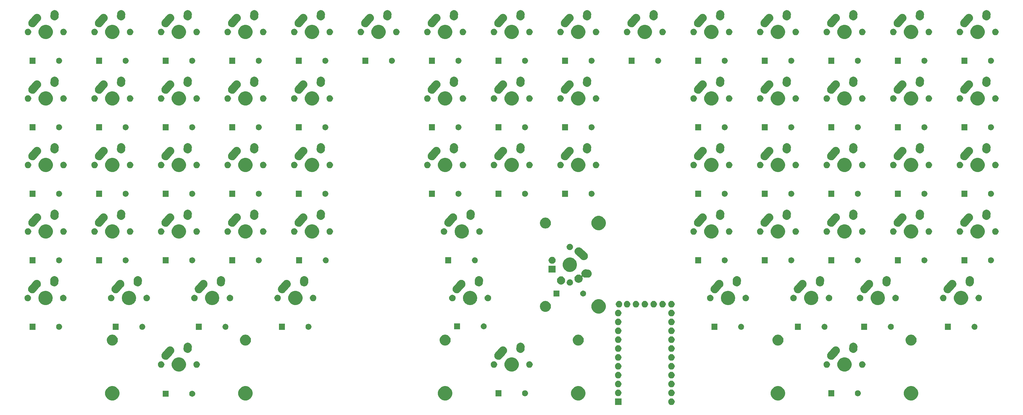
<source format=gbr>
G04 #@! TF.GenerationSoftware,KiCad,Pcbnew,(5.1.2)-2*
G04 #@! TF.CreationDate,2019-06-19T01:42:53+05:00*
G04 #@! TF.ProjectId,rudeboard,72756465-626f-4617-9264-2e6b69636164,1*
G04 #@! TF.SameCoordinates,Original*
G04 #@! TF.FileFunction,Soldermask,Bot*
G04 #@! TF.FilePolarity,Negative*
%FSLAX46Y46*%
G04 Gerber Fmt 4.6, Leading zero omitted, Abs format (unit mm)*
G04 Created by KiCad (PCBNEW (5.1.2)-2) date 2019-06-19 01:42:53*
%MOMM*%
%LPD*%
G04 APERTURE LIST*
%ADD10C,0.100000*%
G04 APERTURE END LIST*
D10*
G36*
X262017483Y-175638335D02*
G01*
X262186240Y-175708236D01*
X262338118Y-175809718D01*
X262467282Y-175938882D01*
X262568764Y-176090760D01*
X262638665Y-176259517D01*
X262674300Y-176438668D01*
X262674300Y-176621332D01*
X262638665Y-176800483D01*
X262568764Y-176969240D01*
X262467282Y-177121118D01*
X262338118Y-177250282D01*
X262186240Y-177351764D01*
X262017483Y-177421665D01*
X261838332Y-177457300D01*
X261655668Y-177457300D01*
X261476517Y-177421665D01*
X261307760Y-177351764D01*
X261155882Y-177250282D01*
X261026718Y-177121118D01*
X260925236Y-176969240D01*
X260855335Y-176800483D01*
X260819700Y-176621332D01*
X260819700Y-176438668D01*
X260855335Y-176259517D01*
X260925236Y-176090760D01*
X261026718Y-175938882D01*
X261155882Y-175809718D01*
X261307760Y-175708236D01*
X261476517Y-175638335D01*
X261655668Y-175602700D01*
X261838332Y-175602700D01*
X262017483Y-175638335D01*
X262017483Y-175638335D01*
G37*
G36*
X247434300Y-177457300D02*
G01*
X245579700Y-177457300D01*
X245579700Y-175602700D01*
X247434300Y-175602700D01*
X247434300Y-177457300D01*
X247434300Y-177457300D01*
G37*
G36*
X330923474Y-172150684D02*
G01*
X331141474Y-172240983D01*
X331295623Y-172304833D01*
X331630548Y-172528623D01*
X331915377Y-172813452D01*
X332139167Y-173148377D01*
X332147393Y-173168237D01*
X332293316Y-173520526D01*
X332371900Y-173915594D01*
X332371900Y-174318406D01*
X332293316Y-174713474D01*
X332237320Y-174848659D01*
X332139167Y-175085623D01*
X331915377Y-175420548D01*
X331630548Y-175705377D01*
X331295623Y-175929167D01*
X331141474Y-175993017D01*
X330923474Y-176083316D01*
X330528406Y-176161900D01*
X330125594Y-176161900D01*
X329730526Y-176083316D01*
X329512526Y-175993017D01*
X329358377Y-175929167D01*
X329023452Y-175705377D01*
X328738623Y-175420548D01*
X328514833Y-175085623D01*
X328416680Y-174848659D01*
X328360684Y-174713474D01*
X328282100Y-174318406D01*
X328282100Y-173915594D01*
X328360684Y-173520526D01*
X328506607Y-173168237D01*
X328514833Y-173148377D01*
X328738623Y-172813452D01*
X329023452Y-172528623D01*
X329358377Y-172304833D01*
X329512526Y-172240983D01*
X329730526Y-172150684D01*
X330125594Y-172072100D01*
X330528406Y-172072100D01*
X330923474Y-172150684D01*
X330923474Y-172150684D01*
G37*
G36*
X102323474Y-172150684D02*
G01*
X102541474Y-172240983D01*
X102695623Y-172304833D01*
X103030548Y-172528623D01*
X103315377Y-172813452D01*
X103539167Y-173148377D01*
X103547393Y-173168237D01*
X103693316Y-173520526D01*
X103771900Y-173915594D01*
X103771900Y-174318406D01*
X103693316Y-174713474D01*
X103637320Y-174848659D01*
X103539167Y-175085623D01*
X103315377Y-175420548D01*
X103030548Y-175705377D01*
X102695623Y-175929167D01*
X102541474Y-175993017D01*
X102323474Y-176083316D01*
X101928406Y-176161900D01*
X101525594Y-176161900D01*
X101130526Y-176083316D01*
X100912526Y-175993017D01*
X100758377Y-175929167D01*
X100423452Y-175705377D01*
X100138623Y-175420548D01*
X99914833Y-175085623D01*
X99816680Y-174848659D01*
X99760684Y-174713474D01*
X99682100Y-174318406D01*
X99682100Y-173915594D01*
X99760684Y-173520526D01*
X99906607Y-173168237D01*
X99914833Y-173148377D01*
X100138623Y-172813452D01*
X100423452Y-172528623D01*
X100758377Y-172304833D01*
X100912526Y-172240983D01*
X101130526Y-172150684D01*
X101525594Y-172072100D01*
X101928406Y-172072100D01*
X102323474Y-172150684D01*
X102323474Y-172150684D01*
G37*
G36*
X140423474Y-172150684D02*
G01*
X140641474Y-172240983D01*
X140795623Y-172304833D01*
X141130548Y-172528623D01*
X141415377Y-172813452D01*
X141639167Y-173148377D01*
X141647393Y-173168237D01*
X141793316Y-173520526D01*
X141871900Y-173915594D01*
X141871900Y-174318406D01*
X141793316Y-174713474D01*
X141737320Y-174848659D01*
X141639167Y-175085623D01*
X141415377Y-175420548D01*
X141130548Y-175705377D01*
X140795623Y-175929167D01*
X140641474Y-175993017D01*
X140423474Y-176083316D01*
X140028406Y-176161900D01*
X139625594Y-176161900D01*
X139230526Y-176083316D01*
X139012526Y-175993017D01*
X138858377Y-175929167D01*
X138523452Y-175705377D01*
X138238623Y-175420548D01*
X138014833Y-175085623D01*
X137916680Y-174848659D01*
X137860684Y-174713474D01*
X137782100Y-174318406D01*
X137782100Y-173915594D01*
X137860684Y-173520526D01*
X138006607Y-173168237D01*
X138014833Y-173148377D01*
X138238623Y-172813452D01*
X138523452Y-172528623D01*
X138858377Y-172304833D01*
X139012526Y-172240983D01*
X139230526Y-172150684D01*
X139625594Y-172072100D01*
X140028406Y-172072100D01*
X140423474Y-172150684D01*
X140423474Y-172150684D01*
G37*
G36*
X197573474Y-172150684D02*
G01*
X197791474Y-172240983D01*
X197945623Y-172304833D01*
X198280548Y-172528623D01*
X198565377Y-172813452D01*
X198789167Y-173148377D01*
X198797393Y-173168237D01*
X198943316Y-173520526D01*
X199021900Y-173915594D01*
X199021900Y-174318406D01*
X198943316Y-174713474D01*
X198887320Y-174848659D01*
X198789167Y-175085623D01*
X198565377Y-175420548D01*
X198280548Y-175705377D01*
X197945623Y-175929167D01*
X197791474Y-175993017D01*
X197573474Y-176083316D01*
X197178406Y-176161900D01*
X196775594Y-176161900D01*
X196380526Y-176083316D01*
X196162526Y-175993017D01*
X196008377Y-175929167D01*
X195673452Y-175705377D01*
X195388623Y-175420548D01*
X195164833Y-175085623D01*
X195066680Y-174848659D01*
X195010684Y-174713474D01*
X194932100Y-174318406D01*
X194932100Y-173915594D01*
X195010684Y-173520526D01*
X195156607Y-173168237D01*
X195164833Y-173148377D01*
X195388623Y-172813452D01*
X195673452Y-172528623D01*
X196008377Y-172304833D01*
X196162526Y-172240983D01*
X196380526Y-172150684D01*
X196775594Y-172072100D01*
X197178406Y-172072100D01*
X197573474Y-172150684D01*
X197573474Y-172150684D01*
G37*
G36*
X235673474Y-172150684D02*
G01*
X235891474Y-172240983D01*
X236045623Y-172304833D01*
X236380548Y-172528623D01*
X236665377Y-172813452D01*
X236889167Y-173148377D01*
X236897393Y-173168237D01*
X237043316Y-173520526D01*
X237121900Y-173915594D01*
X237121900Y-174318406D01*
X237043316Y-174713474D01*
X236987320Y-174848659D01*
X236889167Y-175085623D01*
X236665377Y-175420548D01*
X236380548Y-175705377D01*
X236045623Y-175929167D01*
X235891474Y-175993017D01*
X235673474Y-176083316D01*
X235278406Y-176161900D01*
X234875594Y-176161900D01*
X234480526Y-176083316D01*
X234262526Y-175993017D01*
X234108377Y-175929167D01*
X233773452Y-175705377D01*
X233488623Y-175420548D01*
X233264833Y-175085623D01*
X233166680Y-174848659D01*
X233110684Y-174713474D01*
X233032100Y-174318406D01*
X233032100Y-173915594D01*
X233110684Y-173520526D01*
X233256607Y-173168237D01*
X233264833Y-173148377D01*
X233488623Y-172813452D01*
X233773452Y-172528623D01*
X234108377Y-172304833D01*
X234262526Y-172240983D01*
X234480526Y-172150684D01*
X234875594Y-172072100D01*
X235278406Y-172072100D01*
X235673474Y-172150684D01*
X235673474Y-172150684D01*
G37*
G36*
X292823474Y-172150684D02*
G01*
X293041474Y-172240983D01*
X293195623Y-172304833D01*
X293530548Y-172528623D01*
X293815377Y-172813452D01*
X294039167Y-173148377D01*
X294047393Y-173168237D01*
X294193316Y-173520526D01*
X294271900Y-173915594D01*
X294271900Y-174318406D01*
X294193316Y-174713474D01*
X294137320Y-174848659D01*
X294039167Y-175085623D01*
X293815377Y-175420548D01*
X293530548Y-175705377D01*
X293195623Y-175929167D01*
X293041474Y-175993017D01*
X292823474Y-176083316D01*
X292428406Y-176161900D01*
X292025594Y-176161900D01*
X291630526Y-176083316D01*
X291412526Y-175993017D01*
X291258377Y-175929167D01*
X290923452Y-175705377D01*
X290638623Y-175420548D01*
X290414833Y-175085623D01*
X290316680Y-174848659D01*
X290260684Y-174713474D01*
X290182100Y-174318406D01*
X290182100Y-173915594D01*
X290260684Y-173520526D01*
X290406607Y-173168237D01*
X290414833Y-173148377D01*
X290638623Y-172813452D01*
X290923452Y-172528623D01*
X291258377Y-172304833D01*
X291412526Y-172240983D01*
X291630526Y-172150684D01*
X292025594Y-172072100D01*
X292428406Y-172072100D01*
X292823474Y-172150684D01*
X292823474Y-172150684D01*
G37*
G36*
X117818000Y-175095000D02*
G01*
X116116000Y-175095000D01*
X116116000Y-173393000D01*
X117818000Y-173393000D01*
X117818000Y-175095000D01*
X117818000Y-175095000D01*
G37*
G36*
X124753823Y-173405313D02*
G01*
X124914242Y-173453976D01*
X125023435Y-173512341D01*
X125062078Y-173532996D01*
X125191659Y-173639341D01*
X125298004Y-173768922D01*
X125298005Y-173768924D01*
X125377024Y-173916758D01*
X125425687Y-174077177D01*
X125442117Y-174244000D01*
X125425687Y-174410823D01*
X125377024Y-174571242D01*
X125306114Y-174703906D01*
X125298004Y-174719078D01*
X125191659Y-174848659D01*
X125062078Y-174955004D01*
X125062076Y-174955005D01*
X124914242Y-175034024D01*
X124753823Y-175082687D01*
X124628804Y-175095000D01*
X124545196Y-175095000D01*
X124420177Y-175082687D01*
X124259758Y-175034024D01*
X124111924Y-174955005D01*
X124111922Y-174955004D01*
X123982341Y-174848659D01*
X123875996Y-174719078D01*
X123867886Y-174703906D01*
X123796976Y-174571242D01*
X123748313Y-174410823D01*
X123731883Y-174244000D01*
X123748313Y-174077177D01*
X123796976Y-173916758D01*
X123875995Y-173768924D01*
X123875996Y-173768922D01*
X123982341Y-173639341D01*
X124111922Y-173532996D01*
X124150565Y-173512341D01*
X124259758Y-173453976D01*
X124420177Y-173405313D01*
X124545196Y-173393000D01*
X124628804Y-173393000D01*
X124753823Y-173405313D01*
X124753823Y-173405313D01*
G37*
G36*
X213068000Y-174968000D02*
G01*
X211366000Y-174968000D01*
X211366000Y-173266000D01*
X213068000Y-173266000D01*
X213068000Y-174968000D01*
X213068000Y-174968000D01*
G37*
G36*
X220003823Y-173278313D02*
G01*
X220164242Y-173326976D01*
X220287764Y-173393000D01*
X220312078Y-173405996D01*
X220441659Y-173512341D01*
X220548004Y-173641922D01*
X220548005Y-173641924D01*
X220627024Y-173789758D01*
X220675687Y-173950177D01*
X220692117Y-174117000D01*
X220675687Y-174283823D01*
X220627024Y-174444242D01*
X220559143Y-174571239D01*
X220548004Y-174592078D01*
X220441659Y-174721659D01*
X220312078Y-174828004D01*
X220312076Y-174828005D01*
X220164242Y-174907024D01*
X220003823Y-174955687D01*
X219878804Y-174968000D01*
X219795196Y-174968000D01*
X219670177Y-174955687D01*
X219509758Y-174907024D01*
X219361924Y-174828005D01*
X219361922Y-174828004D01*
X219232341Y-174721659D01*
X219125996Y-174592078D01*
X219114857Y-174571239D01*
X219046976Y-174444242D01*
X218998313Y-174283823D01*
X218981883Y-174117000D01*
X218998313Y-173950177D01*
X219046976Y-173789758D01*
X219125995Y-173641924D01*
X219125996Y-173641922D01*
X219232341Y-173512341D01*
X219361922Y-173405996D01*
X219386236Y-173393000D01*
X219509758Y-173326976D01*
X219670177Y-173278313D01*
X219795196Y-173266000D01*
X219878804Y-173266000D01*
X220003823Y-173278313D01*
X220003823Y-173278313D01*
G37*
G36*
X315253823Y-173278313D02*
G01*
X315414242Y-173326976D01*
X315537764Y-173393000D01*
X315562078Y-173405996D01*
X315691659Y-173512341D01*
X315798004Y-173641922D01*
X315798005Y-173641924D01*
X315877024Y-173789758D01*
X315925687Y-173950177D01*
X315942117Y-174117000D01*
X315925687Y-174283823D01*
X315877024Y-174444242D01*
X315809143Y-174571239D01*
X315798004Y-174592078D01*
X315691659Y-174721659D01*
X315562078Y-174828004D01*
X315562076Y-174828005D01*
X315414242Y-174907024D01*
X315253823Y-174955687D01*
X315128804Y-174968000D01*
X315045196Y-174968000D01*
X314920177Y-174955687D01*
X314759758Y-174907024D01*
X314611924Y-174828005D01*
X314611922Y-174828004D01*
X314482341Y-174721659D01*
X314375996Y-174592078D01*
X314364857Y-174571239D01*
X314296976Y-174444242D01*
X314248313Y-174283823D01*
X314231883Y-174117000D01*
X314248313Y-173950177D01*
X314296976Y-173789758D01*
X314375995Y-173641924D01*
X314375996Y-173641922D01*
X314482341Y-173512341D01*
X314611922Y-173405996D01*
X314636236Y-173393000D01*
X314759758Y-173326976D01*
X314920177Y-173278313D01*
X315045196Y-173266000D01*
X315128804Y-173266000D01*
X315253823Y-173278313D01*
X315253823Y-173278313D01*
G37*
G36*
X308318000Y-174968000D02*
G01*
X306616000Y-174968000D01*
X306616000Y-173266000D01*
X308318000Y-173266000D01*
X308318000Y-174968000D01*
X308318000Y-174968000D01*
G37*
G36*
X262017483Y-173098335D02*
G01*
X262186240Y-173168236D01*
X262338118Y-173269718D01*
X262467282Y-173398882D01*
X262568764Y-173550760D01*
X262638665Y-173719517D01*
X262674300Y-173898668D01*
X262674300Y-174081332D01*
X262638665Y-174260483D01*
X262568764Y-174429240D01*
X262467282Y-174581118D01*
X262338118Y-174710282D01*
X262186240Y-174811764D01*
X262017483Y-174881665D01*
X261838332Y-174917300D01*
X261655668Y-174917300D01*
X261476517Y-174881665D01*
X261307760Y-174811764D01*
X261155882Y-174710282D01*
X261026718Y-174581118D01*
X260925236Y-174429240D01*
X260855335Y-174260483D01*
X260819700Y-174081332D01*
X260819700Y-173898668D01*
X260855335Y-173719517D01*
X260925236Y-173550760D01*
X261026718Y-173398882D01*
X261155882Y-173269718D01*
X261307760Y-173168236D01*
X261476517Y-173098335D01*
X261655668Y-173062700D01*
X261838332Y-173062700D01*
X262017483Y-173098335D01*
X262017483Y-173098335D01*
G37*
G36*
X246777483Y-173098335D02*
G01*
X246946240Y-173168236D01*
X247098118Y-173269718D01*
X247227282Y-173398882D01*
X247328764Y-173550760D01*
X247398665Y-173719517D01*
X247434300Y-173898668D01*
X247434300Y-174081332D01*
X247398665Y-174260483D01*
X247328764Y-174429240D01*
X247227282Y-174581118D01*
X247098118Y-174710282D01*
X246946240Y-174811764D01*
X246777483Y-174881665D01*
X246598332Y-174917300D01*
X246415668Y-174917300D01*
X246236517Y-174881665D01*
X246067760Y-174811764D01*
X245915882Y-174710282D01*
X245786718Y-174581118D01*
X245685236Y-174429240D01*
X245615335Y-174260483D01*
X245579700Y-174081332D01*
X245579700Y-173898668D01*
X245615335Y-173719517D01*
X245685236Y-173550760D01*
X245786718Y-173398882D01*
X245915882Y-173269718D01*
X246067760Y-173168236D01*
X246236517Y-173098335D01*
X246415668Y-173062700D01*
X246598332Y-173062700D01*
X246777483Y-173098335D01*
X246777483Y-173098335D01*
G37*
G36*
X246777483Y-170558335D02*
G01*
X246946240Y-170628236D01*
X247098118Y-170729718D01*
X247227282Y-170858882D01*
X247328764Y-171010760D01*
X247398665Y-171179517D01*
X247434300Y-171358668D01*
X247434300Y-171541332D01*
X247398665Y-171720483D01*
X247328764Y-171889240D01*
X247227282Y-172041118D01*
X247098118Y-172170282D01*
X246946240Y-172271764D01*
X246777483Y-172341665D01*
X246598332Y-172377300D01*
X246415668Y-172377300D01*
X246236517Y-172341665D01*
X246067760Y-172271764D01*
X245915882Y-172170282D01*
X245786718Y-172041118D01*
X245685236Y-171889240D01*
X245615335Y-171720483D01*
X245579700Y-171541332D01*
X245579700Y-171358668D01*
X245615335Y-171179517D01*
X245685236Y-171010760D01*
X245786718Y-170858882D01*
X245915882Y-170729718D01*
X246067760Y-170628236D01*
X246236517Y-170558335D01*
X246415668Y-170522700D01*
X246598332Y-170522700D01*
X246777483Y-170558335D01*
X246777483Y-170558335D01*
G37*
G36*
X262017483Y-170558335D02*
G01*
X262186240Y-170628236D01*
X262338118Y-170729718D01*
X262467282Y-170858882D01*
X262568764Y-171010760D01*
X262638665Y-171179517D01*
X262674300Y-171358668D01*
X262674300Y-171541332D01*
X262638665Y-171720483D01*
X262568764Y-171889240D01*
X262467282Y-172041118D01*
X262338118Y-172170282D01*
X262186240Y-172271764D01*
X262017483Y-172341665D01*
X261838332Y-172377300D01*
X261655668Y-172377300D01*
X261476517Y-172341665D01*
X261307760Y-172271764D01*
X261155882Y-172170282D01*
X261026718Y-172041118D01*
X260925236Y-171889240D01*
X260855335Y-171720483D01*
X260819700Y-171541332D01*
X260819700Y-171358668D01*
X260855335Y-171179517D01*
X260925236Y-171010760D01*
X261026718Y-170858882D01*
X261155882Y-170729718D01*
X261307760Y-170628236D01*
X261476517Y-170558335D01*
X261655668Y-170522700D01*
X261838332Y-170522700D01*
X262017483Y-170558335D01*
X262017483Y-170558335D01*
G37*
G36*
X262017483Y-168018335D02*
G01*
X262186240Y-168088236D01*
X262338118Y-168189718D01*
X262467282Y-168318882D01*
X262568764Y-168470760D01*
X262638665Y-168639517D01*
X262674300Y-168818668D01*
X262674300Y-169001332D01*
X262638665Y-169180483D01*
X262568764Y-169349240D01*
X262467282Y-169501118D01*
X262338118Y-169630282D01*
X262186240Y-169731764D01*
X262017483Y-169801665D01*
X261838332Y-169837300D01*
X261655668Y-169837300D01*
X261476517Y-169801665D01*
X261307760Y-169731764D01*
X261155882Y-169630282D01*
X261026718Y-169501118D01*
X260925236Y-169349240D01*
X260855335Y-169180483D01*
X260819700Y-169001332D01*
X260819700Y-168818668D01*
X260855335Y-168639517D01*
X260925236Y-168470760D01*
X261026718Y-168318882D01*
X261155882Y-168189718D01*
X261307760Y-168088236D01*
X261476517Y-168018335D01*
X261655668Y-167982700D01*
X261838332Y-167982700D01*
X262017483Y-168018335D01*
X262017483Y-168018335D01*
G37*
G36*
X246777483Y-168018335D02*
G01*
X246946240Y-168088236D01*
X247098118Y-168189718D01*
X247227282Y-168318882D01*
X247328764Y-168470760D01*
X247398665Y-168639517D01*
X247434300Y-168818668D01*
X247434300Y-169001332D01*
X247398665Y-169180483D01*
X247328764Y-169349240D01*
X247227282Y-169501118D01*
X247098118Y-169630282D01*
X246946240Y-169731764D01*
X246777483Y-169801665D01*
X246598332Y-169837300D01*
X246415668Y-169837300D01*
X246236517Y-169801665D01*
X246067760Y-169731764D01*
X245915882Y-169630282D01*
X245786718Y-169501118D01*
X245685236Y-169349240D01*
X245615335Y-169180483D01*
X245579700Y-169001332D01*
X245579700Y-168818668D01*
X245615335Y-168639517D01*
X245685236Y-168470760D01*
X245786718Y-168318882D01*
X245915882Y-168189718D01*
X246067760Y-168088236D01*
X246236517Y-168018335D01*
X246415668Y-167982700D01*
X246598332Y-167982700D01*
X246777483Y-168018335D01*
X246777483Y-168018335D01*
G37*
G36*
X311873474Y-163895684D02*
G01*
X312091474Y-163985983D01*
X312245623Y-164049833D01*
X312580548Y-164273623D01*
X312865377Y-164558452D01*
X313089167Y-164893377D01*
X313121562Y-164971586D01*
X313243316Y-165265526D01*
X313321900Y-165660594D01*
X313321900Y-166063406D01*
X313243316Y-166458474D01*
X313192451Y-166581272D01*
X313089167Y-166830623D01*
X312865377Y-167165548D01*
X312580548Y-167450377D01*
X312245623Y-167674167D01*
X312091474Y-167738017D01*
X311873474Y-167828316D01*
X311478406Y-167906900D01*
X311075594Y-167906900D01*
X310680526Y-167828316D01*
X310462526Y-167738017D01*
X310308377Y-167674167D01*
X309973452Y-167450377D01*
X309688623Y-167165548D01*
X309464833Y-166830623D01*
X309361549Y-166581272D01*
X309310684Y-166458474D01*
X309232100Y-166063406D01*
X309232100Y-165660594D01*
X309310684Y-165265526D01*
X309432438Y-164971586D01*
X309464833Y-164893377D01*
X309688623Y-164558452D01*
X309973452Y-164273623D01*
X310308377Y-164049833D01*
X310462526Y-163985983D01*
X310680526Y-163895684D01*
X311075594Y-163817100D01*
X311478406Y-163817100D01*
X311873474Y-163895684D01*
X311873474Y-163895684D01*
G37*
G36*
X216623474Y-163895684D02*
G01*
X216841474Y-163985983D01*
X216995623Y-164049833D01*
X217330548Y-164273623D01*
X217615377Y-164558452D01*
X217839167Y-164893377D01*
X217871562Y-164971586D01*
X217993316Y-165265526D01*
X218071900Y-165660594D01*
X218071900Y-166063406D01*
X217993316Y-166458474D01*
X217942451Y-166581272D01*
X217839167Y-166830623D01*
X217615377Y-167165548D01*
X217330548Y-167450377D01*
X216995623Y-167674167D01*
X216841474Y-167738017D01*
X216623474Y-167828316D01*
X216228406Y-167906900D01*
X215825594Y-167906900D01*
X215430526Y-167828316D01*
X215212526Y-167738017D01*
X215058377Y-167674167D01*
X214723452Y-167450377D01*
X214438623Y-167165548D01*
X214214833Y-166830623D01*
X214111549Y-166581272D01*
X214060684Y-166458474D01*
X213982100Y-166063406D01*
X213982100Y-165660594D01*
X214060684Y-165265526D01*
X214182438Y-164971586D01*
X214214833Y-164893377D01*
X214438623Y-164558452D01*
X214723452Y-164273623D01*
X215058377Y-164049833D01*
X215212526Y-163985983D01*
X215430526Y-163895684D01*
X215825594Y-163817100D01*
X216228406Y-163817100D01*
X216623474Y-163895684D01*
X216623474Y-163895684D01*
G37*
G36*
X121373474Y-163895684D02*
G01*
X121591474Y-163985983D01*
X121745623Y-164049833D01*
X122080548Y-164273623D01*
X122365377Y-164558452D01*
X122589167Y-164893377D01*
X122621562Y-164971586D01*
X122743316Y-165265526D01*
X122821900Y-165660594D01*
X122821900Y-166063406D01*
X122743316Y-166458474D01*
X122692451Y-166581272D01*
X122589167Y-166830623D01*
X122365377Y-167165548D01*
X122080548Y-167450377D01*
X121745623Y-167674167D01*
X121591474Y-167738017D01*
X121373474Y-167828316D01*
X120978406Y-167906900D01*
X120575594Y-167906900D01*
X120180526Y-167828316D01*
X119962526Y-167738017D01*
X119808377Y-167674167D01*
X119473452Y-167450377D01*
X119188623Y-167165548D01*
X118964833Y-166830623D01*
X118861549Y-166581272D01*
X118810684Y-166458474D01*
X118732100Y-166063406D01*
X118732100Y-165660594D01*
X118810684Y-165265526D01*
X118932438Y-164971586D01*
X118964833Y-164893377D01*
X119188623Y-164558452D01*
X119473452Y-164273623D01*
X119808377Y-164049833D01*
X119962526Y-163985983D01*
X120180526Y-163895684D01*
X120575594Y-163817100D01*
X120978406Y-163817100D01*
X121373474Y-163895684D01*
X121373474Y-163895684D01*
G37*
G36*
X262017483Y-165478335D02*
G01*
X262186240Y-165548236D01*
X262338118Y-165649718D01*
X262467282Y-165778882D01*
X262568764Y-165930760D01*
X262638665Y-166099517D01*
X262674300Y-166278668D01*
X262674300Y-166461332D01*
X262638665Y-166640483D01*
X262568764Y-166809240D01*
X262467282Y-166961118D01*
X262338118Y-167090282D01*
X262186240Y-167191764D01*
X262017483Y-167261665D01*
X261838332Y-167297300D01*
X261655668Y-167297300D01*
X261476517Y-167261665D01*
X261307760Y-167191764D01*
X261155882Y-167090282D01*
X261026718Y-166961118D01*
X260925236Y-166809240D01*
X260855335Y-166640483D01*
X260819700Y-166461332D01*
X260819700Y-166278668D01*
X260855335Y-166099517D01*
X260925236Y-165930760D01*
X261026718Y-165778882D01*
X261155882Y-165649718D01*
X261307760Y-165548236D01*
X261476517Y-165478335D01*
X261655668Y-165442700D01*
X261838332Y-165442700D01*
X262017483Y-165478335D01*
X262017483Y-165478335D01*
G37*
G36*
X246777483Y-165478335D02*
G01*
X246946240Y-165548236D01*
X247098118Y-165649718D01*
X247227282Y-165778882D01*
X247328764Y-165930760D01*
X247398665Y-166099517D01*
X247434300Y-166278668D01*
X247434300Y-166461332D01*
X247398665Y-166640483D01*
X247328764Y-166809240D01*
X247227282Y-166961118D01*
X247098118Y-167090282D01*
X246946240Y-167191764D01*
X246777483Y-167261665D01*
X246598332Y-167297300D01*
X246415668Y-167297300D01*
X246236517Y-167261665D01*
X246067760Y-167191764D01*
X245915882Y-167090282D01*
X245786718Y-166961118D01*
X245685236Y-166809240D01*
X245615335Y-166640483D01*
X245579700Y-166461332D01*
X245579700Y-166278668D01*
X245615335Y-166099517D01*
X245685236Y-165930760D01*
X245786718Y-165778882D01*
X245915882Y-165649718D01*
X246067760Y-165548236D01*
X246236517Y-165478335D01*
X246415668Y-165442700D01*
X246598332Y-165442700D01*
X246777483Y-165478335D01*
X246777483Y-165478335D01*
G37*
G36*
X211217104Y-164971585D02*
G01*
X211385626Y-165041389D01*
X211537291Y-165142728D01*
X211666272Y-165271709D01*
X211767611Y-165423374D01*
X211837415Y-165591896D01*
X211873000Y-165770797D01*
X211873000Y-165953203D01*
X211837415Y-166132104D01*
X211767611Y-166300626D01*
X211666272Y-166452291D01*
X211537291Y-166581272D01*
X211385626Y-166682611D01*
X211217104Y-166752415D01*
X211038203Y-166788000D01*
X210855797Y-166788000D01*
X210676896Y-166752415D01*
X210508374Y-166682611D01*
X210356709Y-166581272D01*
X210227728Y-166452291D01*
X210126389Y-166300626D01*
X210056585Y-166132104D01*
X210021000Y-165953203D01*
X210021000Y-165770797D01*
X210056585Y-165591896D01*
X210126389Y-165423374D01*
X210227728Y-165271709D01*
X210356709Y-165142728D01*
X210508374Y-165041389D01*
X210676896Y-164971585D01*
X210855797Y-164936000D01*
X211038203Y-164936000D01*
X211217104Y-164971585D01*
X211217104Y-164971585D01*
G37*
G36*
X126127104Y-164971585D02*
G01*
X126295626Y-165041389D01*
X126447291Y-165142728D01*
X126576272Y-165271709D01*
X126677611Y-165423374D01*
X126747415Y-165591896D01*
X126783000Y-165770797D01*
X126783000Y-165953203D01*
X126747415Y-166132104D01*
X126677611Y-166300626D01*
X126576272Y-166452291D01*
X126447291Y-166581272D01*
X126295626Y-166682611D01*
X126127104Y-166752415D01*
X125948203Y-166788000D01*
X125765797Y-166788000D01*
X125586896Y-166752415D01*
X125418374Y-166682611D01*
X125266709Y-166581272D01*
X125137728Y-166452291D01*
X125036389Y-166300626D01*
X124966585Y-166132104D01*
X124931000Y-165953203D01*
X124931000Y-165770797D01*
X124966585Y-165591896D01*
X125036389Y-165423374D01*
X125137728Y-165271709D01*
X125266709Y-165142728D01*
X125418374Y-165041389D01*
X125586896Y-164971585D01*
X125765797Y-164936000D01*
X125948203Y-164936000D01*
X126127104Y-164971585D01*
X126127104Y-164971585D01*
G37*
G36*
X115967104Y-164971585D02*
G01*
X116135626Y-165041389D01*
X116287291Y-165142728D01*
X116416272Y-165271709D01*
X116517611Y-165423374D01*
X116587415Y-165591896D01*
X116623000Y-165770797D01*
X116623000Y-165953203D01*
X116587415Y-166132104D01*
X116517611Y-166300626D01*
X116416272Y-166452291D01*
X116287291Y-166581272D01*
X116135626Y-166682611D01*
X115967104Y-166752415D01*
X115788203Y-166788000D01*
X115605797Y-166788000D01*
X115426896Y-166752415D01*
X115258374Y-166682611D01*
X115106709Y-166581272D01*
X114977728Y-166452291D01*
X114876389Y-166300626D01*
X114806585Y-166132104D01*
X114771000Y-165953203D01*
X114771000Y-165770797D01*
X114806585Y-165591896D01*
X114876389Y-165423374D01*
X114977728Y-165271709D01*
X115106709Y-165142728D01*
X115258374Y-165041389D01*
X115426896Y-164971585D01*
X115605797Y-164936000D01*
X115788203Y-164936000D01*
X115967104Y-164971585D01*
X115967104Y-164971585D01*
G37*
G36*
X221377104Y-164971585D02*
G01*
X221545626Y-165041389D01*
X221697291Y-165142728D01*
X221826272Y-165271709D01*
X221927611Y-165423374D01*
X221997415Y-165591896D01*
X222033000Y-165770797D01*
X222033000Y-165953203D01*
X221997415Y-166132104D01*
X221927611Y-166300626D01*
X221826272Y-166452291D01*
X221697291Y-166581272D01*
X221545626Y-166682611D01*
X221377104Y-166752415D01*
X221198203Y-166788000D01*
X221015797Y-166788000D01*
X220836896Y-166752415D01*
X220668374Y-166682611D01*
X220516709Y-166581272D01*
X220387728Y-166452291D01*
X220286389Y-166300626D01*
X220216585Y-166132104D01*
X220181000Y-165953203D01*
X220181000Y-165770797D01*
X220216585Y-165591896D01*
X220286389Y-165423374D01*
X220387728Y-165271709D01*
X220516709Y-165142728D01*
X220668374Y-165041389D01*
X220836896Y-164971585D01*
X221015797Y-164936000D01*
X221198203Y-164936000D01*
X221377104Y-164971585D01*
X221377104Y-164971585D01*
G37*
G36*
X306467104Y-164971585D02*
G01*
X306635626Y-165041389D01*
X306787291Y-165142728D01*
X306916272Y-165271709D01*
X307017611Y-165423374D01*
X307087415Y-165591896D01*
X307123000Y-165770797D01*
X307123000Y-165953203D01*
X307087415Y-166132104D01*
X307017611Y-166300626D01*
X306916272Y-166452291D01*
X306787291Y-166581272D01*
X306635626Y-166682611D01*
X306467104Y-166752415D01*
X306288203Y-166788000D01*
X306105797Y-166788000D01*
X305926896Y-166752415D01*
X305758374Y-166682611D01*
X305606709Y-166581272D01*
X305477728Y-166452291D01*
X305376389Y-166300626D01*
X305306585Y-166132104D01*
X305271000Y-165953203D01*
X305271000Y-165770797D01*
X305306585Y-165591896D01*
X305376389Y-165423374D01*
X305477728Y-165271709D01*
X305606709Y-165142728D01*
X305758374Y-165041389D01*
X305926896Y-164971585D01*
X306105797Y-164936000D01*
X306288203Y-164936000D01*
X306467104Y-164971585D01*
X306467104Y-164971585D01*
G37*
G36*
X316627104Y-164971585D02*
G01*
X316795626Y-165041389D01*
X316947291Y-165142728D01*
X317076272Y-165271709D01*
X317177611Y-165423374D01*
X317247415Y-165591896D01*
X317283000Y-165770797D01*
X317283000Y-165953203D01*
X317247415Y-166132104D01*
X317177611Y-166300626D01*
X317076272Y-166452291D01*
X316947291Y-166581272D01*
X316795626Y-166682611D01*
X316627104Y-166752415D01*
X316448203Y-166788000D01*
X316265797Y-166788000D01*
X316086896Y-166752415D01*
X315918374Y-166682611D01*
X315766709Y-166581272D01*
X315637728Y-166452291D01*
X315536389Y-166300626D01*
X315466585Y-166132104D01*
X315431000Y-165953203D01*
X315431000Y-165770797D01*
X315466585Y-165591896D01*
X315536389Y-165423374D01*
X315637728Y-165271709D01*
X315766709Y-165142728D01*
X315918374Y-165041389D01*
X316086896Y-164971585D01*
X316265797Y-164936000D01*
X316448203Y-164936000D01*
X316627104Y-164971585D01*
X316627104Y-164971585D01*
G37*
G36*
X262017483Y-162938335D02*
G01*
X262186240Y-163008236D01*
X262338118Y-163109718D01*
X262467282Y-163238882D01*
X262568764Y-163390760D01*
X262638665Y-163559517D01*
X262674300Y-163738668D01*
X262674300Y-163921332D01*
X262638665Y-164100483D01*
X262568764Y-164269240D01*
X262467282Y-164421118D01*
X262338118Y-164550282D01*
X262186240Y-164651764D01*
X262017483Y-164721665D01*
X261838332Y-164757300D01*
X261655668Y-164757300D01*
X261476517Y-164721665D01*
X261307760Y-164651764D01*
X261155882Y-164550282D01*
X261026718Y-164421118D01*
X260925236Y-164269240D01*
X260855335Y-164100483D01*
X260819700Y-163921332D01*
X260819700Y-163738668D01*
X260855335Y-163559517D01*
X260925236Y-163390760D01*
X261026718Y-163238882D01*
X261155882Y-163109718D01*
X261307760Y-163008236D01*
X261476517Y-162938335D01*
X261655668Y-162902700D01*
X261838332Y-162902700D01*
X262017483Y-162938335D01*
X262017483Y-162938335D01*
G37*
G36*
X246777483Y-162938335D02*
G01*
X246946240Y-163008236D01*
X247098118Y-163109718D01*
X247227282Y-163238882D01*
X247328764Y-163390760D01*
X247398665Y-163559517D01*
X247434300Y-163738668D01*
X247434300Y-163921332D01*
X247398665Y-164100483D01*
X247328764Y-164269240D01*
X247227282Y-164421118D01*
X247098118Y-164550282D01*
X246946240Y-164651764D01*
X246777483Y-164721665D01*
X246598332Y-164757300D01*
X246415668Y-164757300D01*
X246236517Y-164721665D01*
X246067760Y-164651764D01*
X245915882Y-164550282D01*
X245786718Y-164421118D01*
X245685236Y-164269240D01*
X245615335Y-164100483D01*
X245579700Y-163921332D01*
X245579700Y-163738668D01*
X245615335Y-163559517D01*
X245685236Y-163390760D01*
X245786718Y-163238882D01*
X245915882Y-163109718D01*
X246067760Y-163008236D01*
X246236517Y-162938335D01*
X246415668Y-162902700D01*
X246598332Y-162902700D01*
X246777483Y-162938335D01*
X246777483Y-162938335D01*
G37*
G36*
X118300205Y-160685881D02*
G01*
X118305645Y-160686000D01*
X118392828Y-160686000D01*
X118409097Y-160689236D01*
X118427956Y-160691515D01*
X118444532Y-160692246D01*
X118529223Y-160713010D01*
X118534518Y-160714184D01*
X118620027Y-160731193D01*
X118635362Y-160737545D01*
X118653401Y-160743455D01*
X118669521Y-160747407D01*
X118748504Y-160784280D01*
X118753494Y-160786477D01*
X118834045Y-160819842D01*
X118847841Y-160829060D01*
X118864393Y-160838382D01*
X118879426Y-160845400D01*
X118949694Y-160896971D01*
X118954192Y-160900122D01*
X119026656Y-160948541D01*
X119038383Y-160960268D01*
X119052809Y-160972648D01*
X119066179Y-160982461D01*
X119100105Y-161019517D01*
X119125021Y-161046733D01*
X119128829Y-161050714D01*
X119190459Y-161112344D01*
X119199674Y-161126135D01*
X119211396Y-161141078D01*
X119222605Y-161153321D01*
X119267799Y-161227874D01*
X119270746Y-161232501D01*
X119319158Y-161304955D01*
X119325505Y-161320277D01*
X119334092Y-161337231D01*
X119342691Y-161351417D01*
X119372478Y-161433368D01*
X119374452Y-161438448D01*
X119407807Y-161518973D01*
X119407807Y-161518974D01*
X119411041Y-161535233D01*
X119416158Y-161553542D01*
X119421825Y-161569134D01*
X119435055Y-161655345D01*
X119436001Y-161660713D01*
X119453000Y-161746173D01*
X119453000Y-161762752D01*
X119454444Y-161781692D01*
X119456963Y-161798104D01*
X119453120Y-161885249D01*
X119453000Y-161890689D01*
X119453000Y-161977825D01*
X119449766Y-161994083D01*
X119447488Y-162012941D01*
X119446756Y-162029531D01*
X119425988Y-162114237D01*
X119424812Y-162119537D01*
X119407807Y-162205027D01*
X119401457Y-162220357D01*
X119395549Y-162238393D01*
X119391595Y-162254520D01*
X119354711Y-162333526D01*
X119352511Y-162338523D01*
X119319158Y-162419045D01*
X119309944Y-162432835D01*
X119300622Y-162449387D01*
X119293602Y-162464424D01*
X119242011Y-162534720D01*
X119238866Y-162539210D01*
X119190461Y-162611654D01*
X119133460Y-162668655D01*
X119128811Y-162673563D01*
X118737466Y-163109718D01*
X117803723Y-164150376D01*
X117675679Y-164267602D01*
X117576630Y-164327646D01*
X117477583Y-164387689D01*
X117259866Y-164466823D01*
X117030895Y-164501961D01*
X116799470Y-164491754D01*
X116574481Y-164436593D01*
X116469727Y-164387689D01*
X116364579Y-164338602D01*
X116276042Y-164273623D01*
X116177823Y-164201539D01*
X116085305Y-164100483D01*
X116021398Y-164030679D01*
X115961354Y-163931630D01*
X115901311Y-163832583D01*
X115822177Y-163614866D01*
X115787039Y-163385895D01*
X115797246Y-163154470D01*
X115852407Y-162929481D01*
X115903972Y-162819028D01*
X115950398Y-162719580D01*
X115950400Y-162719577D01*
X116053114Y-162579622D01*
X116816129Y-161729240D01*
X117339787Y-161145621D01*
X117350681Y-161131589D01*
X117363539Y-161112346D01*
X117420573Y-161055312D01*
X117425223Y-161050403D01*
X117440278Y-161033624D01*
X117461701Y-161014011D01*
X117465682Y-161010203D01*
X117527346Y-160948539D01*
X117541143Y-160939320D01*
X117556102Y-160927585D01*
X117568321Y-160916398D01*
X117600385Y-160896961D01*
X117642830Y-160871231D01*
X117647421Y-160868308D01*
X117719955Y-160819842D01*
X117735300Y-160813486D01*
X117752248Y-160804901D01*
X117766416Y-160796312D01*
X117766417Y-160796312D01*
X117766418Y-160796311D01*
X117848312Y-160766545D01*
X117853410Y-160764563D01*
X117933973Y-160731193D01*
X117950252Y-160727955D01*
X117968542Y-160722844D01*
X117984135Y-160717177D01*
X118070300Y-160703954D01*
X118075663Y-160703009D01*
X118161173Y-160686000D01*
X118177766Y-160686000D01*
X118196709Y-160684555D01*
X118213106Y-160682039D01*
X118300205Y-160685881D01*
X118300205Y-160685881D01*
G37*
G36*
X308800205Y-160685881D02*
G01*
X308805645Y-160686000D01*
X308892828Y-160686000D01*
X308909097Y-160689236D01*
X308927956Y-160691515D01*
X308944532Y-160692246D01*
X309029223Y-160713010D01*
X309034518Y-160714184D01*
X309120027Y-160731193D01*
X309135362Y-160737545D01*
X309153401Y-160743455D01*
X309169521Y-160747407D01*
X309248504Y-160784280D01*
X309253494Y-160786477D01*
X309334045Y-160819842D01*
X309347841Y-160829060D01*
X309364393Y-160838382D01*
X309379426Y-160845400D01*
X309449694Y-160896971D01*
X309454192Y-160900122D01*
X309526656Y-160948541D01*
X309538383Y-160960268D01*
X309552809Y-160972648D01*
X309566179Y-160982461D01*
X309600105Y-161019517D01*
X309625021Y-161046733D01*
X309628829Y-161050714D01*
X309690459Y-161112344D01*
X309699674Y-161126135D01*
X309711396Y-161141078D01*
X309722605Y-161153321D01*
X309767799Y-161227874D01*
X309770746Y-161232501D01*
X309819158Y-161304955D01*
X309825505Y-161320277D01*
X309834092Y-161337231D01*
X309842691Y-161351417D01*
X309872478Y-161433368D01*
X309874452Y-161438448D01*
X309907807Y-161518973D01*
X309907807Y-161518974D01*
X309911041Y-161535233D01*
X309916158Y-161553542D01*
X309921825Y-161569134D01*
X309935055Y-161655345D01*
X309936001Y-161660713D01*
X309953000Y-161746173D01*
X309953000Y-161762752D01*
X309954444Y-161781692D01*
X309956963Y-161798104D01*
X309953120Y-161885249D01*
X309953000Y-161890689D01*
X309953000Y-161977825D01*
X309949766Y-161994083D01*
X309947488Y-162012941D01*
X309946756Y-162029531D01*
X309925988Y-162114237D01*
X309924812Y-162119537D01*
X309907807Y-162205027D01*
X309901457Y-162220357D01*
X309895549Y-162238393D01*
X309891595Y-162254520D01*
X309854711Y-162333526D01*
X309852511Y-162338523D01*
X309819158Y-162419045D01*
X309809944Y-162432835D01*
X309800622Y-162449387D01*
X309793602Y-162464424D01*
X309742011Y-162534720D01*
X309738866Y-162539210D01*
X309690461Y-162611654D01*
X309633460Y-162668655D01*
X309628811Y-162673563D01*
X309237466Y-163109718D01*
X308303723Y-164150376D01*
X308175679Y-164267602D01*
X308076630Y-164327646D01*
X307977583Y-164387689D01*
X307759866Y-164466823D01*
X307530895Y-164501961D01*
X307299470Y-164491754D01*
X307074481Y-164436593D01*
X306969727Y-164387689D01*
X306864579Y-164338602D01*
X306776042Y-164273623D01*
X306677823Y-164201539D01*
X306585305Y-164100483D01*
X306521398Y-164030679D01*
X306461354Y-163931630D01*
X306401311Y-163832583D01*
X306322177Y-163614866D01*
X306287039Y-163385895D01*
X306297246Y-163154470D01*
X306352407Y-162929481D01*
X306403972Y-162819028D01*
X306450398Y-162719580D01*
X306450400Y-162719577D01*
X306553114Y-162579622D01*
X307316129Y-161729240D01*
X307839787Y-161145621D01*
X307850681Y-161131589D01*
X307863539Y-161112346D01*
X307920573Y-161055312D01*
X307925223Y-161050403D01*
X307940278Y-161033624D01*
X307961701Y-161014011D01*
X307965682Y-161010203D01*
X308027346Y-160948539D01*
X308041143Y-160939320D01*
X308056102Y-160927585D01*
X308068321Y-160916398D01*
X308100385Y-160896961D01*
X308142830Y-160871231D01*
X308147421Y-160868308D01*
X308219955Y-160819842D01*
X308235300Y-160813486D01*
X308252248Y-160804901D01*
X308266416Y-160796312D01*
X308266417Y-160796312D01*
X308266418Y-160796311D01*
X308348312Y-160766545D01*
X308353410Y-160764563D01*
X308433973Y-160731193D01*
X308450252Y-160727955D01*
X308468542Y-160722844D01*
X308484135Y-160717177D01*
X308570300Y-160703954D01*
X308575663Y-160703009D01*
X308661173Y-160686000D01*
X308677766Y-160686000D01*
X308696709Y-160684555D01*
X308713106Y-160682039D01*
X308800205Y-160685881D01*
X308800205Y-160685881D01*
G37*
G36*
X213550205Y-160685881D02*
G01*
X213555645Y-160686000D01*
X213642828Y-160686000D01*
X213659097Y-160689236D01*
X213677956Y-160691515D01*
X213694532Y-160692246D01*
X213779223Y-160713010D01*
X213784518Y-160714184D01*
X213870027Y-160731193D01*
X213885362Y-160737545D01*
X213903401Y-160743455D01*
X213919521Y-160747407D01*
X213998504Y-160784280D01*
X214003494Y-160786477D01*
X214084045Y-160819842D01*
X214097841Y-160829060D01*
X214114393Y-160838382D01*
X214129426Y-160845400D01*
X214199694Y-160896971D01*
X214204192Y-160900122D01*
X214276656Y-160948541D01*
X214288383Y-160960268D01*
X214302809Y-160972648D01*
X214316179Y-160982461D01*
X214350105Y-161019517D01*
X214375021Y-161046733D01*
X214378829Y-161050714D01*
X214440459Y-161112344D01*
X214449674Y-161126135D01*
X214461396Y-161141078D01*
X214472605Y-161153321D01*
X214517799Y-161227874D01*
X214520746Y-161232501D01*
X214569158Y-161304955D01*
X214575505Y-161320277D01*
X214584092Y-161337231D01*
X214592691Y-161351417D01*
X214622478Y-161433368D01*
X214624452Y-161438448D01*
X214657807Y-161518973D01*
X214657807Y-161518974D01*
X214661041Y-161535233D01*
X214666158Y-161553542D01*
X214671825Y-161569134D01*
X214685055Y-161655345D01*
X214686001Y-161660713D01*
X214703000Y-161746173D01*
X214703000Y-161762752D01*
X214704444Y-161781692D01*
X214706963Y-161798104D01*
X214703120Y-161885249D01*
X214703000Y-161890689D01*
X214703000Y-161977825D01*
X214699766Y-161994083D01*
X214697488Y-162012941D01*
X214696756Y-162029531D01*
X214675988Y-162114237D01*
X214674812Y-162119537D01*
X214657807Y-162205027D01*
X214651457Y-162220357D01*
X214645549Y-162238393D01*
X214641595Y-162254520D01*
X214604711Y-162333526D01*
X214602511Y-162338523D01*
X214569158Y-162419045D01*
X214559944Y-162432835D01*
X214550622Y-162449387D01*
X214543602Y-162464424D01*
X214492011Y-162534720D01*
X214488866Y-162539210D01*
X214440461Y-162611654D01*
X214383460Y-162668655D01*
X214378811Y-162673563D01*
X213987466Y-163109718D01*
X213053723Y-164150376D01*
X212925679Y-164267602D01*
X212826630Y-164327646D01*
X212727583Y-164387689D01*
X212509866Y-164466823D01*
X212280895Y-164501961D01*
X212049470Y-164491754D01*
X211824481Y-164436593D01*
X211719727Y-164387689D01*
X211614579Y-164338602D01*
X211526042Y-164273623D01*
X211427823Y-164201539D01*
X211335305Y-164100483D01*
X211271398Y-164030679D01*
X211211354Y-163931630D01*
X211151311Y-163832583D01*
X211072177Y-163614866D01*
X211037039Y-163385895D01*
X211047246Y-163154470D01*
X211102407Y-162929481D01*
X211153972Y-162819028D01*
X211200398Y-162719580D01*
X211200400Y-162719577D01*
X211303114Y-162579622D01*
X212066129Y-161729240D01*
X212589787Y-161145621D01*
X212600681Y-161131589D01*
X212613539Y-161112346D01*
X212670573Y-161055312D01*
X212675223Y-161050403D01*
X212690278Y-161033624D01*
X212711701Y-161014011D01*
X212715682Y-161010203D01*
X212777346Y-160948539D01*
X212791143Y-160939320D01*
X212806102Y-160927585D01*
X212818321Y-160916398D01*
X212850385Y-160896961D01*
X212892830Y-160871231D01*
X212897421Y-160868308D01*
X212969955Y-160819842D01*
X212985300Y-160813486D01*
X213002248Y-160804901D01*
X213016416Y-160796312D01*
X213016417Y-160796312D01*
X213016418Y-160796311D01*
X213098312Y-160766545D01*
X213103410Y-160764563D01*
X213183973Y-160731193D01*
X213200252Y-160727955D01*
X213218542Y-160722844D01*
X213234135Y-160717177D01*
X213320300Y-160703954D01*
X213325663Y-160703009D01*
X213411173Y-160686000D01*
X213427766Y-160686000D01*
X213446709Y-160684555D01*
X213463106Y-160682039D01*
X213550205Y-160685881D01*
X213550205Y-160685881D01*
G37*
G36*
X218655127Y-159604261D02*
G01*
X218675900Y-159606000D01*
X218682827Y-159606000D01*
X218777754Y-159624882D01*
X218781348Y-159625542D01*
X218876730Y-159641624D01*
X218883203Y-159644085D01*
X218903228Y-159649841D01*
X218910027Y-159651193D01*
X218972414Y-159677034D01*
X218999443Y-159688230D01*
X219002844Y-159689581D01*
X219093255Y-159723961D01*
X219099127Y-159727640D01*
X219117636Y-159737187D01*
X219124045Y-159739842D01*
X219204563Y-159793642D01*
X219207554Y-159795578D01*
X219289557Y-159846959D01*
X219294584Y-159851700D01*
X219310896Y-159864691D01*
X219316652Y-159868537D01*
X219385110Y-159936995D01*
X219387689Y-159939499D01*
X219458090Y-160005889D01*
X219462095Y-160011519D01*
X219475559Y-160027444D01*
X219480459Y-160032344D01*
X219534244Y-160112839D01*
X219536291Y-160115807D01*
X219592380Y-160194645D01*
X219595214Y-160200958D01*
X219605308Y-160219193D01*
X219609158Y-160224955D01*
X219646220Y-160314430D01*
X219647624Y-160317685D01*
X219687265Y-160405973D01*
X219688815Y-160412725D01*
X219695152Y-160432562D01*
X219697807Y-160438973D01*
X219716692Y-160533917D01*
X219717438Y-160537401D01*
X219739098Y-160631751D01*
X219739098Y-160631754D01*
X219739300Y-160638654D01*
X219741647Y-160659370D01*
X219743000Y-160666174D01*
X219743000Y-160762986D01*
X219743053Y-160766584D01*
X219744188Y-160805277D01*
X219743295Y-160818225D01*
X219743000Y-160826797D01*
X219743000Y-160897826D01*
X219737081Y-160927585D01*
X219736604Y-160929979D01*
X219734500Y-160945750D01*
X219696238Y-161500545D01*
X219667376Y-161671730D01*
X219585038Y-161888255D01*
X219462041Y-162084557D01*
X219303111Y-162253090D01*
X219114355Y-162387380D01*
X218903027Y-162482265D01*
X218677249Y-162534098D01*
X218445698Y-162540889D01*
X218445697Y-162540889D01*
X218400012Y-162533186D01*
X218217270Y-162502376D01*
X218000745Y-162420038D01*
X217804443Y-162297041D01*
X217635910Y-162138111D01*
X217501620Y-161949355D01*
X217406735Y-161738027D01*
X217354902Y-161512249D01*
X217349812Y-161338723D01*
X217390704Y-160745794D01*
X217391000Y-160737196D01*
X217391000Y-160666175D01*
X217409882Y-160571250D01*
X217410544Y-160567645D01*
X217416231Y-160533917D01*
X217426624Y-160472270D01*
X217429085Y-160465799D01*
X217434842Y-160445767D01*
X217436193Y-160438974D01*
X217438843Y-160432576D01*
X217473264Y-160349476D01*
X217474553Y-160346230D01*
X217508962Y-160255745D01*
X217512636Y-160249881D01*
X217522187Y-160231365D01*
X217524842Y-160224955D01*
X217578657Y-160144415D01*
X217580577Y-160141449D01*
X217631959Y-160059443D01*
X217636711Y-160054404D01*
X217649689Y-160038107D01*
X217653537Y-160032348D01*
X217721993Y-159963892D01*
X217724546Y-159961262D01*
X217745023Y-159939548D01*
X217790889Y-159890910D01*
X217796521Y-159886903D01*
X217812447Y-159873438D01*
X217817346Y-159868539D01*
X217897824Y-159814766D01*
X217900806Y-159812710D01*
X217979645Y-159756620D01*
X217985955Y-159753787D01*
X218004194Y-159743691D01*
X218009951Y-159739844D01*
X218009954Y-159739843D01*
X218009955Y-159739842D01*
X218099429Y-159702781D01*
X218102687Y-159701375D01*
X218190973Y-159661735D01*
X218197725Y-159660185D01*
X218217562Y-159653848D01*
X218223973Y-159651193D01*
X218318899Y-159632311D01*
X218322446Y-159631551D01*
X218416751Y-159609901D01*
X218419130Y-159609831D01*
X218423665Y-159609698D01*
X218444381Y-159607351D01*
X218451174Y-159606000D01*
X218547959Y-159606000D01*
X218551584Y-159605947D01*
X218648302Y-159603110D01*
X218655127Y-159604261D01*
X218655127Y-159604261D01*
G37*
G36*
X123405127Y-159604261D02*
G01*
X123425900Y-159606000D01*
X123432827Y-159606000D01*
X123527754Y-159624882D01*
X123531348Y-159625542D01*
X123626730Y-159641624D01*
X123633203Y-159644085D01*
X123653228Y-159649841D01*
X123660027Y-159651193D01*
X123722414Y-159677034D01*
X123749443Y-159688230D01*
X123752844Y-159689581D01*
X123843255Y-159723961D01*
X123849127Y-159727640D01*
X123867636Y-159737187D01*
X123874045Y-159739842D01*
X123954563Y-159793642D01*
X123957554Y-159795578D01*
X124039557Y-159846959D01*
X124044584Y-159851700D01*
X124060896Y-159864691D01*
X124066652Y-159868537D01*
X124135110Y-159936995D01*
X124137689Y-159939499D01*
X124208090Y-160005889D01*
X124212095Y-160011519D01*
X124225559Y-160027444D01*
X124230459Y-160032344D01*
X124284244Y-160112839D01*
X124286291Y-160115807D01*
X124342380Y-160194645D01*
X124345214Y-160200958D01*
X124355308Y-160219193D01*
X124359158Y-160224955D01*
X124396220Y-160314430D01*
X124397624Y-160317685D01*
X124437265Y-160405973D01*
X124438815Y-160412725D01*
X124445152Y-160432562D01*
X124447807Y-160438973D01*
X124466692Y-160533917D01*
X124467438Y-160537401D01*
X124489098Y-160631751D01*
X124489098Y-160631754D01*
X124489300Y-160638654D01*
X124491647Y-160659370D01*
X124493000Y-160666174D01*
X124493000Y-160762986D01*
X124493053Y-160766584D01*
X124494188Y-160805277D01*
X124493295Y-160818225D01*
X124493000Y-160826797D01*
X124493000Y-160897826D01*
X124487081Y-160927585D01*
X124486604Y-160929979D01*
X124484500Y-160945750D01*
X124446238Y-161500545D01*
X124417376Y-161671730D01*
X124335038Y-161888255D01*
X124212041Y-162084557D01*
X124053111Y-162253090D01*
X123864355Y-162387380D01*
X123653027Y-162482265D01*
X123427249Y-162534098D01*
X123195698Y-162540889D01*
X123195697Y-162540889D01*
X123150012Y-162533186D01*
X122967270Y-162502376D01*
X122750745Y-162420038D01*
X122554443Y-162297041D01*
X122385910Y-162138111D01*
X122251620Y-161949355D01*
X122156735Y-161738027D01*
X122104902Y-161512249D01*
X122099812Y-161338723D01*
X122140704Y-160745794D01*
X122141000Y-160737196D01*
X122141000Y-160666175D01*
X122159882Y-160571250D01*
X122160544Y-160567645D01*
X122166231Y-160533917D01*
X122176624Y-160472270D01*
X122179085Y-160465799D01*
X122184842Y-160445767D01*
X122186193Y-160438974D01*
X122188843Y-160432576D01*
X122223264Y-160349476D01*
X122224553Y-160346230D01*
X122258962Y-160255745D01*
X122262636Y-160249881D01*
X122272187Y-160231365D01*
X122274842Y-160224955D01*
X122328657Y-160144415D01*
X122330577Y-160141449D01*
X122381959Y-160059443D01*
X122386711Y-160054404D01*
X122399689Y-160038107D01*
X122403537Y-160032348D01*
X122471993Y-159963892D01*
X122474546Y-159961262D01*
X122495023Y-159939548D01*
X122540889Y-159890910D01*
X122546521Y-159886903D01*
X122562447Y-159873438D01*
X122567346Y-159868539D01*
X122647824Y-159814766D01*
X122650806Y-159812710D01*
X122729645Y-159756620D01*
X122735955Y-159753787D01*
X122754194Y-159743691D01*
X122759951Y-159739844D01*
X122759954Y-159739843D01*
X122759955Y-159739842D01*
X122849429Y-159702781D01*
X122852687Y-159701375D01*
X122940973Y-159661735D01*
X122947725Y-159660185D01*
X122967562Y-159653848D01*
X122973973Y-159651193D01*
X123068899Y-159632311D01*
X123072446Y-159631551D01*
X123166751Y-159609901D01*
X123169130Y-159609831D01*
X123173665Y-159609698D01*
X123194381Y-159607351D01*
X123201174Y-159606000D01*
X123297959Y-159606000D01*
X123301584Y-159605947D01*
X123398302Y-159603110D01*
X123405127Y-159604261D01*
X123405127Y-159604261D01*
G37*
G36*
X313905127Y-159604261D02*
G01*
X313925900Y-159606000D01*
X313932827Y-159606000D01*
X314027754Y-159624882D01*
X314031348Y-159625542D01*
X314126730Y-159641624D01*
X314133203Y-159644085D01*
X314153228Y-159649841D01*
X314160027Y-159651193D01*
X314222414Y-159677034D01*
X314249443Y-159688230D01*
X314252844Y-159689581D01*
X314343255Y-159723961D01*
X314349127Y-159727640D01*
X314367636Y-159737187D01*
X314374045Y-159739842D01*
X314454563Y-159793642D01*
X314457554Y-159795578D01*
X314539557Y-159846959D01*
X314544584Y-159851700D01*
X314560896Y-159864691D01*
X314566652Y-159868537D01*
X314635110Y-159936995D01*
X314637689Y-159939499D01*
X314708090Y-160005889D01*
X314712095Y-160011519D01*
X314725559Y-160027444D01*
X314730459Y-160032344D01*
X314784244Y-160112839D01*
X314786291Y-160115807D01*
X314842380Y-160194645D01*
X314845214Y-160200958D01*
X314855308Y-160219193D01*
X314859158Y-160224955D01*
X314896220Y-160314430D01*
X314897624Y-160317685D01*
X314937265Y-160405973D01*
X314938815Y-160412725D01*
X314945152Y-160432562D01*
X314947807Y-160438973D01*
X314966692Y-160533917D01*
X314967438Y-160537401D01*
X314989098Y-160631751D01*
X314989098Y-160631754D01*
X314989300Y-160638654D01*
X314991647Y-160659370D01*
X314993000Y-160666174D01*
X314993000Y-160762986D01*
X314993053Y-160766584D01*
X314994188Y-160805277D01*
X314993295Y-160818225D01*
X314993000Y-160826797D01*
X314993000Y-160897826D01*
X314987081Y-160927585D01*
X314986604Y-160929979D01*
X314984500Y-160945750D01*
X314946238Y-161500545D01*
X314917376Y-161671730D01*
X314835038Y-161888255D01*
X314712041Y-162084557D01*
X314553111Y-162253090D01*
X314364355Y-162387380D01*
X314153027Y-162482265D01*
X313927249Y-162534098D01*
X313695698Y-162540889D01*
X313695697Y-162540889D01*
X313650012Y-162533186D01*
X313467270Y-162502376D01*
X313250745Y-162420038D01*
X313054443Y-162297041D01*
X312885910Y-162138111D01*
X312751620Y-161949355D01*
X312656735Y-161738027D01*
X312604902Y-161512249D01*
X312599812Y-161338723D01*
X312640704Y-160745794D01*
X312641000Y-160737196D01*
X312641000Y-160666175D01*
X312659882Y-160571250D01*
X312660544Y-160567645D01*
X312666231Y-160533917D01*
X312676624Y-160472270D01*
X312679085Y-160465799D01*
X312684842Y-160445767D01*
X312686193Y-160438974D01*
X312688843Y-160432576D01*
X312723264Y-160349476D01*
X312724553Y-160346230D01*
X312758962Y-160255745D01*
X312762636Y-160249881D01*
X312772187Y-160231365D01*
X312774842Y-160224955D01*
X312828657Y-160144415D01*
X312830577Y-160141449D01*
X312881959Y-160059443D01*
X312886711Y-160054404D01*
X312899689Y-160038107D01*
X312903537Y-160032348D01*
X312971993Y-159963892D01*
X312974546Y-159961262D01*
X312995023Y-159939548D01*
X313040889Y-159890910D01*
X313046521Y-159886903D01*
X313062447Y-159873438D01*
X313067346Y-159868539D01*
X313147824Y-159814766D01*
X313150806Y-159812710D01*
X313229645Y-159756620D01*
X313235955Y-159753787D01*
X313254194Y-159743691D01*
X313259951Y-159739844D01*
X313259954Y-159739843D01*
X313259955Y-159739842D01*
X313349429Y-159702781D01*
X313352687Y-159701375D01*
X313440973Y-159661735D01*
X313447725Y-159660185D01*
X313467562Y-159653848D01*
X313473973Y-159651193D01*
X313568899Y-159632311D01*
X313572446Y-159631551D01*
X313666751Y-159609901D01*
X313669130Y-159609831D01*
X313673665Y-159609698D01*
X313694381Y-159607351D01*
X313701174Y-159606000D01*
X313797959Y-159606000D01*
X313801584Y-159605947D01*
X313898302Y-159603110D01*
X313905127Y-159604261D01*
X313905127Y-159604261D01*
G37*
G36*
X262017483Y-160398335D02*
G01*
X262186240Y-160468236D01*
X262338118Y-160569718D01*
X262467282Y-160698882D01*
X262568764Y-160850760D01*
X262638665Y-161019517D01*
X262674300Y-161198668D01*
X262674300Y-161381332D01*
X262638665Y-161560483D01*
X262568764Y-161729240D01*
X262467282Y-161881118D01*
X262338118Y-162010282D01*
X262186240Y-162111764D01*
X262017483Y-162181665D01*
X261838332Y-162217300D01*
X261655668Y-162217300D01*
X261476517Y-162181665D01*
X261307760Y-162111764D01*
X261155882Y-162010282D01*
X261026718Y-161881118D01*
X260925236Y-161729240D01*
X260855335Y-161560483D01*
X260819700Y-161381332D01*
X260819700Y-161198668D01*
X260855335Y-161019517D01*
X260925236Y-160850760D01*
X261026718Y-160698882D01*
X261155882Y-160569718D01*
X261307760Y-160468236D01*
X261476517Y-160398335D01*
X261655668Y-160362700D01*
X261838332Y-160362700D01*
X262017483Y-160398335D01*
X262017483Y-160398335D01*
G37*
G36*
X246777483Y-160398335D02*
G01*
X246946240Y-160468236D01*
X247098118Y-160569718D01*
X247227282Y-160698882D01*
X247328764Y-160850760D01*
X247398665Y-161019517D01*
X247434300Y-161198668D01*
X247434300Y-161381332D01*
X247398665Y-161560483D01*
X247328764Y-161729240D01*
X247227282Y-161881118D01*
X247098118Y-162010282D01*
X246946240Y-162111764D01*
X246777483Y-162181665D01*
X246598332Y-162217300D01*
X246415668Y-162217300D01*
X246236517Y-162181665D01*
X246067760Y-162111764D01*
X245915882Y-162010282D01*
X245786718Y-161881118D01*
X245685236Y-161729240D01*
X245615335Y-161560483D01*
X245579700Y-161381332D01*
X245579700Y-161198668D01*
X245615335Y-161019517D01*
X245685236Y-160850760D01*
X245786718Y-160698882D01*
X245915882Y-160569718D01*
X246067760Y-160468236D01*
X246236517Y-160398335D01*
X246415668Y-160362700D01*
X246598332Y-160362700D01*
X246777483Y-160398335D01*
X246777483Y-160398335D01*
G37*
G36*
X197436411Y-157362526D02*
G01*
X197555137Y-157411704D01*
X197723041Y-157481252D01*
X197723042Y-157481253D01*
X197981004Y-157653617D01*
X198200383Y-157872996D01*
X198315553Y-158045361D01*
X198372748Y-158130959D01*
X198491474Y-158417590D01*
X198539428Y-158658669D01*
X198552000Y-158721876D01*
X198552000Y-159032124D01*
X198491474Y-159336411D01*
X198442296Y-159455137D01*
X198372748Y-159623041D01*
X198367066Y-159631544D01*
X198200383Y-159881004D01*
X197981004Y-160100383D01*
X197957848Y-160115855D01*
X197723041Y-160272748D01*
X197622510Y-160314389D01*
X197436411Y-160391474D01*
X197284267Y-160421737D01*
X197132125Y-160452000D01*
X196821875Y-160452000D01*
X196669733Y-160421737D01*
X196517589Y-160391474D01*
X196331490Y-160314389D01*
X196230959Y-160272748D01*
X195996152Y-160115855D01*
X195972996Y-160100383D01*
X195753617Y-159881004D01*
X195586934Y-159631544D01*
X195581252Y-159623041D01*
X195511704Y-159455137D01*
X195462526Y-159336411D01*
X195402000Y-159032124D01*
X195402000Y-158721876D01*
X195414573Y-158658669D01*
X195462526Y-158417590D01*
X195581252Y-158130959D01*
X195638447Y-158045361D01*
X195753617Y-157872996D01*
X195972996Y-157653617D01*
X196230958Y-157481253D01*
X196230959Y-157481252D01*
X196398863Y-157411704D01*
X196517589Y-157362526D01*
X196821875Y-157302000D01*
X197132125Y-157302000D01*
X197436411Y-157362526D01*
X197436411Y-157362526D01*
G37*
G36*
X330786411Y-157362526D02*
G01*
X330905137Y-157411704D01*
X331073041Y-157481252D01*
X331073042Y-157481253D01*
X331331004Y-157653617D01*
X331550383Y-157872996D01*
X331665553Y-158045361D01*
X331722748Y-158130959D01*
X331841474Y-158417590D01*
X331889428Y-158658669D01*
X331902000Y-158721876D01*
X331902000Y-159032124D01*
X331841474Y-159336411D01*
X331792296Y-159455137D01*
X331722748Y-159623041D01*
X331717066Y-159631544D01*
X331550383Y-159881004D01*
X331331004Y-160100383D01*
X331307848Y-160115855D01*
X331073041Y-160272748D01*
X330972510Y-160314389D01*
X330786411Y-160391474D01*
X330634267Y-160421737D01*
X330482125Y-160452000D01*
X330171875Y-160452000D01*
X330019733Y-160421737D01*
X329867589Y-160391474D01*
X329681490Y-160314389D01*
X329580959Y-160272748D01*
X329346152Y-160115855D01*
X329322996Y-160100383D01*
X329103617Y-159881004D01*
X328936934Y-159631544D01*
X328931252Y-159623041D01*
X328861704Y-159455137D01*
X328812526Y-159336411D01*
X328752000Y-159032124D01*
X328752000Y-158721876D01*
X328764573Y-158658669D01*
X328812526Y-158417590D01*
X328931252Y-158130959D01*
X328988447Y-158045361D01*
X329103617Y-157872996D01*
X329322996Y-157653617D01*
X329580958Y-157481253D01*
X329580959Y-157481252D01*
X329748863Y-157411704D01*
X329867589Y-157362526D01*
X330171875Y-157302000D01*
X330482125Y-157302000D01*
X330786411Y-157362526D01*
X330786411Y-157362526D01*
G37*
G36*
X292686411Y-157362526D02*
G01*
X292805137Y-157411704D01*
X292973041Y-157481252D01*
X292973042Y-157481253D01*
X293231004Y-157653617D01*
X293450383Y-157872996D01*
X293565553Y-158045361D01*
X293622748Y-158130959D01*
X293741474Y-158417590D01*
X293789428Y-158658669D01*
X293802000Y-158721876D01*
X293802000Y-159032124D01*
X293741474Y-159336411D01*
X293692296Y-159455137D01*
X293622748Y-159623041D01*
X293617066Y-159631544D01*
X293450383Y-159881004D01*
X293231004Y-160100383D01*
X293207848Y-160115855D01*
X292973041Y-160272748D01*
X292872510Y-160314389D01*
X292686411Y-160391474D01*
X292534267Y-160421737D01*
X292382125Y-160452000D01*
X292071875Y-160452000D01*
X291919733Y-160421737D01*
X291767589Y-160391474D01*
X291581490Y-160314389D01*
X291480959Y-160272748D01*
X291246152Y-160115855D01*
X291222996Y-160100383D01*
X291003617Y-159881004D01*
X290836934Y-159631544D01*
X290831252Y-159623041D01*
X290761704Y-159455137D01*
X290712526Y-159336411D01*
X290652000Y-159032124D01*
X290652000Y-158721876D01*
X290664573Y-158658669D01*
X290712526Y-158417590D01*
X290831252Y-158130959D01*
X290888447Y-158045361D01*
X291003617Y-157872996D01*
X291222996Y-157653617D01*
X291480958Y-157481253D01*
X291480959Y-157481252D01*
X291648863Y-157411704D01*
X291767589Y-157362526D01*
X292071875Y-157302000D01*
X292382125Y-157302000D01*
X292686411Y-157362526D01*
X292686411Y-157362526D01*
G37*
G36*
X235536411Y-157362526D02*
G01*
X235655137Y-157411704D01*
X235823041Y-157481252D01*
X235823042Y-157481253D01*
X236081004Y-157653617D01*
X236300383Y-157872996D01*
X236415553Y-158045361D01*
X236472748Y-158130959D01*
X236591474Y-158417590D01*
X236639428Y-158658669D01*
X236652000Y-158721876D01*
X236652000Y-159032124D01*
X236591474Y-159336411D01*
X236542296Y-159455137D01*
X236472748Y-159623041D01*
X236467066Y-159631544D01*
X236300383Y-159881004D01*
X236081004Y-160100383D01*
X236057848Y-160115855D01*
X235823041Y-160272748D01*
X235722510Y-160314389D01*
X235536411Y-160391474D01*
X235384267Y-160421737D01*
X235232125Y-160452000D01*
X234921875Y-160452000D01*
X234769733Y-160421737D01*
X234617589Y-160391474D01*
X234431490Y-160314389D01*
X234330959Y-160272748D01*
X234096152Y-160115855D01*
X234072996Y-160100383D01*
X233853617Y-159881004D01*
X233686934Y-159631544D01*
X233681252Y-159623041D01*
X233611704Y-159455137D01*
X233562526Y-159336411D01*
X233502000Y-159032124D01*
X233502000Y-158721876D01*
X233514573Y-158658669D01*
X233562526Y-158417590D01*
X233681252Y-158130959D01*
X233738447Y-158045361D01*
X233853617Y-157872996D01*
X234072996Y-157653617D01*
X234330958Y-157481253D01*
X234330959Y-157481252D01*
X234498863Y-157411704D01*
X234617589Y-157362526D01*
X234921875Y-157302000D01*
X235232125Y-157302000D01*
X235536411Y-157362526D01*
X235536411Y-157362526D01*
G37*
G36*
X102186411Y-157362526D02*
G01*
X102305137Y-157411704D01*
X102473041Y-157481252D01*
X102473042Y-157481253D01*
X102731004Y-157653617D01*
X102950383Y-157872996D01*
X103065553Y-158045361D01*
X103122748Y-158130959D01*
X103241474Y-158417590D01*
X103289428Y-158658669D01*
X103302000Y-158721876D01*
X103302000Y-159032124D01*
X103241474Y-159336411D01*
X103192296Y-159455137D01*
X103122748Y-159623041D01*
X103117066Y-159631544D01*
X102950383Y-159881004D01*
X102731004Y-160100383D01*
X102707848Y-160115855D01*
X102473041Y-160272748D01*
X102372510Y-160314389D01*
X102186411Y-160391474D01*
X102034267Y-160421737D01*
X101882125Y-160452000D01*
X101571875Y-160452000D01*
X101419733Y-160421737D01*
X101267589Y-160391474D01*
X101081490Y-160314389D01*
X100980959Y-160272748D01*
X100746152Y-160115855D01*
X100722996Y-160100383D01*
X100503617Y-159881004D01*
X100336934Y-159631544D01*
X100331252Y-159623041D01*
X100261704Y-159455137D01*
X100212526Y-159336411D01*
X100152000Y-159032124D01*
X100152000Y-158721876D01*
X100164573Y-158658669D01*
X100212526Y-158417590D01*
X100331252Y-158130959D01*
X100388447Y-158045361D01*
X100503617Y-157872996D01*
X100722996Y-157653617D01*
X100980958Y-157481253D01*
X100980959Y-157481252D01*
X101148863Y-157411704D01*
X101267589Y-157362526D01*
X101571875Y-157302000D01*
X101882125Y-157302000D01*
X102186411Y-157362526D01*
X102186411Y-157362526D01*
G37*
G36*
X140286411Y-157362526D02*
G01*
X140405137Y-157411704D01*
X140573041Y-157481252D01*
X140573042Y-157481253D01*
X140831004Y-157653617D01*
X141050383Y-157872996D01*
X141165553Y-158045361D01*
X141222748Y-158130959D01*
X141341474Y-158417590D01*
X141389428Y-158658669D01*
X141402000Y-158721876D01*
X141402000Y-159032124D01*
X141341474Y-159336411D01*
X141292296Y-159455137D01*
X141222748Y-159623041D01*
X141217066Y-159631544D01*
X141050383Y-159881004D01*
X140831004Y-160100383D01*
X140807848Y-160115855D01*
X140573041Y-160272748D01*
X140472510Y-160314389D01*
X140286411Y-160391474D01*
X140134267Y-160421737D01*
X139982125Y-160452000D01*
X139671875Y-160452000D01*
X139519733Y-160421737D01*
X139367589Y-160391474D01*
X139181490Y-160314389D01*
X139080959Y-160272748D01*
X138846152Y-160115855D01*
X138822996Y-160100383D01*
X138603617Y-159881004D01*
X138436934Y-159631544D01*
X138431252Y-159623041D01*
X138361704Y-159455137D01*
X138312526Y-159336411D01*
X138252000Y-159032124D01*
X138252000Y-158721876D01*
X138264573Y-158658669D01*
X138312526Y-158417590D01*
X138431252Y-158130959D01*
X138488447Y-158045361D01*
X138603617Y-157872996D01*
X138822996Y-157653617D01*
X139080958Y-157481253D01*
X139080959Y-157481252D01*
X139248863Y-157411704D01*
X139367589Y-157362526D01*
X139671875Y-157302000D01*
X139982125Y-157302000D01*
X140286411Y-157362526D01*
X140286411Y-157362526D01*
G37*
G36*
X262017483Y-157858335D02*
G01*
X262186240Y-157928236D01*
X262338118Y-158029718D01*
X262467282Y-158158882D01*
X262568764Y-158310760D01*
X262638665Y-158479517D01*
X262674300Y-158658668D01*
X262674300Y-158841332D01*
X262638665Y-159020483D01*
X262568764Y-159189240D01*
X262467282Y-159341118D01*
X262338118Y-159470282D01*
X262186240Y-159571764D01*
X262017483Y-159641665D01*
X261838332Y-159677300D01*
X261655668Y-159677300D01*
X261476517Y-159641665D01*
X261307760Y-159571764D01*
X261155882Y-159470282D01*
X261026718Y-159341118D01*
X260925236Y-159189240D01*
X260855335Y-159020483D01*
X260819700Y-158841332D01*
X260819700Y-158658668D01*
X260855335Y-158479517D01*
X260925236Y-158310760D01*
X261026718Y-158158882D01*
X261155882Y-158029718D01*
X261307760Y-157928236D01*
X261476517Y-157858335D01*
X261655668Y-157822700D01*
X261838332Y-157822700D01*
X262017483Y-157858335D01*
X262017483Y-157858335D01*
G37*
G36*
X246777483Y-157858335D02*
G01*
X246946240Y-157928236D01*
X247098118Y-158029718D01*
X247227282Y-158158882D01*
X247328764Y-158310760D01*
X247398665Y-158479517D01*
X247434300Y-158658668D01*
X247434300Y-158841332D01*
X247398665Y-159020483D01*
X247328764Y-159189240D01*
X247227282Y-159341118D01*
X247098118Y-159470282D01*
X246946240Y-159571764D01*
X246777483Y-159641665D01*
X246598332Y-159677300D01*
X246415668Y-159677300D01*
X246236517Y-159641665D01*
X246067760Y-159571764D01*
X245915882Y-159470282D01*
X245786718Y-159341118D01*
X245685236Y-159189240D01*
X245615335Y-159020483D01*
X245579700Y-158841332D01*
X245579700Y-158658668D01*
X245615335Y-158479517D01*
X245685236Y-158310760D01*
X245786718Y-158158882D01*
X245915882Y-158029718D01*
X246067760Y-157928236D01*
X246236517Y-157858335D01*
X246415668Y-157822700D01*
X246598332Y-157822700D01*
X246777483Y-157858335D01*
X246777483Y-157858335D01*
G37*
G36*
X262017483Y-155318335D02*
G01*
X262186240Y-155388236D01*
X262338118Y-155489718D01*
X262467282Y-155618882D01*
X262568764Y-155770760D01*
X262638665Y-155939517D01*
X262674300Y-156118668D01*
X262674300Y-156301332D01*
X262638665Y-156480483D01*
X262568764Y-156649240D01*
X262467282Y-156801118D01*
X262338118Y-156930282D01*
X262186240Y-157031764D01*
X262017483Y-157101665D01*
X261838332Y-157137300D01*
X261655668Y-157137300D01*
X261476517Y-157101665D01*
X261307760Y-157031764D01*
X261155882Y-156930282D01*
X261026718Y-156801118D01*
X260925236Y-156649240D01*
X260855335Y-156480483D01*
X260819700Y-156301332D01*
X260819700Y-156118668D01*
X260855335Y-155939517D01*
X260925236Y-155770760D01*
X261026718Y-155618882D01*
X261155882Y-155489718D01*
X261307760Y-155388236D01*
X261476517Y-155318335D01*
X261655668Y-155282700D01*
X261838332Y-155282700D01*
X262017483Y-155318335D01*
X262017483Y-155318335D01*
G37*
G36*
X246777483Y-155318335D02*
G01*
X246946240Y-155388236D01*
X247098118Y-155489718D01*
X247227282Y-155618882D01*
X247328764Y-155770760D01*
X247398665Y-155939517D01*
X247434300Y-156118668D01*
X247434300Y-156301332D01*
X247398665Y-156480483D01*
X247328764Y-156649240D01*
X247227282Y-156801118D01*
X247098118Y-156930282D01*
X246946240Y-157031764D01*
X246777483Y-157101665D01*
X246598332Y-157137300D01*
X246415668Y-157137300D01*
X246236517Y-157101665D01*
X246067760Y-157031764D01*
X245915882Y-156930282D01*
X245786718Y-156801118D01*
X245685236Y-156649240D01*
X245615335Y-156480483D01*
X245579700Y-156301332D01*
X245579700Y-156118668D01*
X245615335Y-155939517D01*
X245685236Y-155770760D01*
X245786718Y-155618882D01*
X245915882Y-155489718D01*
X246067760Y-155388236D01*
X246236517Y-155318335D01*
X246415668Y-155282700D01*
X246598332Y-155282700D01*
X246777483Y-155318335D01*
X246777483Y-155318335D01*
G37*
G36*
X103530500Y-155918000D02*
G01*
X101828500Y-155918000D01*
X101828500Y-154216000D01*
X103530500Y-154216000D01*
X103530500Y-155918000D01*
X103530500Y-155918000D01*
G37*
G36*
X274917000Y-155918000D02*
G01*
X273215000Y-155918000D01*
X273215000Y-154216000D01*
X274917000Y-154216000D01*
X274917000Y-155918000D01*
X274917000Y-155918000D01*
G37*
G36*
X281852823Y-154228313D02*
G01*
X282013242Y-154276976D01*
X282122435Y-154335341D01*
X282161078Y-154355996D01*
X282290659Y-154462341D01*
X282397004Y-154591922D01*
X282397005Y-154591924D01*
X282476024Y-154739758D01*
X282524687Y-154900177D01*
X282541117Y-155067000D01*
X282524687Y-155233823D01*
X282476024Y-155394242D01*
X282424991Y-155489718D01*
X282397004Y-155542078D01*
X282290659Y-155671659D01*
X282161078Y-155778004D01*
X282161076Y-155778005D01*
X282013242Y-155857024D01*
X281852823Y-155905687D01*
X281727804Y-155918000D01*
X281644196Y-155918000D01*
X281519177Y-155905687D01*
X281358758Y-155857024D01*
X281210924Y-155778005D01*
X281210922Y-155778004D01*
X281081341Y-155671659D01*
X280974996Y-155542078D01*
X280947009Y-155489718D01*
X280895976Y-155394242D01*
X280847313Y-155233823D01*
X280830883Y-155067000D01*
X280847313Y-154900177D01*
X280895976Y-154739758D01*
X280974995Y-154591924D01*
X280974996Y-154591922D01*
X281081341Y-154462341D01*
X281210922Y-154355996D01*
X281249565Y-154335341D01*
X281358758Y-154276976D01*
X281519177Y-154228313D01*
X281644196Y-154216000D01*
X281727804Y-154216000D01*
X281852823Y-154228313D01*
X281852823Y-154228313D01*
G37*
G36*
X305728823Y-154228313D02*
G01*
X305889242Y-154276976D01*
X305998435Y-154335341D01*
X306037078Y-154355996D01*
X306166659Y-154462341D01*
X306273004Y-154591922D01*
X306273005Y-154591924D01*
X306352024Y-154739758D01*
X306400687Y-154900177D01*
X306417117Y-155067000D01*
X306400687Y-155233823D01*
X306352024Y-155394242D01*
X306300991Y-155489718D01*
X306273004Y-155542078D01*
X306166659Y-155671659D01*
X306037078Y-155778004D01*
X306037076Y-155778005D01*
X305889242Y-155857024D01*
X305728823Y-155905687D01*
X305603804Y-155918000D01*
X305520196Y-155918000D01*
X305395177Y-155905687D01*
X305234758Y-155857024D01*
X305086924Y-155778005D01*
X305086922Y-155778004D01*
X304957341Y-155671659D01*
X304850996Y-155542078D01*
X304823009Y-155489718D01*
X304771976Y-155394242D01*
X304723313Y-155233823D01*
X304706883Y-155067000D01*
X304723313Y-154900177D01*
X304771976Y-154739758D01*
X304850995Y-154591924D01*
X304850996Y-154591922D01*
X304957341Y-154462341D01*
X305086922Y-154355996D01*
X305125565Y-154335341D01*
X305234758Y-154276976D01*
X305395177Y-154228313D01*
X305520196Y-154216000D01*
X305603804Y-154216000D01*
X305728823Y-154228313D01*
X305728823Y-154228313D01*
G37*
G36*
X317779500Y-155918000D02*
G01*
X316077500Y-155918000D01*
X316077500Y-154216000D01*
X317779500Y-154216000D01*
X317779500Y-155918000D01*
X317779500Y-155918000D01*
G37*
G36*
X324715323Y-154228313D02*
G01*
X324875742Y-154276976D01*
X324984935Y-154335341D01*
X325023578Y-154355996D01*
X325153159Y-154462341D01*
X325259504Y-154591922D01*
X325259505Y-154591924D01*
X325338524Y-154739758D01*
X325387187Y-154900177D01*
X325403617Y-155067000D01*
X325387187Y-155233823D01*
X325338524Y-155394242D01*
X325287491Y-155489718D01*
X325259504Y-155542078D01*
X325153159Y-155671659D01*
X325023578Y-155778004D01*
X325023576Y-155778005D01*
X324875742Y-155857024D01*
X324715323Y-155905687D01*
X324590304Y-155918000D01*
X324506696Y-155918000D01*
X324381677Y-155905687D01*
X324221258Y-155857024D01*
X324073424Y-155778005D01*
X324073422Y-155778004D01*
X323943841Y-155671659D01*
X323837496Y-155542078D01*
X323809509Y-155489718D01*
X323758476Y-155394242D01*
X323709813Y-155233823D01*
X323693383Y-155067000D01*
X323709813Y-154900177D01*
X323758476Y-154739758D01*
X323837495Y-154591924D01*
X323837496Y-154591922D01*
X323943841Y-154462341D01*
X324073422Y-154355996D01*
X324112065Y-154335341D01*
X324221258Y-154276976D01*
X324381677Y-154228313D01*
X324506696Y-154216000D01*
X324590304Y-154216000D01*
X324715323Y-154228313D01*
X324715323Y-154228313D01*
G37*
G36*
X348654823Y-154228313D02*
G01*
X348815242Y-154276976D01*
X348924435Y-154335341D01*
X348963078Y-154355996D01*
X349092659Y-154462341D01*
X349199004Y-154591922D01*
X349199005Y-154591924D01*
X349278024Y-154739758D01*
X349326687Y-154900177D01*
X349343117Y-155067000D01*
X349326687Y-155233823D01*
X349278024Y-155394242D01*
X349226991Y-155489718D01*
X349199004Y-155542078D01*
X349092659Y-155671659D01*
X348963078Y-155778004D01*
X348963076Y-155778005D01*
X348815242Y-155857024D01*
X348654823Y-155905687D01*
X348529804Y-155918000D01*
X348446196Y-155918000D01*
X348321177Y-155905687D01*
X348160758Y-155857024D01*
X348012924Y-155778005D01*
X348012922Y-155778004D01*
X347883341Y-155671659D01*
X347776996Y-155542078D01*
X347749009Y-155489718D01*
X347697976Y-155394242D01*
X347649313Y-155233823D01*
X347632883Y-155067000D01*
X347649313Y-154900177D01*
X347697976Y-154739758D01*
X347776995Y-154591924D01*
X347776996Y-154591922D01*
X347883341Y-154462341D01*
X348012922Y-154355996D01*
X348051565Y-154335341D01*
X348160758Y-154276976D01*
X348321177Y-154228313D01*
X348446196Y-154216000D01*
X348529804Y-154216000D01*
X348654823Y-154228313D01*
X348654823Y-154228313D01*
G37*
G36*
X298793000Y-155918000D02*
G01*
X297091000Y-155918000D01*
X297091000Y-154216000D01*
X298793000Y-154216000D01*
X298793000Y-155918000D01*
X298793000Y-155918000D01*
G37*
G36*
X127343000Y-155918000D02*
G01*
X125641000Y-155918000D01*
X125641000Y-154216000D01*
X127343000Y-154216000D01*
X127343000Y-155918000D01*
X127343000Y-155918000D01*
G37*
G36*
X134278823Y-154228313D02*
G01*
X134439242Y-154276976D01*
X134548435Y-154335341D01*
X134587078Y-154355996D01*
X134716659Y-154462341D01*
X134823004Y-154591922D01*
X134823005Y-154591924D01*
X134902024Y-154739758D01*
X134950687Y-154900177D01*
X134967117Y-155067000D01*
X134950687Y-155233823D01*
X134902024Y-155394242D01*
X134850991Y-155489718D01*
X134823004Y-155542078D01*
X134716659Y-155671659D01*
X134587078Y-155778004D01*
X134587076Y-155778005D01*
X134439242Y-155857024D01*
X134278823Y-155905687D01*
X134153804Y-155918000D01*
X134070196Y-155918000D01*
X133945177Y-155905687D01*
X133784758Y-155857024D01*
X133636924Y-155778005D01*
X133636922Y-155778004D01*
X133507341Y-155671659D01*
X133400996Y-155542078D01*
X133373009Y-155489718D01*
X133321976Y-155394242D01*
X133273313Y-155233823D01*
X133256883Y-155067000D01*
X133273313Y-154900177D01*
X133321976Y-154739758D01*
X133400995Y-154591924D01*
X133400996Y-154591922D01*
X133507341Y-154462341D01*
X133636922Y-154355996D01*
X133675565Y-154335341D01*
X133784758Y-154276976D01*
X133945177Y-154228313D01*
X134070196Y-154216000D01*
X134153804Y-154216000D01*
X134278823Y-154228313D01*
X134278823Y-154228313D01*
G37*
G36*
X79718000Y-155918000D02*
G01*
X78016000Y-155918000D01*
X78016000Y-154216000D01*
X79718000Y-154216000D01*
X79718000Y-155918000D01*
X79718000Y-155918000D01*
G37*
G36*
X151092000Y-155918000D02*
G01*
X149390000Y-155918000D01*
X149390000Y-154216000D01*
X151092000Y-154216000D01*
X151092000Y-155918000D01*
X151092000Y-155918000D01*
G37*
G36*
X158027823Y-154228313D02*
G01*
X158188242Y-154276976D01*
X158297435Y-154335341D01*
X158336078Y-154355996D01*
X158465659Y-154462341D01*
X158572004Y-154591922D01*
X158572005Y-154591924D01*
X158651024Y-154739758D01*
X158699687Y-154900177D01*
X158716117Y-155067000D01*
X158699687Y-155233823D01*
X158651024Y-155394242D01*
X158599991Y-155489718D01*
X158572004Y-155542078D01*
X158465659Y-155671659D01*
X158336078Y-155778004D01*
X158336076Y-155778005D01*
X158188242Y-155857024D01*
X158027823Y-155905687D01*
X157902804Y-155918000D01*
X157819196Y-155918000D01*
X157694177Y-155905687D01*
X157533758Y-155857024D01*
X157385924Y-155778005D01*
X157385922Y-155778004D01*
X157256341Y-155671659D01*
X157149996Y-155542078D01*
X157122009Y-155489718D01*
X157070976Y-155394242D01*
X157022313Y-155233823D01*
X157005883Y-155067000D01*
X157022313Y-154900177D01*
X157070976Y-154739758D01*
X157149995Y-154591924D01*
X157149996Y-154591922D01*
X157256341Y-154462341D01*
X157385922Y-154355996D01*
X157424565Y-154335341D01*
X157533758Y-154276976D01*
X157694177Y-154228313D01*
X157819196Y-154216000D01*
X157902804Y-154216000D01*
X158027823Y-154228313D01*
X158027823Y-154228313D01*
G37*
G36*
X86653823Y-154228313D02*
G01*
X86814242Y-154276976D01*
X86923435Y-154335341D01*
X86962078Y-154355996D01*
X87091659Y-154462341D01*
X87198004Y-154591922D01*
X87198005Y-154591924D01*
X87277024Y-154739758D01*
X87325687Y-154900177D01*
X87342117Y-155067000D01*
X87325687Y-155233823D01*
X87277024Y-155394242D01*
X87225991Y-155489718D01*
X87198004Y-155542078D01*
X87091659Y-155671659D01*
X86962078Y-155778004D01*
X86962076Y-155778005D01*
X86814242Y-155857024D01*
X86653823Y-155905687D01*
X86528804Y-155918000D01*
X86445196Y-155918000D01*
X86320177Y-155905687D01*
X86159758Y-155857024D01*
X86011924Y-155778005D01*
X86011922Y-155778004D01*
X85882341Y-155671659D01*
X85775996Y-155542078D01*
X85748009Y-155489718D01*
X85696976Y-155394242D01*
X85648313Y-155233823D01*
X85631883Y-155067000D01*
X85648313Y-154900177D01*
X85696976Y-154739758D01*
X85775995Y-154591924D01*
X85775996Y-154591922D01*
X85882341Y-154462341D01*
X86011922Y-154355996D01*
X86050565Y-154335341D01*
X86159758Y-154276976D01*
X86320177Y-154228313D01*
X86445196Y-154216000D01*
X86528804Y-154216000D01*
X86653823Y-154228313D01*
X86653823Y-154228313D01*
G37*
G36*
X341719000Y-155918000D02*
G01*
X340017000Y-155918000D01*
X340017000Y-154216000D01*
X341719000Y-154216000D01*
X341719000Y-155918000D01*
X341719000Y-155918000D01*
G37*
G36*
X110466323Y-154228313D02*
G01*
X110626742Y-154276976D01*
X110735935Y-154335341D01*
X110774578Y-154355996D01*
X110904159Y-154462341D01*
X111010504Y-154591922D01*
X111010505Y-154591924D01*
X111089524Y-154739758D01*
X111138187Y-154900177D01*
X111154617Y-155067000D01*
X111138187Y-155233823D01*
X111089524Y-155394242D01*
X111038491Y-155489718D01*
X111010504Y-155542078D01*
X110904159Y-155671659D01*
X110774578Y-155778004D01*
X110774576Y-155778005D01*
X110626742Y-155857024D01*
X110466323Y-155905687D01*
X110341304Y-155918000D01*
X110257696Y-155918000D01*
X110132677Y-155905687D01*
X109972258Y-155857024D01*
X109824424Y-155778005D01*
X109824422Y-155778004D01*
X109694841Y-155671659D01*
X109588496Y-155542078D01*
X109560509Y-155489718D01*
X109509476Y-155394242D01*
X109460813Y-155233823D01*
X109444383Y-155067000D01*
X109460813Y-154900177D01*
X109509476Y-154739758D01*
X109588495Y-154591924D01*
X109588496Y-154591922D01*
X109694841Y-154462341D01*
X109824422Y-154355996D01*
X109863065Y-154335341D01*
X109972258Y-154276976D01*
X110132677Y-154228313D01*
X110257696Y-154216000D01*
X110341304Y-154216000D01*
X110466323Y-154228313D01*
X110466323Y-154228313D01*
G37*
G36*
X208192823Y-154101313D02*
G01*
X208353242Y-154149976D01*
X208476764Y-154216000D01*
X208501078Y-154228996D01*
X208630659Y-154335341D01*
X208737004Y-154464922D01*
X208737005Y-154464924D01*
X208816024Y-154612758D01*
X208864687Y-154773177D01*
X208881117Y-154940000D01*
X208864687Y-155106823D01*
X208816024Y-155267242D01*
X208788714Y-155318335D01*
X208737004Y-155415078D01*
X208630659Y-155544659D01*
X208501078Y-155651004D01*
X208501076Y-155651005D01*
X208353242Y-155730024D01*
X208192823Y-155778687D01*
X208067804Y-155791000D01*
X207984196Y-155791000D01*
X207859177Y-155778687D01*
X207698758Y-155730024D01*
X207550924Y-155651005D01*
X207550922Y-155651004D01*
X207421341Y-155544659D01*
X207314996Y-155415078D01*
X207263286Y-155318335D01*
X207235976Y-155267242D01*
X207187313Y-155106823D01*
X207170883Y-154940000D01*
X207187313Y-154773177D01*
X207235976Y-154612758D01*
X207314995Y-154464924D01*
X207314996Y-154464922D01*
X207421341Y-154335341D01*
X207550922Y-154228996D01*
X207575236Y-154216000D01*
X207698758Y-154149976D01*
X207859177Y-154101313D01*
X207984196Y-154089000D01*
X208067804Y-154089000D01*
X208192823Y-154101313D01*
X208192823Y-154101313D01*
G37*
G36*
X201257000Y-155791000D02*
G01*
X199555000Y-155791000D01*
X199555000Y-154089000D01*
X201257000Y-154089000D01*
X201257000Y-155791000D01*
X201257000Y-155791000D01*
G37*
G36*
X246777483Y-152778335D02*
G01*
X246946240Y-152848236D01*
X247098118Y-152949718D01*
X247227282Y-153078882D01*
X247328764Y-153230760D01*
X247398665Y-153399517D01*
X247434300Y-153578668D01*
X247434300Y-153761332D01*
X247398665Y-153940483D01*
X247328764Y-154109240D01*
X247227282Y-154261118D01*
X247098118Y-154390282D01*
X246946240Y-154491764D01*
X246777483Y-154561665D01*
X246598332Y-154597300D01*
X246415668Y-154597300D01*
X246236517Y-154561665D01*
X246067760Y-154491764D01*
X245915882Y-154390282D01*
X245786718Y-154261118D01*
X245685236Y-154109240D01*
X245615335Y-153940483D01*
X245579700Y-153761332D01*
X245579700Y-153578668D01*
X245615335Y-153399517D01*
X245685236Y-153230760D01*
X245786718Y-153078882D01*
X245915882Y-152949718D01*
X246067760Y-152848236D01*
X246236517Y-152778335D01*
X246415668Y-152742700D01*
X246598332Y-152742700D01*
X246777483Y-152778335D01*
X246777483Y-152778335D01*
G37*
G36*
X262017483Y-152778335D02*
G01*
X262186240Y-152848236D01*
X262338118Y-152949718D01*
X262467282Y-153078882D01*
X262568764Y-153230760D01*
X262638665Y-153399517D01*
X262674300Y-153578668D01*
X262674300Y-153761332D01*
X262638665Y-153940483D01*
X262568764Y-154109240D01*
X262467282Y-154261118D01*
X262338118Y-154390282D01*
X262186240Y-154491764D01*
X262017483Y-154561665D01*
X261838332Y-154597300D01*
X261655668Y-154597300D01*
X261476517Y-154561665D01*
X261307760Y-154491764D01*
X261155882Y-154390282D01*
X261026718Y-154261118D01*
X260925236Y-154109240D01*
X260855335Y-153940483D01*
X260819700Y-153761332D01*
X260819700Y-153578668D01*
X260855335Y-153399517D01*
X260925236Y-153230760D01*
X261026718Y-153078882D01*
X261155882Y-152949718D01*
X261307760Y-152848236D01*
X261476517Y-152778335D01*
X261655668Y-152742700D01*
X261838332Y-152742700D01*
X262017483Y-152778335D01*
X262017483Y-152778335D01*
G37*
G36*
X246777483Y-150238335D02*
G01*
X246946240Y-150308236D01*
X247098118Y-150409718D01*
X247227282Y-150538882D01*
X247328764Y-150690760D01*
X247398665Y-150859517D01*
X247434300Y-151038668D01*
X247434300Y-151221332D01*
X247398665Y-151400483D01*
X247328764Y-151569240D01*
X247227282Y-151721118D01*
X247098118Y-151850282D01*
X246946240Y-151951764D01*
X246777483Y-152021665D01*
X246598332Y-152057300D01*
X246415668Y-152057300D01*
X246236517Y-152021665D01*
X246067760Y-151951764D01*
X245915882Y-151850282D01*
X245786718Y-151721118D01*
X245685236Y-151569240D01*
X245615335Y-151400483D01*
X245579700Y-151221332D01*
X245579700Y-151038668D01*
X245615335Y-150859517D01*
X245685236Y-150690760D01*
X245786718Y-150538882D01*
X245915882Y-150409718D01*
X246067760Y-150308236D01*
X246236517Y-150238335D01*
X246415668Y-150202700D01*
X246598332Y-150202700D01*
X246777483Y-150238335D01*
X246777483Y-150238335D01*
G37*
G36*
X262017483Y-150238335D02*
G01*
X262186240Y-150308236D01*
X262338118Y-150409718D01*
X262467282Y-150538882D01*
X262568764Y-150690760D01*
X262638665Y-150859517D01*
X262674300Y-151038668D01*
X262674300Y-151221332D01*
X262638665Y-151400483D01*
X262568764Y-151569240D01*
X262467282Y-151721118D01*
X262338118Y-151850282D01*
X262186240Y-151951764D01*
X262017483Y-152021665D01*
X261838332Y-152057300D01*
X261655668Y-152057300D01*
X261476517Y-152021665D01*
X261307760Y-151951764D01*
X261155882Y-151850282D01*
X261026718Y-151721118D01*
X260925236Y-151569240D01*
X260855335Y-151400483D01*
X260819700Y-151221332D01*
X260819700Y-151038668D01*
X260855335Y-150859517D01*
X260925236Y-150690760D01*
X261026718Y-150538882D01*
X261155882Y-150409718D01*
X261307760Y-150308236D01*
X261476517Y-150238335D01*
X261655668Y-150202700D01*
X261838332Y-150202700D01*
X262017483Y-150238335D01*
X262017483Y-150238335D01*
G37*
G36*
X241515474Y-147258684D02*
G01*
X241733474Y-147348983D01*
X241887623Y-147412833D01*
X242222548Y-147636623D01*
X242507377Y-147921452D01*
X242731167Y-148256377D01*
X242731167Y-148256378D01*
X242885316Y-148628526D01*
X242963900Y-149023594D01*
X242963900Y-149426406D01*
X242885316Y-149821474D01*
X242823363Y-149971041D01*
X242731167Y-150193623D01*
X242507377Y-150528548D01*
X242222548Y-150813377D01*
X241887623Y-151037167D01*
X241733474Y-151101017D01*
X241515474Y-151191316D01*
X241120406Y-151269900D01*
X240717594Y-151269900D01*
X240322526Y-151191316D01*
X240104526Y-151101017D01*
X239950377Y-151037167D01*
X239615452Y-150813377D01*
X239330623Y-150528548D01*
X239106833Y-150193623D01*
X239014637Y-149971041D01*
X238952684Y-149821474D01*
X238874100Y-149426406D01*
X238874100Y-149023594D01*
X238952684Y-148628526D01*
X239106833Y-148256378D01*
X239106833Y-148256377D01*
X239330623Y-147921452D01*
X239615452Y-147636623D01*
X239950377Y-147412833D01*
X240104526Y-147348983D01*
X240322526Y-147258684D01*
X240717594Y-147180100D01*
X241120406Y-147180100D01*
X241515474Y-147258684D01*
X241515474Y-147258684D01*
G37*
G36*
X225897972Y-147662700D02*
G01*
X226138411Y-147710526D01*
X226257137Y-147759704D01*
X226425041Y-147829252D01*
X226485604Y-147869719D01*
X226683004Y-148001617D01*
X226902383Y-148220996D01*
X226926024Y-148256378D01*
X227074748Y-148478959D01*
X227082912Y-148498669D01*
X227193474Y-148765589D01*
X227211637Y-148856900D01*
X227254000Y-149069875D01*
X227254000Y-149380125D01*
X227193474Y-149684410D01*
X227074748Y-149971041D01*
X227074747Y-149971042D01*
X226902383Y-150229004D01*
X226683004Y-150448383D01*
X226547562Y-150538882D01*
X226425041Y-150620748D01*
X226257137Y-150690296D01*
X226138411Y-150739474D01*
X225986267Y-150769737D01*
X225834125Y-150800000D01*
X225523875Y-150800000D01*
X225371733Y-150769737D01*
X225219589Y-150739474D01*
X225100863Y-150690296D01*
X224932959Y-150620748D01*
X224810438Y-150538882D01*
X224674996Y-150448383D01*
X224455617Y-150229004D01*
X224283253Y-149971042D01*
X224283252Y-149971041D01*
X224164526Y-149684410D01*
X224104000Y-149380125D01*
X224104000Y-149069875D01*
X224146363Y-148856900D01*
X224164526Y-148765589D01*
X224275088Y-148498669D01*
X224283252Y-148478959D01*
X224431976Y-148256378D01*
X224455617Y-148220996D01*
X224674996Y-148001617D01*
X224872396Y-147869719D01*
X224932959Y-147829252D01*
X225100863Y-147759704D01*
X225219589Y-147710526D01*
X225460028Y-147662700D01*
X225523875Y-147650000D01*
X225834125Y-147650000D01*
X225897972Y-147662700D01*
X225897972Y-147662700D01*
G37*
G36*
X256937483Y-147698335D02*
G01*
X257106240Y-147768236D01*
X257258118Y-147869718D01*
X257387282Y-147998882D01*
X257488764Y-148150760D01*
X257558665Y-148319517D01*
X257594300Y-148498668D01*
X257594300Y-148681332D01*
X257558665Y-148860483D01*
X257488764Y-149029240D01*
X257387282Y-149181118D01*
X257258118Y-149310282D01*
X257106240Y-149411764D01*
X256937483Y-149481665D01*
X256758332Y-149517300D01*
X256575668Y-149517300D01*
X256396517Y-149481665D01*
X256227760Y-149411764D01*
X256075882Y-149310282D01*
X255946718Y-149181118D01*
X255845236Y-149029240D01*
X255775335Y-148860483D01*
X255739700Y-148681332D01*
X255739700Y-148498668D01*
X255775335Y-148319517D01*
X255845236Y-148150760D01*
X255946718Y-147998882D01*
X256075882Y-147869718D01*
X256227760Y-147768236D01*
X256396517Y-147698335D01*
X256575668Y-147662700D01*
X256758332Y-147662700D01*
X256937483Y-147698335D01*
X256937483Y-147698335D01*
G37*
G36*
X262017483Y-147698335D02*
G01*
X262186240Y-147768236D01*
X262338118Y-147869718D01*
X262467282Y-147998882D01*
X262568764Y-148150760D01*
X262638665Y-148319517D01*
X262674300Y-148498668D01*
X262674300Y-148681332D01*
X262638665Y-148860483D01*
X262568764Y-149029240D01*
X262467282Y-149181118D01*
X262338118Y-149310282D01*
X262186240Y-149411764D01*
X262017483Y-149481665D01*
X261838332Y-149517300D01*
X261655668Y-149517300D01*
X261476517Y-149481665D01*
X261307760Y-149411764D01*
X261155882Y-149310282D01*
X261026718Y-149181118D01*
X260925236Y-149029240D01*
X260855335Y-148860483D01*
X260819700Y-148681332D01*
X260819700Y-148498668D01*
X260855335Y-148319517D01*
X260925236Y-148150760D01*
X261026718Y-147998882D01*
X261155882Y-147869718D01*
X261307760Y-147768236D01*
X261476517Y-147698335D01*
X261655668Y-147662700D01*
X261838332Y-147662700D01*
X262017483Y-147698335D01*
X262017483Y-147698335D01*
G37*
G36*
X259477483Y-147698335D02*
G01*
X259646240Y-147768236D01*
X259798118Y-147869718D01*
X259927282Y-147998882D01*
X260028764Y-148150760D01*
X260098665Y-148319517D01*
X260134300Y-148498668D01*
X260134300Y-148681332D01*
X260098665Y-148860483D01*
X260028764Y-149029240D01*
X259927282Y-149181118D01*
X259798118Y-149310282D01*
X259646240Y-149411764D01*
X259477483Y-149481665D01*
X259298332Y-149517300D01*
X259115668Y-149517300D01*
X258936517Y-149481665D01*
X258767760Y-149411764D01*
X258615882Y-149310282D01*
X258486718Y-149181118D01*
X258385236Y-149029240D01*
X258315335Y-148860483D01*
X258279700Y-148681332D01*
X258279700Y-148498668D01*
X258315335Y-148319517D01*
X258385236Y-148150760D01*
X258486718Y-147998882D01*
X258615882Y-147869718D01*
X258767760Y-147768236D01*
X258936517Y-147698335D01*
X259115668Y-147662700D01*
X259298332Y-147662700D01*
X259477483Y-147698335D01*
X259477483Y-147698335D01*
G37*
G36*
X254397483Y-147698335D02*
G01*
X254566240Y-147768236D01*
X254718118Y-147869718D01*
X254847282Y-147998882D01*
X254948764Y-148150760D01*
X255018665Y-148319517D01*
X255054300Y-148498668D01*
X255054300Y-148681332D01*
X255018665Y-148860483D01*
X254948764Y-149029240D01*
X254847282Y-149181118D01*
X254718118Y-149310282D01*
X254566240Y-149411764D01*
X254397483Y-149481665D01*
X254218332Y-149517300D01*
X254035668Y-149517300D01*
X253856517Y-149481665D01*
X253687760Y-149411764D01*
X253535882Y-149310282D01*
X253406718Y-149181118D01*
X253305236Y-149029240D01*
X253235335Y-148860483D01*
X253199700Y-148681332D01*
X253199700Y-148498668D01*
X253235335Y-148319517D01*
X253305236Y-148150760D01*
X253406718Y-147998882D01*
X253535882Y-147869718D01*
X253687760Y-147768236D01*
X253856517Y-147698335D01*
X254035668Y-147662700D01*
X254218332Y-147662700D01*
X254397483Y-147698335D01*
X254397483Y-147698335D01*
G37*
G36*
X251857483Y-147698335D02*
G01*
X252026240Y-147768236D01*
X252178118Y-147869718D01*
X252307282Y-147998882D01*
X252408764Y-148150760D01*
X252478665Y-148319517D01*
X252514300Y-148498668D01*
X252514300Y-148681332D01*
X252478665Y-148860483D01*
X252408764Y-149029240D01*
X252307282Y-149181118D01*
X252178118Y-149310282D01*
X252026240Y-149411764D01*
X251857483Y-149481665D01*
X251678332Y-149517300D01*
X251495668Y-149517300D01*
X251316517Y-149481665D01*
X251147760Y-149411764D01*
X250995882Y-149310282D01*
X250866718Y-149181118D01*
X250765236Y-149029240D01*
X250695335Y-148860483D01*
X250659700Y-148681332D01*
X250659700Y-148498668D01*
X250695335Y-148319517D01*
X250765236Y-148150760D01*
X250866718Y-147998882D01*
X250995882Y-147869718D01*
X251147760Y-147768236D01*
X251316517Y-147698335D01*
X251495668Y-147662700D01*
X251678332Y-147662700D01*
X251857483Y-147698335D01*
X251857483Y-147698335D01*
G37*
G36*
X247006083Y-147698335D02*
G01*
X247174840Y-147768236D01*
X247326718Y-147869718D01*
X247455882Y-147998882D01*
X247557364Y-148150760D01*
X247627265Y-148319517D01*
X247662900Y-148498668D01*
X247662900Y-148681332D01*
X247627265Y-148860483D01*
X247557364Y-149029240D01*
X247455882Y-149181118D01*
X247326718Y-149310282D01*
X247174840Y-149411764D01*
X247006083Y-149481665D01*
X246826932Y-149517300D01*
X246644268Y-149517300D01*
X246465117Y-149481665D01*
X246296360Y-149411764D01*
X246144482Y-149310282D01*
X246015318Y-149181118D01*
X245913836Y-149029240D01*
X245843935Y-148860483D01*
X245808300Y-148681332D01*
X245808300Y-148498668D01*
X245843935Y-148319517D01*
X245913836Y-148150760D01*
X246015318Y-147998882D01*
X246144482Y-147869718D01*
X246296360Y-147768236D01*
X246465117Y-147698335D01*
X246644268Y-147662700D01*
X246826932Y-147662700D01*
X247006083Y-147698335D01*
X247006083Y-147698335D01*
G37*
G36*
X249317483Y-147698335D02*
G01*
X249486240Y-147768236D01*
X249638118Y-147869718D01*
X249767282Y-147998882D01*
X249868764Y-148150760D01*
X249938665Y-148319517D01*
X249974300Y-148498668D01*
X249974300Y-148681332D01*
X249938665Y-148860483D01*
X249868764Y-149029240D01*
X249767282Y-149181118D01*
X249638118Y-149310282D01*
X249486240Y-149411764D01*
X249317483Y-149481665D01*
X249138332Y-149517300D01*
X248955668Y-149517300D01*
X248776517Y-149481665D01*
X248607760Y-149411764D01*
X248455882Y-149310282D01*
X248326718Y-149181118D01*
X248225236Y-149029240D01*
X248155335Y-148860483D01*
X248119700Y-148681332D01*
X248119700Y-148498668D01*
X248155335Y-148319517D01*
X248225236Y-148150760D01*
X248326718Y-147998882D01*
X248455882Y-147869718D01*
X248607760Y-147768236D01*
X248776517Y-147698335D01*
X248955668Y-147662700D01*
X249138332Y-147662700D01*
X249317483Y-147698335D01*
X249317483Y-147698335D01*
G37*
G36*
X107085974Y-144845684D02*
G01*
X107303974Y-144935983D01*
X107458123Y-144999833D01*
X107793048Y-145223623D01*
X108077877Y-145508452D01*
X108301667Y-145843377D01*
X108334062Y-145921586D01*
X108455816Y-146215526D01*
X108534400Y-146610594D01*
X108534400Y-147013406D01*
X108455816Y-147408474D01*
X108404951Y-147531272D01*
X108301667Y-147780623D01*
X108077877Y-148115548D01*
X107793048Y-148400377D01*
X107458123Y-148624167D01*
X107320116Y-148681331D01*
X107085974Y-148778316D01*
X106690906Y-148856900D01*
X106288094Y-148856900D01*
X105893026Y-148778316D01*
X105658884Y-148681331D01*
X105520877Y-148624167D01*
X105185952Y-148400377D01*
X104901123Y-148115548D01*
X104677333Y-147780623D01*
X104574049Y-147531272D01*
X104523184Y-147408474D01*
X104444600Y-147013406D01*
X104444600Y-146610594D01*
X104523184Y-146215526D01*
X104644938Y-145921586D01*
X104677333Y-145843377D01*
X104901123Y-145508452D01*
X105185952Y-145223623D01*
X105520877Y-144999833D01*
X105675026Y-144935983D01*
X105893026Y-144845684D01*
X106288094Y-144767100D01*
X106690906Y-144767100D01*
X107085974Y-144845684D01*
X107085974Y-144845684D01*
G37*
G36*
X83209974Y-144845684D02*
G01*
X83427974Y-144935983D01*
X83582123Y-144999833D01*
X83917048Y-145223623D01*
X84201877Y-145508452D01*
X84425667Y-145843377D01*
X84458062Y-145921586D01*
X84579816Y-146215526D01*
X84658400Y-146610594D01*
X84658400Y-147013406D01*
X84579816Y-147408474D01*
X84528951Y-147531272D01*
X84425667Y-147780623D01*
X84201877Y-148115548D01*
X83917048Y-148400377D01*
X83582123Y-148624167D01*
X83444116Y-148681331D01*
X83209974Y-148778316D01*
X82814906Y-148856900D01*
X82412094Y-148856900D01*
X82017026Y-148778316D01*
X81782884Y-148681331D01*
X81644877Y-148624167D01*
X81309952Y-148400377D01*
X81025123Y-148115548D01*
X80801333Y-147780623D01*
X80698049Y-147531272D01*
X80647184Y-147408474D01*
X80568600Y-147013406D01*
X80568600Y-146610594D01*
X80647184Y-146215526D01*
X80768938Y-145921586D01*
X80801333Y-145843377D01*
X81025123Y-145508452D01*
X81309952Y-145223623D01*
X81644877Y-144999833D01*
X81799026Y-144935983D01*
X82017026Y-144845684D01*
X82412094Y-144767100D01*
X82814906Y-144767100D01*
X83209974Y-144845684D01*
X83209974Y-144845684D01*
G37*
G36*
X321398474Y-144845684D02*
G01*
X321616474Y-144935983D01*
X321770623Y-144999833D01*
X322105548Y-145223623D01*
X322390377Y-145508452D01*
X322614167Y-145843377D01*
X322646562Y-145921586D01*
X322768316Y-146215526D01*
X322846900Y-146610594D01*
X322846900Y-147013406D01*
X322768316Y-147408474D01*
X322717451Y-147531272D01*
X322614167Y-147780623D01*
X322390377Y-148115548D01*
X322105548Y-148400377D01*
X321770623Y-148624167D01*
X321632616Y-148681331D01*
X321398474Y-148778316D01*
X321003406Y-148856900D01*
X320600594Y-148856900D01*
X320205526Y-148778316D01*
X319971384Y-148681331D01*
X319833377Y-148624167D01*
X319498452Y-148400377D01*
X319213623Y-148115548D01*
X318989833Y-147780623D01*
X318886549Y-147531272D01*
X318835684Y-147408474D01*
X318757100Y-147013406D01*
X318757100Y-146610594D01*
X318835684Y-146215526D01*
X318957438Y-145921586D01*
X318989833Y-145843377D01*
X319213623Y-145508452D01*
X319498452Y-145223623D01*
X319833377Y-144999833D01*
X319987526Y-144935983D01*
X320205526Y-144845684D01*
X320600594Y-144767100D01*
X321003406Y-144767100D01*
X321398474Y-144845684D01*
X321398474Y-144845684D01*
G37*
G36*
X345210974Y-144845684D02*
G01*
X345428974Y-144935983D01*
X345583123Y-144999833D01*
X345918048Y-145223623D01*
X346202877Y-145508452D01*
X346426667Y-145843377D01*
X346459062Y-145921586D01*
X346580816Y-146215526D01*
X346659400Y-146610594D01*
X346659400Y-147013406D01*
X346580816Y-147408474D01*
X346529951Y-147531272D01*
X346426667Y-147780623D01*
X346202877Y-148115548D01*
X345918048Y-148400377D01*
X345583123Y-148624167D01*
X345445116Y-148681331D01*
X345210974Y-148778316D01*
X344815906Y-148856900D01*
X344413094Y-148856900D01*
X344018026Y-148778316D01*
X343783884Y-148681331D01*
X343645877Y-148624167D01*
X343310952Y-148400377D01*
X343026123Y-148115548D01*
X342802333Y-147780623D01*
X342699049Y-147531272D01*
X342648184Y-147408474D01*
X342569600Y-147013406D01*
X342569600Y-146610594D01*
X342648184Y-146215526D01*
X342769938Y-145921586D01*
X342802333Y-145843377D01*
X343026123Y-145508452D01*
X343310952Y-145223623D01*
X343645877Y-144999833D01*
X343800026Y-144935983D01*
X344018026Y-144845684D01*
X344413094Y-144767100D01*
X344815906Y-144767100D01*
X345210974Y-144845684D01*
X345210974Y-144845684D01*
G37*
G36*
X302348474Y-144845684D02*
G01*
X302566474Y-144935983D01*
X302720623Y-144999833D01*
X303055548Y-145223623D01*
X303340377Y-145508452D01*
X303564167Y-145843377D01*
X303596562Y-145921586D01*
X303718316Y-146215526D01*
X303796900Y-146610594D01*
X303796900Y-147013406D01*
X303718316Y-147408474D01*
X303667451Y-147531272D01*
X303564167Y-147780623D01*
X303340377Y-148115548D01*
X303055548Y-148400377D01*
X302720623Y-148624167D01*
X302582616Y-148681331D01*
X302348474Y-148778316D01*
X301953406Y-148856900D01*
X301550594Y-148856900D01*
X301155526Y-148778316D01*
X300921384Y-148681331D01*
X300783377Y-148624167D01*
X300448452Y-148400377D01*
X300163623Y-148115548D01*
X299939833Y-147780623D01*
X299836549Y-147531272D01*
X299785684Y-147408474D01*
X299707100Y-147013406D01*
X299707100Y-146610594D01*
X299785684Y-146215526D01*
X299907438Y-145921586D01*
X299939833Y-145843377D01*
X300163623Y-145508452D01*
X300448452Y-145223623D01*
X300783377Y-144999833D01*
X300937526Y-144935983D01*
X301155526Y-144845684D01*
X301550594Y-144767100D01*
X301953406Y-144767100D01*
X302348474Y-144845684D01*
X302348474Y-144845684D01*
G37*
G36*
X278535974Y-144845684D02*
G01*
X278753974Y-144935983D01*
X278908123Y-144999833D01*
X279243048Y-145223623D01*
X279527877Y-145508452D01*
X279751667Y-145843377D01*
X279784062Y-145921586D01*
X279905816Y-146215526D01*
X279984400Y-146610594D01*
X279984400Y-147013406D01*
X279905816Y-147408474D01*
X279854951Y-147531272D01*
X279751667Y-147780623D01*
X279527877Y-148115548D01*
X279243048Y-148400377D01*
X278908123Y-148624167D01*
X278770116Y-148681331D01*
X278535974Y-148778316D01*
X278140906Y-148856900D01*
X277738094Y-148856900D01*
X277343026Y-148778316D01*
X277108884Y-148681331D01*
X276970877Y-148624167D01*
X276635952Y-148400377D01*
X276351123Y-148115548D01*
X276127333Y-147780623D01*
X276024049Y-147531272D01*
X275973184Y-147408474D01*
X275894600Y-147013406D01*
X275894600Y-146610594D01*
X275973184Y-146215526D01*
X276094938Y-145921586D01*
X276127333Y-145843377D01*
X276351123Y-145508452D01*
X276635952Y-145223623D01*
X276970877Y-144999833D01*
X277125026Y-144935983D01*
X277343026Y-144845684D01*
X277738094Y-144767100D01*
X278140906Y-144767100D01*
X278535974Y-144845684D01*
X278535974Y-144845684D01*
G37*
G36*
X130898474Y-144845684D02*
G01*
X131116474Y-144935983D01*
X131270623Y-144999833D01*
X131605548Y-145223623D01*
X131890377Y-145508452D01*
X132114167Y-145843377D01*
X132146562Y-145921586D01*
X132268316Y-146215526D01*
X132346900Y-146610594D01*
X132346900Y-147013406D01*
X132268316Y-147408474D01*
X132217451Y-147531272D01*
X132114167Y-147780623D01*
X131890377Y-148115548D01*
X131605548Y-148400377D01*
X131270623Y-148624167D01*
X131132616Y-148681331D01*
X130898474Y-148778316D01*
X130503406Y-148856900D01*
X130100594Y-148856900D01*
X129705526Y-148778316D01*
X129471384Y-148681331D01*
X129333377Y-148624167D01*
X128998452Y-148400377D01*
X128713623Y-148115548D01*
X128489833Y-147780623D01*
X128386549Y-147531272D01*
X128335684Y-147408474D01*
X128257100Y-147013406D01*
X128257100Y-146610594D01*
X128335684Y-146215526D01*
X128457438Y-145921586D01*
X128489833Y-145843377D01*
X128713623Y-145508452D01*
X128998452Y-145223623D01*
X129333377Y-144999833D01*
X129487526Y-144935983D01*
X129705526Y-144845684D01*
X130100594Y-144767100D01*
X130503406Y-144767100D01*
X130898474Y-144845684D01*
X130898474Y-144845684D01*
G37*
G36*
X154710974Y-144845684D02*
G01*
X154928974Y-144935983D01*
X155083123Y-144999833D01*
X155418048Y-145223623D01*
X155702877Y-145508452D01*
X155926667Y-145843377D01*
X155959062Y-145921586D01*
X156080816Y-146215526D01*
X156159400Y-146610594D01*
X156159400Y-147013406D01*
X156080816Y-147408474D01*
X156029951Y-147531272D01*
X155926667Y-147780623D01*
X155702877Y-148115548D01*
X155418048Y-148400377D01*
X155083123Y-148624167D01*
X154945116Y-148681331D01*
X154710974Y-148778316D01*
X154315906Y-148856900D01*
X153913094Y-148856900D01*
X153518026Y-148778316D01*
X153283884Y-148681331D01*
X153145877Y-148624167D01*
X152810952Y-148400377D01*
X152526123Y-148115548D01*
X152302333Y-147780623D01*
X152199049Y-147531272D01*
X152148184Y-147408474D01*
X152069600Y-147013406D01*
X152069600Y-146610594D01*
X152148184Y-146215526D01*
X152269938Y-145921586D01*
X152302333Y-145843377D01*
X152526123Y-145508452D01*
X152810952Y-145223623D01*
X153145877Y-144999833D01*
X153300026Y-144935983D01*
X153518026Y-144845684D01*
X153913094Y-144767100D01*
X154315906Y-144767100D01*
X154710974Y-144845684D01*
X154710974Y-144845684D01*
G37*
G36*
X204717224Y-144845684D02*
G01*
X204935224Y-144935983D01*
X205089373Y-144999833D01*
X205424298Y-145223623D01*
X205709127Y-145508452D01*
X205932917Y-145843377D01*
X205965312Y-145921586D01*
X206087066Y-146215526D01*
X206165650Y-146610594D01*
X206165650Y-147013406D01*
X206087066Y-147408474D01*
X206036201Y-147531272D01*
X205932917Y-147780623D01*
X205709127Y-148115548D01*
X205424298Y-148400377D01*
X205089373Y-148624167D01*
X204951366Y-148681331D01*
X204717224Y-148778316D01*
X204322156Y-148856900D01*
X203919344Y-148856900D01*
X203524276Y-148778316D01*
X203290134Y-148681331D01*
X203152127Y-148624167D01*
X202817202Y-148400377D01*
X202532373Y-148115548D01*
X202308583Y-147780623D01*
X202205299Y-147531272D01*
X202154434Y-147408474D01*
X202075850Y-147013406D01*
X202075850Y-146610594D01*
X202154434Y-146215526D01*
X202276188Y-145921586D01*
X202308583Y-145843377D01*
X202532373Y-145508452D01*
X202817202Y-145223623D01*
X203152127Y-144999833D01*
X203306276Y-144935983D01*
X203524276Y-144845684D01*
X203919344Y-144767100D01*
X204322156Y-144767100D01*
X204717224Y-144845684D01*
X204717224Y-144845684D01*
G37*
G36*
X125492104Y-145921585D02*
G01*
X125660626Y-145991389D01*
X125812291Y-146092728D01*
X125941272Y-146221709D01*
X126042611Y-146373374D01*
X126112415Y-146541896D01*
X126148000Y-146720797D01*
X126148000Y-146903203D01*
X126112415Y-147082104D01*
X126042611Y-147250626D01*
X125941272Y-147402291D01*
X125812291Y-147531272D01*
X125660626Y-147632611D01*
X125492104Y-147702415D01*
X125313203Y-147738000D01*
X125130797Y-147738000D01*
X124951896Y-147702415D01*
X124783374Y-147632611D01*
X124631709Y-147531272D01*
X124502728Y-147402291D01*
X124401389Y-147250626D01*
X124331585Y-147082104D01*
X124296000Y-146903203D01*
X124296000Y-146720797D01*
X124331585Y-146541896D01*
X124401389Y-146373374D01*
X124502728Y-146221709D01*
X124631709Y-146092728D01*
X124783374Y-145991389D01*
X124951896Y-145921585D01*
X125130797Y-145886000D01*
X125313203Y-145886000D01*
X125492104Y-145921585D01*
X125492104Y-145921585D01*
G37*
G36*
X159464604Y-145921585D02*
G01*
X159633126Y-145991389D01*
X159784791Y-146092728D01*
X159913772Y-146221709D01*
X160015111Y-146373374D01*
X160084915Y-146541896D01*
X160120500Y-146720797D01*
X160120500Y-146903203D01*
X160084915Y-147082104D01*
X160015111Y-147250626D01*
X159913772Y-147402291D01*
X159784791Y-147531272D01*
X159633126Y-147632611D01*
X159464604Y-147702415D01*
X159285703Y-147738000D01*
X159103297Y-147738000D01*
X158924396Y-147702415D01*
X158755874Y-147632611D01*
X158604209Y-147531272D01*
X158475228Y-147402291D01*
X158373889Y-147250626D01*
X158304085Y-147082104D01*
X158268500Y-146903203D01*
X158268500Y-146720797D01*
X158304085Y-146541896D01*
X158373889Y-146373374D01*
X158475228Y-146221709D01*
X158604209Y-146092728D01*
X158755874Y-145991389D01*
X158924396Y-145921585D01*
X159103297Y-145886000D01*
X159285703Y-145886000D01*
X159464604Y-145921585D01*
X159464604Y-145921585D01*
G37*
G36*
X273129604Y-145921585D02*
G01*
X273298126Y-145991389D01*
X273449791Y-146092728D01*
X273578772Y-146221709D01*
X273680111Y-146373374D01*
X273749915Y-146541896D01*
X273785500Y-146720797D01*
X273785500Y-146903203D01*
X273749915Y-147082104D01*
X273680111Y-147250626D01*
X273578772Y-147402291D01*
X273449791Y-147531272D01*
X273298126Y-147632611D01*
X273129604Y-147702415D01*
X272950703Y-147738000D01*
X272768297Y-147738000D01*
X272589396Y-147702415D01*
X272420874Y-147632611D01*
X272269209Y-147531272D01*
X272140228Y-147402291D01*
X272038889Y-147250626D01*
X271969085Y-147082104D01*
X271933500Y-146903203D01*
X271933500Y-146720797D01*
X271969085Y-146541896D01*
X272038889Y-146373374D01*
X272140228Y-146221709D01*
X272269209Y-146092728D01*
X272420874Y-145991389D01*
X272589396Y-145921585D01*
X272768297Y-145886000D01*
X272950703Y-145886000D01*
X273129604Y-145921585D01*
X273129604Y-145921585D01*
G37*
G36*
X283289604Y-145921585D02*
G01*
X283458126Y-145991389D01*
X283609791Y-146092728D01*
X283738772Y-146221709D01*
X283840111Y-146373374D01*
X283909915Y-146541896D01*
X283945500Y-146720797D01*
X283945500Y-146903203D01*
X283909915Y-147082104D01*
X283840111Y-147250626D01*
X283738772Y-147402291D01*
X283609791Y-147531272D01*
X283458126Y-147632611D01*
X283289604Y-147702415D01*
X283110703Y-147738000D01*
X282928297Y-147738000D01*
X282749396Y-147702415D01*
X282580874Y-147632611D01*
X282429209Y-147531272D01*
X282300228Y-147402291D01*
X282198889Y-147250626D01*
X282129085Y-147082104D01*
X282093500Y-146903203D01*
X282093500Y-146720797D01*
X282129085Y-146541896D01*
X282198889Y-146373374D01*
X282300228Y-146221709D01*
X282429209Y-146092728D01*
X282580874Y-145991389D01*
X282749396Y-145921585D01*
X282928297Y-145886000D01*
X283110703Y-145886000D01*
X283289604Y-145921585D01*
X283289604Y-145921585D01*
G37*
G36*
X339804604Y-145921585D02*
G01*
X339973126Y-145991389D01*
X340124791Y-146092728D01*
X340253772Y-146221709D01*
X340355111Y-146373374D01*
X340424915Y-146541896D01*
X340460500Y-146720797D01*
X340460500Y-146903203D01*
X340424915Y-147082104D01*
X340355111Y-147250626D01*
X340253772Y-147402291D01*
X340124791Y-147531272D01*
X339973126Y-147632611D01*
X339804604Y-147702415D01*
X339625703Y-147738000D01*
X339443297Y-147738000D01*
X339264396Y-147702415D01*
X339095874Y-147632611D01*
X338944209Y-147531272D01*
X338815228Y-147402291D01*
X338713889Y-147250626D01*
X338644085Y-147082104D01*
X338608500Y-146903203D01*
X338608500Y-146720797D01*
X338644085Y-146541896D01*
X338713889Y-146373374D01*
X338815228Y-146221709D01*
X338944209Y-146092728D01*
X339095874Y-145991389D01*
X339264396Y-145921585D01*
X339443297Y-145886000D01*
X339625703Y-145886000D01*
X339804604Y-145921585D01*
X339804604Y-145921585D01*
G37*
G36*
X307102104Y-145921585D02*
G01*
X307270626Y-145991389D01*
X307422291Y-146092728D01*
X307551272Y-146221709D01*
X307652611Y-146373374D01*
X307722415Y-146541896D01*
X307758000Y-146720797D01*
X307758000Y-146903203D01*
X307722415Y-147082104D01*
X307652611Y-147250626D01*
X307551272Y-147402291D01*
X307422291Y-147531272D01*
X307270626Y-147632611D01*
X307102104Y-147702415D01*
X306923203Y-147738000D01*
X306740797Y-147738000D01*
X306561896Y-147702415D01*
X306393374Y-147632611D01*
X306241709Y-147531272D01*
X306112728Y-147402291D01*
X306011389Y-147250626D01*
X305941585Y-147082104D01*
X305906000Y-146903203D01*
X305906000Y-146720797D01*
X305941585Y-146541896D01*
X306011389Y-146373374D01*
X306112728Y-146221709D01*
X306241709Y-146092728D01*
X306393374Y-145991389D01*
X306561896Y-145921585D01*
X306740797Y-145886000D01*
X306923203Y-145886000D01*
X307102104Y-145921585D01*
X307102104Y-145921585D01*
G37*
G36*
X296942104Y-145921585D02*
G01*
X297110626Y-145991389D01*
X297262291Y-146092728D01*
X297391272Y-146221709D01*
X297492611Y-146373374D01*
X297562415Y-146541896D01*
X297598000Y-146720797D01*
X297598000Y-146903203D01*
X297562415Y-147082104D01*
X297492611Y-147250626D01*
X297391272Y-147402291D01*
X297262291Y-147531272D01*
X297110626Y-147632611D01*
X296942104Y-147702415D01*
X296763203Y-147738000D01*
X296580797Y-147738000D01*
X296401896Y-147702415D01*
X296233374Y-147632611D01*
X296081709Y-147531272D01*
X295952728Y-147402291D01*
X295851389Y-147250626D01*
X295781585Y-147082104D01*
X295746000Y-146903203D01*
X295746000Y-146720797D01*
X295781585Y-146541896D01*
X295851389Y-146373374D01*
X295952728Y-146221709D01*
X296081709Y-146092728D01*
X296233374Y-145991389D01*
X296401896Y-145921585D01*
X296580797Y-145886000D01*
X296763203Y-145886000D01*
X296942104Y-145921585D01*
X296942104Y-145921585D01*
G37*
G36*
X135652104Y-145921585D02*
G01*
X135820626Y-145991389D01*
X135972291Y-146092728D01*
X136101272Y-146221709D01*
X136202611Y-146373374D01*
X136272415Y-146541896D01*
X136308000Y-146720797D01*
X136308000Y-146903203D01*
X136272415Y-147082104D01*
X136202611Y-147250626D01*
X136101272Y-147402291D01*
X135972291Y-147531272D01*
X135820626Y-147632611D01*
X135652104Y-147702415D01*
X135473203Y-147738000D01*
X135290797Y-147738000D01*
X135111896Y-147702415D01*
X134943374Y-147632611D01*
X134791709Y-147531272D01*
X134662728Y-147402291D01*
X134561389Y-147250626D01*
X134491585Y-147082104D01*
X134456000Y-146903203D01*
X134456000Y-146720797D01*
X134491585Y-146541896D01*
X134561389Y-146373374D01*
X134662728Y-146221709D01*
X134791709Y-146092728D01*
X134943374Y-145991389D01*
X135111896Y-145921585D01*
X135290797Y-145886000D01*
X135473203Y-145886000D01*
X135652104Y-145921585D01*
X135652104Y-145921585D01*
G37*
G36*
X349964604Y-145921585D02*
G01*
X350133126Y-145991389D01*
X350284791Y-146092728D01*
X350413772Y-146221709D01*
X350515111Y-146373374D01*
X350584915Y-146541896D01*
X350620500Y-146720797D01*
X350620500Y-146903203D01*
X350584915Y-147082104D01*
X350515111Y-147250626D01*
X350413772Y-147402291D01*
X350284791Y-147531272D01*
X350133126Y-147632611D01*
X349964604Y-147702415D01*
X349785703Y-147738000D01*
X349603297Y-147738000D01*
X349424396Y-147702415D01*
X349255874Y-147632611D01*
X349104209Y-147531272D01*
X348975228Y-147402291D01*
X348873889Y-147250626D01*
X348804085Y-147082104D01*
X348768500Y-146903203D01*
X348768500Y-146720797D01*
X348804085Y-146541896D01*
X348873889Y-146373374D01*
X348975228Y-146221709D01*
X349104209Y-146092728D01*
X349255874Y-145991389D01*
X349424396Y-145921585D01*
X349603297Y-145886000D01*
X349785703Y-145886000D01*
X349964604Y-145921585D01*
X349964604Y-145921585D01*
G37*
G36*
X101679604Y-145921585D02*
G01*
X101848126Y-145991389D01*
X101999791Y-146092728D01*
X102128772Y-146221709D01*
X102230111Y-146373374D01*
X102299915Y-146541896D01*
X102335500Y-146720797D01*
X102335500Y-146903203D01*
X102299915Y-147082104D01*
X102230111Y-147250626D01*
X102128772Y-147402291D01*
X101999791Y-147531272D01*
X101848126Y-147632611D01*
X101679604Y-147702415D01*
X101500703Y-147738000D01*
X101318297Y-147738000D01*
X101139396Y-147702415D01*
X100970874Y-147632611D01*
X100819209Y-147531272D01*
X100690228Y-147402291D01*
X100588889Y-147250626D01*
X100519085Y-147082104D01*
X100483500Y-146903203D01*
X100483500Y-146720797D01*
X100519085Y-146541896D01*
X100588889Y-146373374D01*
X100690228Y-146221709D01*
X100819209Y-146092728D01*
X100970874Y-145991389D01*
X101139396Y-145921585D01*
X101318297Y-145886000D01*
X101500703Y-145886000D01*
X101679604Y-145921585D01*
X101679604Y-145921585D01*
G37*
G36*
X209470854Y-145921585D02*
G01*
X209639376Y-145991389D01*
X209791041Y-146092728D01*
X209920022Y-146221709D01*
X210021361Y-146373374D01*
X210091165Y-146541896D01*
X210126750Y-146720797D01*
X210126750Y-146903203D01*
X210091165Y-147082104D01*
X210021361Y-147250626D01*
X209920022Y-147402291D01*
X209791041Y-147531272D01*
X209639376Y-147632611D01*
X209470854Y-147702415D01*
X209291953Y-147738000D01*
X209109547Y-147738000D01*
X208930646Y-147702415D01*
X208762124Y-147632611D01*
X208610459Y-147531272D01*
X208481478Y-147402291D01*
X208380139Y-147250626D01*
X208310335Y-147082104D01*
X208274750Y-146903203D01*
X208274750Y-146720797D01*
X208310335Y-146541896D01*
X208380139Y-146373374D01*
X208481478Y-146221709D01*
X208610459Y-146092728D01*
X208762124Y-145991389D01*
X208930646Y-145921585D01*
X209109547Y-145886000D01*
X209291953Y-145886000D01*
X209470854Y-145921585D01*
X209470854Y-145921585D01*
G37*
G36*
X199310854Y-145921585D02*
G01*
X199479376Y-145991389D01*
X199631041Y-146092728D01*
X199760022Y-146221709D01*
X199861361Y-146373374D01*
X199931165Y-146541896D01*
X199966750Y-146720797D01*
X199966750Y-146903203D01*
X199931165Y-147082104D01*
X199861361Y-147250626D01*
X199760022Y-147402291D01*
X199631041Y-147531272D01*
X199479376Y-147632611D01*
X199310854Y-147702415D01*
X199131953Y-147738000D01*
X198949547Y-147738000D01*
X198770646Y-147702415D01*
X198602124Y-147632611D01*
X198450459Y-147531272D01*
X198321478Y-147402291D01*
X198220139Y-147250626D01*
X198150335Y-147082104D01*
X198114750Y-146903203D01*
X198114750Y-146720797D01*
X198150335Y-146541896D01*
X198220139Y-146373374D01*
X198321478Y-146221709D01*
X198450459Y-146092728D01*
X198602124Y-145991389D01*
X198770646Y-145921585D01*
X198949547Y-145886000D01*
X199131953Y-145886000D01*
X199310854Y-145921585D01*
X199310854Y-145921585D01*
G37*
G36*
X326152104Y-145921585D02*
G01*
X326320626Y-145991389D01*
X326472291Y-146092728D01*
X326601272Y-146221709D01*
X326702611Y-146373374D01*
X326772415Y-146541896D01*
X326808000Y-146720797D01*
X326808000Y-146903203D01*
X326772415Y-147082104D01*
X326702611Y-147250626D01*
X326601272Y-147402291D01*
X326472291Y-147531272D01*
X326320626Y-147632611D01*
X326152104Y-147702415D01*
X325973203Y-147738000D01*
X325790797Y-147738000D01*
X325611896Y-147702415D01*
X325443374Y-147632611D01*
X325291709Y-147531272D01*
X325162728Y-147402291D01*
X325061389Y-147250626D01*
X324991585Y-147082104D01*
X324956000Y-146903203D01*
X324956000Y-146720797D01*
X324991585Y-146541896D01*
X325061389Y-146373374D01*
X325162728Y-146221709D01*
X325291709Y-146092728D01*
X325443374Y-145991389D01*
X325611896Y-145921585D01*
X325790797Y-145886000D01*
X325973203Y-145886000D01*
X326152104Y-145921585D01*
X326152104Y-145921585D01*
G37*
G36*
X315992104Y-145921585D02*
G01*
X316160626Y-145991389D01*
X316312291Y-146092728D01*
X316441272Y-146221709D01*
X316542611Y-146373374D01*
X316612415Y-146541896D01*
X316648000Y-146720797D01*
X316648000Y-146903203D01*
X316612415Y-147082104D01*
X316542611Y-147250626D01*
X316441272Y-147402291D01*
X316312291Y-147531272D01*
X316160626Y-147632611D01*
X315992104Y-147702415D01*
X315813203Y-147738000D01*
X315630797Y-147738000D01*
X315451896Y-147702415D01*
X315283374Y-147632611D01*
X315131709Y-147531272D01*
X315002728Y-147402291D01*
X314901389Y-147250626D01*
X314831585Y-147082104D01*
X314796000Y-146903203D01*
X314796000Y-146720797D01*
X314831585Y-146541896D01*
X314901389Y-146373374D01*
X315002728Y-146221709D01*
X315131709Y-146092728D01*
X315283374Y-145991389D01*
X315451896Y-145921585D01*
X315630797Y-145886000D01*
X315813203Y-145886000D01*
X315992104Y-145921585D01*
X315992104Y-145921585D01*
G37*
G36*
X87963604Y-145921585D02*
G01*
X88132126Y-145991389D01*
X88283791Y-146092728D01*
X88412772Y-146221709D01*
X88514111Y-146373374D01*
X88583915Y-146541896D01*
X88619500Y-146720797D01*
X88619500Y-146903203D01*
X88583915Y-147082104D01*
X88514111Y-147250626D01*
X88412772Y-147402291D01*
X88283791Y-147531272D01*
X88132126Y-147632611D01*
X87963604Y-147702415D01*
X87784703Y-147738000D01*
X87602297Y-147738000D01*
X87423396Y-147702415D01*
X87254874Y-147632611D01*
X87103209Y-147531272D01*
X86974228Y-147402291D01*
X86872889Y-147250626D01*
X86803085Y-147082104D01*
X86767500Y-146903203D01*
X86767500Y-146720797D01*
X86803085Y-146541896D01*
X86872889Y-146373374D01*
X86974228Y-146221709D01*
X87103209Y-146092728D01*
X87254874Y-145991389D01*
X87423396Y-145921585D01*
X87602297Y-145886000D01*
X87784703Y-145886000D01*
X87963604Y-145921585D01*
X87963604Y-145921585D01*
G37*
G36*
X77803604Y-145921585D02*
G01*
X77972126Y-145991389D01*
X78123791Y-146092728D01*
X78252772Y-146221709D01*
X78354111Y-146373374D01*
X78423915Y-146541896D01*
X78459500Y-146720797D01*
X78459500Y-146903203D01*
X78423915Y-147082104D01*
X78354111Y-147250626D01*
X78252772Y-147402291D01*
X78123791Y-147531272D01*
X77972126Y-147632611D01*
X77803604Y-147702415D01*
X77624703Y-147738000D01*
X77442297Y-147738000D01*
X77263396Y-147702415D01*
X77094874Y-147632611D01*
X76943209Y-147531272D01*
X76814228Y-147402291D01*
X76712889Y-147250626D01*
X76643085Y-147082104D01*
X76607500Y-146903203D01*
X76607500Y-146720797D01*
X76643085Y-146541896D01*
X76712889Y-146373374D01*
X76814228Y-146221709D01*
X76943209Y-146092728D01*
X77094874Y-145991389D01*
X77263396Y-145921585D01*
X77442297Y-145886000D01*
X77624703Y-145886000D01*
X77803604Y-145921585D01*
X77803604Y-145921585D01*
G37*
G36*
X149304604Y-145921585D02*
G01*
X149473126Y-145991389D01*
X149624791Y-146092728D01*
X149753772Y-146221709D01*
X149855111Y-146373374D01*
X149924915Y-146541896D01*
X149960500Y-146720797D01*
X149960500Y-146903203D01*
X149924915Y-147082104D01*
X149855111Y-147250626D01*
X149753772Y-147402291D01*
X149624791Y-147531272D01*
X149473126Y-147632611D01*
X149304604Y-147702415D01*
X149125703Y-147738000D01*
X148943297Y-147738000D01*
X148764396Y-147702415D01*
X148595874Y-147632611D01*
X148444209Y-147531272D01*
X148315228Y-147402291D01*
X148213889Y-147250626D01*
X148144085Y-147082104D01*
X148108500Y-146903203D01*
X148108500Y-146720797D01*
X148144085Y-146541896D01*
X148213889Y-146373374D01*
X148315228Y-146221709D01*
X148444209Y-146092728D01*
X148595874Y-145991389D01*
X148764396Y-145921585D01*
X148943297Y-145886000D01*
X149125703Y-145886000D01*
X149304604Y-145921585D01*
X149304604Y-145921585D01*
G37*
G36*
X111839604Y-145921585D02*
G01*
X112008126Y-145991389D01*
X112159791Y-146092728D01*
X112288772Y-146221709D01*
X112390111Y-146373374D01*
X112459915Y-146541896D01*
X112495500Y-146720797D01*
X112495500Y-146903203D01*
X112459915Y-147082104D01*
X112390111Y-147250626D01*
X112288772Y-147402291D01*
X112159791Y-147531272D01*
X112008126Y-147632611D01*
X111839604Y-147702415D01*
X111660703Y-147738000D01*
X111478297Y-147738000D01*
X111299396Y-147702415D01*
X111130874Y-147632611D01*
X110979209Y-147531272D01*
X110850228Y-147402291D01*
X110748889Y-147250626D01*
X110679085Y-147082104D01*
X110643500Y-146903203D01*
X110643500Y-146720797D01*
X110679085Y-146541896D01*
X110748889Y-146373374D01*
X110850228Y-146221709D01*
X110979209Y-146092728D01*
X111130874Y-145991389D01*
X111299396Y-145921585D01*
X111478297Y-145886000D01*
X111660703Y-145886000D01*
X111839604Y-145921585D01*
X111839604Y-145921585D01*
G37*
G36*
X236640823Y-144703313D02*
G01*
X236801242Y-144751976D01*
X236933906Y-144822886D01*
X236949078Y-144830996D01*
X237078659Y-144937341D01*
X237185004Y-145066922D01*
X237185005Y-145066924D01*
X237264024Y-145214758D01*
X237312687Y-145375177D01*
X237329117Y-145542000D01*
X237312687Y-145708823D01*
X237264024Y-145869242D01*
X237198735Y-145991389D01*
X237185004Y-146017078D01*
X237078659Y-146146659D01*
X236949078Y-146253004D01*
X236949076Y-146253005D01*
X236801242Y-146332024D01*
X236640823Y-146380687D01*
X236515804Y-146393000D01*
X236432196Y-146393000D01*
X236307177Y-146380687D01*
X236146758Y-146332024D01*
X235998924Y-146253005D01*
X235998922Y-146253004D01*
X235869341Y-146146659D01*
X235762996Y-146017078D01*
X235749265Y-145991389D01*
X235683976Y-145869242D01*
X235635313Y-145708823D01*
X235618883Y-145542000D01*
X235635313Y-145375177D01*
X235683976Y-145214758D01*
X235762995Y-145066924D01*
X235762996Y-145066922D01*
X235869341Y-144937341D01*
X235998922Y-144830996D01*
X236014094Y-144822886D01*
X236146758Y-144751976D01*
X236307177Y-144703313D01*
X236432196Y-144691000D01*
X236515804Y-144691000D01*
X236640823Y-144703313D01*
X236640823Y-144703313D01*
G37*
G36*
X229705000Y-146393000D02*
G01*
X228003000Y-146393000D01*
X228003000Y-144691000D01*
X229705000Y-144691000D01*
X229705000Y-146393000D01*
X229705000Y-146393000D01*
G37*
G36*
X201643955Y-141635881D02*
G01*
X201649395Y-141636000D01*
X201736578Y-141636000D01*
X201752847Y-141639236D01*
X201771706Y-141641515D01*
X201788282Y-141642246D01*
X201872973Y-141663010D01*
X201878268Y-141664184D01*
X201963777Y-141681193D01*
X201979112Y-141687545D01*
X201997151Y-141693455D01*
X202013271Y-141697407D01*
X202092254Y-141734280D01*
X202097244Y-141736477D01*
X202177795Y-141769842D01*
X202191591Y-141779060D01*
X202208143Y-141788382D01*
X202223176Y-141795400D01*
X202293444Y-141846971D01*
X202297942Y-141850122D01*
X202370406Y-141898541D01*
X202382133Y-141910268D01*
X202396559Y-141922648D01*
X202409929Y-141932461D01*
X202409930Y-141932462D01*
X202468771Y-141996733D01*
X202472579Y-142000714D01*
X202534209Y-142062344D01*
X202543424Y-142076135D01*
X202555146Y-142091078D01*
X202566355Y-142103321D01*
X202611549Y-142177874D01*
X202614496Y-142182501D01*
X202662908Y-142254955D01*
X202669255Y-142270277D01*
X202677842Y-142287231D01*
X202686441Y-142301417D01*
X202716228Y-142383368D01*
X202718202Y-142388448D01*
X202751557Y-142468973D01*
X202751557Y-142468974D01*
X202754791Y-142485233D01*
X202759908Y-142503542D01*
X202765575Y-142519134D01*
X202778805Y-142605345D01*
X202779751Y-142610713D01*
X202796750Y-142696173D01*
X202796750Y-142712752D01*
X202798194Y-142731692D01*
X202800713Y-142748104D01*
X202796870Y-142835249D01*
X202796750Y-142840689D01*
X202796750Y-142927826D01*
X202793946Y-142941925D01*
X202793516Y-142944083D01*
X202791238Y-142962941D01*
X202790506Y-142979531D01*
X202769738Y-143064237D01*
X202768562Y-143069537D01*
X202751557Y-143155027D01*
X202745207Y-143170357D01*
X202739299Y-143188393D01*
X202735345Y-143204520D01*
X202698461Y-143283526D01*
X202696261Y-143288523D01*
X202662908Y-143369045D01*
X202653694Y-143382835D01*
X202644372Y-143399387D01*
X202637352Y-143414424D01*
X202585761Y-143484720D01*
X202582616Y-143489210D01*
X202534211Y-143561654D01*
X202477210Y-143618655D01*
X202472561Y-143623563D01*
X202041061Y-144104470D01*
X201147473Y-145100376D01*
X201019429Y-145217602D01*
X200920381Y-145277645D01*
X200821333Y-145337689D01*
X200603616Y-145416823D01*
X200374645Y-145451961D01*
X200143220Y-145441754D01*
X199918231Y-145386593D01*
X199813477Y-145337689D01*
X199708329Y-145288602D01*
X199607713Y-145214758D01*
X199521573Y-145151539D01*
X199444105Y-145066922D01*
X199365148Y-144980679D01*
X199283314Y-144845685D01*
X199245061Y-144782583D01*
X199165927Y-144564866D01*
X199130789Y-144335895D01*
X199140996Y-144104470D01*
X199196157Y-143879481D01*
X199247722Y-143769028D01*
X199294148Y-143669580D01*
X199294150Y-143669577D01*
X199396864Y-143529622D01*
X200129810Y-142712752D01*
X200683537Y-142095621D01*
X200694431Y-142081589D01*
X200707289Y-142062346D01*
X200764323Y-142005312D01*
X200768973Y-142000403D01*
X200784028Y-141983624D01*
X200805451Y-141964011D01*
X200809432Y-141960203D01*
X200871096Y-141898539D01*
X200884893Y-141889320D01*
X200899852Y-141877585D01*
X200912071Y-141866398D01*
X200944135Y-141846961D01*
X200986580Y-141821231D01*
X200991171Y-141818308D01*
X201063705Y-141769842D01*
X201079050Y-141763486D01*
X201095998Y-141754901D01*
X201110166Y-141746312D01*
X201110167Y-141746312D01*
X201110168Y-141746311D01*
X201192062Y-141716545D01*
X201197160Y-141714563D01*
X201277723Y-141681193D01*
X201294002Y-141677955D01*
X201312292Y-141672844D01*
X201327885Y-141667177D01*
X201414050Y-141653954D01*
X201419413Y-141653009D01*
X201504923Y-141636000D01*
X201521516Y-141636000D01*
X201540459Y-141634555D01*
X201556856Y-141632039D01*
X201643955Y-141635881D01*
X201643955Y-141635881D01*
G37*
G36*
X275462705Y-141635881D02*
G01*
X275468145Y-141636000D01*
X275555328Y-141636000D01*
X275571597Y-141639236D01*
X275590456Y-141641515D01*
X275607032Y-141642246D01*
X275691723Y-141663010D01*
X275697018Y-141664184D01*
X275782527Y-141681193D01*
X275797862Y-141687545D01*
X275815901Y-141693455D01*
X275832021Y-141697407D01*
X275911004Y-141734280D01*
X275915994Y-141736477D01*
X275996545Y-141769842D01*
X276010341Y-141779060D01*
X276026893Y-141788382D01*
X276041926Y-141795400D01*
X276112194Y-141846971D01*
X276116692Y-141850122D01*
X276189156Y-141898541D01*
X276200883Y-141910268D01*
X276215309Y-141922648D01*
X276228679Y-141932461D01*
X276228680Y-141932462D01*
X276287521Y-141996733D01*
X276291329Y-142000714D01*
X276352959Y-142062344D01*
X276362174Y-142076135D01*
X276373896Y-142091078D01*
X276385105Y-142103321D01*
X276430299Y-142177874D01*
X276433246Y-142182501D01*
X276481658Y-142254955D01*
X276488005Y-142270277D01*
X276496592Y-142287231D01*
X276505191Y-142301417D01*
X276534978Y-142383368D01*
X276536952Y-142388448D01*
X276570307Y-142468973D01*
X276570307Y-142468974D01*
X276573541Y-142485233D01*
X276578658Y-142503542D01*
X276584325Y-142519134D01*
X276597555Y-142605345D01*
X276598501Y-142610713D01*
X276615500Y-142696173D01*
X276615500Y-142712752D01*
X276616944Y-142731692D01*
X276619463Y-142748104D01*
X276615620Y-142835249D01*
X276615500Y-142840689D01*
X276615500Y-142927826D01*
X276612696Y-142941925D01*
X276612266Y-142944083D01*
X276609988Y-142962941D01*
X276609256Y-142979531D01*
X276588488Y-143064237D01*
X276587312Y-143069537D01*
X276570307Y-143155027D01*
X276563957Y-143170357D01*
X276558049Y-143188393D01*
X276554095Y-143204520D01*
X276517211Y-143283526D01*
X276515011Y-143288523D01*
X276481658Y-143369045D01*
X276472444Y-143382835D01*
X276463122Y-143399387D01*
X276456102Y-143414424D01*
X276404511Y-143484720D01*
X276401366Y-143489210D01*
X276352961Y-143561654D01*
X276295960Y-143618655D01*
X276291311Y-143623563D01*
X275859811Y-144104470D01*
X274966223Y-145100376D01*
X274838179Y-145217602D01*
X274739131Y-145277645D01*
X274640083Y-145337689D01*
X274422366Y-145416823D01*
X274193395Y-145451961D01*
X273961970Y-145441754D01*
X273736981Y-145386593D01*
X273632227Y-145337689D01*
X273527079Y-145288602D01*
X273426463Y-145214758D01*
X273340323Y-145151539D01*
X273262855Y-145066922D01*
X273183898Y-144980679D01*
X273102064Y-144845685D01*
X273063811Y-144782583D01*
X272984677Y-144564866D01*
X272949539Y-144335895D01*
X272959746Y-144104470D01*
X273014907Y-143879481D01*
X273066472Y-143769028D01*
X273112898Y-143669580D01*
X273112900Y-143669577D01*
X273215614Y-143529622D01*
X273948560Y-142712752D01*
X274502287Y-142095621D01*
X274513181Y-142081589D01*
X274526039Y-142062346D01*
X274583073Y-142005312D01*
X274587723Y-142000403D01*
X274602778Y-141983624D01*
X274624201Y-141964011D01*
X274628182Y-141960203D01*
X274689846Y-141898539D01*
X274703643Y-141889320D01*
X274718602Y-141877585D01*
X274730821Y-141866398D01*
X274762885Y-141846961D01*
X274805330Y-141821231D01*
X274809921Y-141818308D01*
X274882455Y-141769842D01*
X274897800Y-141763486D01*
X274914748Y-141754901D01*
X274928916Y-141746312D01*
X274928917Y-141746312D01*
X274928918Y-141746311D01*
X275010812Y-141716545D01*
X275015910Y-141714563D01*
X275096473Y-141681193D01*
X275112752Y-141677955D01*
X275131042Y-141672844D01*
X275146635Y-141667177D01*
X275232800Y-141653954D01*
X275238163Y-141653009D01*
X275323673Y-141636000D01*
X275340266Y-141636000D01*
X275359209Y-141634555D01*
X275375606Y-141632039D01*
X275462705Y-141635881D01*
X275462705Y-141635881D01*
G37*
G36*
X151637705Y-141635881D02*
G01*
X151643145Y-141636000D01*
X151730328Y-141636000D01*
X151746597Y-141639236D01*
X151765456Y-141641515D01*
X151782032Y-141642246D01*
X151866723Y-141663010D01*
X151872018Y-141664184D01*
X151957527Y-141681193D01*
X151972862Y-141687545D01*
X151990901Y-141693455D01*
X152007021Y-141697407D01*
X152086004Y-141734280D01*
X152090994Y-141736477D01*
X152171545Y-141769842D01*
X152185341Y-141779060D01*
X152201893Y-141788382D01*
X152216926Y-141795400D01*
X152287194Y-141846971D01*
X152291692Y-141850122D01*
X152364156Y-141898541D01*
X152375883Y-141910268D01*
X152390309Y-141922648D01*
X152403679Y-141932461D01*
X152403680Y-141932462D01*
X152462521Y-141996733D01*
X152466329Y-142000714D01*
X152527959Y-142062344D01*
X152537174Y-142076135D01*
X152548896Y-142091078D01*
X152560105Y-142103321D01*
X152605299Y-142177874D01*
X152608246Y-142182501D01*
X152656658Y-142254955D01*
X152663005Y-142270277D01*
X152671592Y-142287231D01*
X152680191Y-142301417D01*
X152709978Y-142383368D01*
X152711952Y-142388448D01*
X152745307Y-142468973D01*
X152745307Y-142468974D01*
X152748541Y-142485233D01*
X152753658Y-142503542D01*
X152759325Y-142519134D01*
X152772555Y-142605345D01*
X152773501Y-142610713D01*
X152790500Y-142696173D01*
X152790500Y-142712752D01*
X152791944Y-142731692D01*
X152794463Y-142748104D01*
X152790620Y-142835249D01*
X152790500Y-142840689D01*
X152790500Y-142927826D01*
X152787696Y-142941925D01*
X152787266Y-142944083D01*
X152784988Y-142962941D01*
X152784256Y-142979531D01*
X152763488Y-143064237D01*
X152762312Y-143069537D01*
X152745307Y-143155027D01*
X152738957Y-143170357D01*
X152733049Y-143188393D01*
X152729095Y-143204520D01*
X152692211Y-143283526D01*
X152690011Y-143288523D01*
X152656658Y-143369045D01*
X152647444Y-143382835D01*
X152638122Y-143399387D01*
X152631102Y-143414424D01*
X152579511Y-143484720D01*
X152576366Y-143489210D01*
X152527961Y-143561654D01*
X152470960Y-143618655D01*
X152466311Y-143623563D01*
X152034811Y-144104470D01*
X151141223Y-145100376D01*
X151013179Y-145217602D01*
X150914131Y-145277645D01*
X150815083Y-145337689D01*
X150597366Y-145416823D01*
X150368395Y-145451961D01*
X150136970Y-145441754D01*
X149911981Y-145386593D01*
X149807227Y-145337689D01*
X149702079Y-145288602D01*
X149601463Y-145214758D01*
X149515323Y-145151539D01*
X149437855Y-145066922D01*
X149358898Y-144980679D01*
X149277064Y-144845685D01*
X149238811Y-144782583D01*
X149159677Y-144564866D01*
X149124539Y-144335895D01*
X149134746Y-144104470D01*
X149189907Y-143879481D01*
X149241472Y-143769028D01*
X149287898Y-143669580D01*
X149287900Y-143669577D01*
X149390614Y-143529622D01*
X150123560Y-142712752D01*
X150677287Y-142095621D01*
X150688181Y-142081589D01*
X150701039Y-142062346D01*
X150758073Y-142005312D01*
X150762723Y-142000403D01*
X150777778Y-141983624D01*
X150799201Y-141964011D01*
X150803182Y-141960203D01*
X150864846Y-141898539D01*
X150878643Y-141889320D01*
X150893602Y-141877585D01*
X150905821Y-141866398D01*
X150937885Y-141846961D01*
X150980330Y-141821231D01*
X150984921Y-141818308D01*
X151057455Y-141769842D01*
X151072800Y-141763486D01*
X151089748Y-141754901D01*
X151103916Y-141746312D01*
X151103917Y-141746312D01*
X151103918Y-141746311D01*
X151185812Y-141716545D01*
X151190910Y-141714563D01*
X151271473Y-141681193D01*
X151287752Y-141677955D01*
X151306042Y-141672844D01*
X151321635Y-141667177D01*
X151407800Y-141653954D01*
X151413163Y-141653009D01*
X151498673Y-141636000D01*
X151515266Y-141636000D01*
X151534209Y-141634555D01*
X151550606Y-141632039D01*
X151637705Y-141635881D01*
X151637705Y-141635881D01*
G37*
G36*
X127825205Y-141635881D02*
G01*
X127830645Y-141636000D01*
X127917828Y-141636000D01*
X127934097Y-141639236D01*
X127952956Y-141641515D01*
X127969532Y-141642246D01*
X128054223Y-141663010D01*
X128059518Y-141664184D01*
X128145027Y-141681193D01*
X128160362Y-141687545D01*
X128178401Y-141693455D01*
X128194521Y-141697407D01*
X128273504Y-141734280D01*
X128278494Y-141736477D01*
X128359045Y-141769842D01*
X128372841Y-141779060D01*
X128389393Y-141788382D01*
X128404426Y-141795400D01*
X128474694Y-141846971D01*
X128479192Y-141850122D01*
X128551656Y-141898541D01*
X128563383Y-141910268D01*
X128577809Y-141922648D01*
X128591179Y-141932461D01*
X128591180Y-141932462D01*
X128650021Y-141996733D01*
X128653829Y-142000714D01*
X128715459Y-142062344D01*
X128724674Y-142076135D01*
X128736396Y-142091078D01*
X128747605Y-142103321D01*
X128792799Y-142177874D01*
X128795746Y-142182501D01*
X128844158Y-142254955D01*
X128850505Y-142270277D01*
X128859092Y-142287231D01*
X128867691Y-142301417D01*
X128897478Y-142383368D01*
X128899452Y-142388448D01*
X128932807Y-142468973D01*
X128932807Y-142468974D01*
X128936041Y-142485233D01*
X128941158Y-142503542D01*
X128946825Y-142519134D01*
X128960055Y-142605345D01*
X128961001Y-142610713D01*
X128978000Y-142696173D01*
X128978000Y-142712752D01*
X128979444Y-142731692D01*
X128981963Y-142748104D01*
X128978120Y-142835249D01*
X128978000Y-142840689D01*
X128978000Y-142927826D01*
X128975196Y-142941925D01*
X128974766Y-142944083D01*
X128972488Y-142962941D01*
X128971756Y-142979531D01*
X128950988Y-143064237D01*
X128949812Y-143069537D01*
X128932807Y-143155027D01*
X128926457Y-143170357D01*
X128920549Y-143188393D01*
X128916595Y-143204520D01*
X128879711Y-143283526D01*
X128877511Y-143288523D01*
X128844158Y-143369045D01*
X128834944Y-143382835D01*
X128825622Y-143399387D01*
X128818602Y-143414424D01*
X128767011Y-143484720D01*
X128763866Y-143489210D01*
X128715461Y-143561654D01*
X128658460Y-143618655D01*
X128653811Y-143623563D01*
X128222311Y-144104470D01*
X127328723Y-145100376D01*
X127200679Y-145217602D01*
X127101631Y-145277645D01*
X127002583Y-145337689D01*
X126784866Y-145416823D01*
X126555895Y-145451961D01*
X126324470Y-145441754D01*
X126099481Y-145386593D01*
X125994727Y-145337689D01*
X125889579Y-145288602D01*
X125788963Y-145214758D01*
X125702823Y-145151539D01*
X125625355Y-145066922D01*
X125546398Y-144980679D01*
X125464564Y-144845685D01*
X125426311Y-144782583D01*
X125347177Y-144564866D01*
X125312039Y-144335895D01*
X125322246Y-144104470D01*
X125377407Y-143879481D01*
X125428972Y-143769028D01*
X125475398Y-143669580D01*
X125475400Y-143669577D01*
X125578114Y-143529622D01*
X126311060Y-142712752D01*
X126864787Y-142095621D01*
X126875681Y-142081589D01*
X126888539Y-142062346D01*
X126945573Y-142005312D01*
X126950223Y-142000403D01*
X126965278Y-141983624D01*
X126986701Y-141964011D01*
X126990682Y-141960203D01*
X127052346Y-141898539D01*
X127066143Y-141889320D01*
X127081102Y-141877585D01*
X127093321Y-141866398D01*
X127125385Y-141846961D01*
X127167830Y-141821231D01*
X127172421Y-141818308D01*
X127244955Y-141769842D01*
X127260300Y-141763486D01*
X127277248Y-141754901D01*
X127291416Y-141746312D01*
X127291417Y-141746312D01*
X127291418Y-141746311D01*
X127373312Y-141716545D01*
X127378410Y-141714563D01*
X127458973Y-141681193D01*
X127475252Y-141677955D01*
X127493542Y-141672844D01*
X127509135Y-141667177D01*
X127595300Y-141653954D01*
X127600663Y-141653009D01*
X127686173Y-141636000D01*
X127702766Y-141636000D01*
X127721709Y-141634555D01*
X127738106Y-141632039D01*
X127825205Y-141635881D01*
X127825205Y-141635881D01*
G37*
G36*
X80136705Y-141635881D02*
G01*
X80142145Y-141636000D01*
X80229328Y-141636000D01*
X80245597Y-141639236D01*
X80264456Y-141641515D01*
X80281032Y-141642246D01*
X80365723Y-141663010D01*
X80371018Y-141664184D01*
X80456527Y-141681193D01*
X80471862Y-141687545D01*
X80489901Y-141693455D01*
X80506021Y-141697407D01*
X80585004Y-141734280D01*
X80589994Y-141736477D01*
X80670545Y-141769842D01*
X80684341Y-141779060D01*
X80700893Y-141788382D01*
X80715926Y-141795400D01*
X80786194Y-141846971D01*
X80790692Y-141850122D01*
X80863156Y-141898541D01*
X80874883Y-141910268D01*
X80889309Y-141922648D01*
X80902679Y-141932461D01*
X80902680Y-141932462D01*
X80961521Y-141996733D01*
X80965329Y-142000714D01*
X81026959Y-142062344D01*
X81036174Y-142076135D01*
X81047896Y-142091078D01*
X81059105Y-142103321D01*
X81104299Y-142177874D01*
X81107246Y-142182501D01*
X81155658Y-142254955D01*
X81162005Y-142270277D01*
X81170592Y-142287231D01*
X81179191Y-142301417D01*
X81208978Y-142383368D01*
X81210952Y-142388448D01*
X81244307Y-142468973D01*
X81244307Y-142468974D01*
X81247541Y-142485233D01*
X81252658Y-142503542D01*
X81258325Y-142519134D01*
X81271555Y-142605345D01*
X81272501Y-142610713D01*
X81289500Y-142696173D01*
X81289500Y-142712752D01*
X81290944Y-142731692D01*
X81293463Y-142748104D01*
X81289620Y-142835249D01*
X81289500Y-142840689D01*
X81289500Y-142927826D01*
X81286696Y-142941925D01*
X81286266Y-142944083D01*
X81283988Y-142962941D01*
X81283256Y-142979531D01*
X81262488Y-143064237D01*
X81261312Y-143069537D01*
X81244307Y-143155027D01*
X81237957Y-143170357D01*
X81232049Y-143188393D01*
X81228095Y-143204520D01*
X81191211Y-143283526D01*
X81189011Y-143288523D01*
X81155658Y-143369045D01*
X81146444Y-143382835D01*
X81137122Y-143399387D01*
X81130102Y-143414424D01*
X81078511Y-143484720D01*
X81075366Y-143489210D01*
X81026961Y-143561654D01*
X80969960Y-143618655D01*
X80965311Y-143623563D01*
X80533811Y-144104470D01*
X79640223Y-145100376D01*
X79512179Y-145217602D01*
X79413131Y-145277645D01*
X79314083Y-145337689D01*
X79096366Y-145416823D01*
X78867395Y-145451961D01*
X78635970Y-145441754D01*
X78410981Y-145386593D01*
X78306227Y-145337689D01*
X78201079Y-145288602D01*
X78100463Y-145214758D01*
X78014323Y-145151539D01*
X77936855Y-145066922D01*
X77857898Y-144980679D01*
X77776064Y-144845685D01*
X77737811Y-144782583D01*
X77658677Y-144564866D01*
X77623539Y-144335895D01*
X77633746Y-144104470D01*
X77688907Y-143879481D01*
X77740472Y-143769028D01*
X77786898Y-143669580D01*
X77786900Y-143669577D01*
X77889614Y-143529622D01*
X78622560Y-142712752D01*
X79176287Y-142095621D01*
X79187181Y-142081589D01*
X79200039Y-142062346D01*
X79257073Y-142005312D01*
X79261723Y-142000403D01*
X79276778Y-141983624D01*
X79298201Y-141964011D01*
X79302182Y-141960203D01*
X79363846Y-141898539D01*
X79377643Y-141889320D01*
X79392602Y-141877585D01*
X79404821Y-141866398D01*
X79436885Y-141846961D01*
X79479330Y-141821231D01*
X79483921Y-141818308D01*
X79556455Y-141769842D01*
X79571800Y-141763486D01*
X79588748Y-141754901D01*
X79602916Y-141746312D01*
X79602917Y-141746312D01*
X79602918Y-141746311D01*
X79684812Y-141716545D01*
X79689910Y-141714563D01*
X79770473Y-141681193D01*
X79786752Y-141677955D01*
X79805042Y-141672844D01*
X79820635Y-141667177D01*
X79906800Y-141653954D01*
X79912163Y-141653009D01*
X79997673Y-141636000D01*
X80014266Y-141636000D01*
X80033209Y-141634555D01*
X80049606Y-141632039D01*
X80136705Y-141635881D01*
X80136705Y-141635881D01*
G37*
G36*
X104012705Y-141635881D02*
G01*
X104018145Y-141636000D01*
X104105328Y-141636000D01*
X104121597Y-141639236D01*
X104140456Y-141641515D01*
X104157032Y-141642246D01*
X104241723Y-141663010D01*
X104247018Y-141664184D01*
X104332527Y-141681193D01*
X104347862Y-141687545D01*
X104365901Y-141693455D01*
X104382021Y-141697407D01*
X104461004Y-141734280D01*
X104465994Y-141736477D01*
X104546545Y-141769842D01*
X104560341Y-141779060D01*
X104576893Y-141788382D01*
X104591926Y-141795400D01*
X104662194Y-141846971D01*
X104666692Y-141850122D01*
X104739156Y-141898541D01*
X104750883Y-141910268D01*
X104765309Y-141922648D01*
X104778679Y-141932461D01*
X104778680Y-141932462D01*
X104837521Y-141996733D01*
X104841329Y-142000714D01*
X104902959Y-142062344D01*
X104912174Y-142076135D01*
X104923896Y-142091078D01*
X104935105Y-142103321D01*
X104980299Y-142177874D01*
X104983246Y-142182501D01*
X105031658Y-142254955D01*
X105038005Y-142270277D01*
X105046592Y-142287231D01*
X105055191Y-142301417D01*
X105084978Y-142383368D01*
X105086952Y-142388448D01*
X105120307Y-142468973D01*
X105120307Y-142468974D01*
X105123541Y-142485233D01*
X105128658Y-142503542D01*
X105134325Y-142519134D01*
X105147555Y-142605345D01*
X105148501Y-142610713D01*
X105165500Y-142696173D01*
X105165500Y-142712752D01*
X105166944Y-142731692D01*
X105169463Y-142748104D01*
X105165620Y-142835249D01*
X105165500Y-142840689D01*
X105165500Y-142927826D01*
X105162696Y-142941925D01*
X105162266Y-142944083D01*
X105159988Y-142962941D01*
X105159256Y-142979531D01*
X105138488Y-143064237D01*
X105137312Y-143069537D01*
X105120307Y-143155027D01*
X105113957Y-143170357D01*
X105108049Y-143188393D01*
X105104095Y-143204520D01*
X105067211Y-143283526D01*
X105065011Y-143288523D01*
X105031658Y-143369045D01*
X105022444Y-143382835D01*
X105013122Y-143399387D01*
X105006102Y-143414424D01*
X104954511Y-143484720D01*
X104951366Y-143489210D01*
X104902961Y-143561654D01*
X104845960Y-143618655D01*
X104841311Y-143623563D01*
X104409811Y-144104470D01*
X103516223Y-145100376D01*
X103388179Y-145217602D01*
X103289131Y-145277645D01*
X103190083Y-145337689D01*
X102972366Y-145416823D01*
X102743395Y-145451961D01*
X102511970Y-145441754D01*
X102286981Y-145386593D01*
X102182227Y-145337689D01*
X102077079Y-145288602D01*
X101976463Y-145214758D01*
X101890323Y-145151539D01*
X101812855Y-145066922D01*
X101733898Y-144980679D01*
X101652064Y-144845685D01*
X101613811Y-144782583D01*
X101534677Y-144564866D01*
X101499539Y-144335895D01*
X101509746Y-144104470D01*
X101564907Y-143879481D01*
X101616472Y-143769028D01*
X101662898Y-143669580D01*
X101662900Y-143669577D01*
X101765614Y-143529622D01*
X102498560Y-142712752D01*
X103052287Y-142095621D01*
X103063181Y-142081589D01*
X103076039Y-142062346D01*
X103133073Y-142005312D01*
X103137723Y-142000403D01*
X103152778Y-141983624D01*
X103174201Y-141964011D01*
X103178182Y-141960203D01*
X103239846Y-141898539D01*
X103253643Y-141889320D01*
X103268602Y-141877585D01*
X103280821Y-141866398D01*
X103312885Y-141846961D01*
X103355330Y-141821231D01*
X103359921Y-141818308D01*
X103432455Y-141769842D01*
X103447800Y-141763486D01*
X103464748Y-141754901D01*
X103478916Y-141746312D01*
X103478917Y-141746312D01*
X103478918Y-141746311D01*
X103560812Y-141716545D01*
X103565910Y-141714563D01*
X103646473Y-141681193D01*
X103662752Y-141677955D01*
X103681042Y-141672844D01*
X103696635Y-141667177D01*
X103782800Y-141653954D01*
X103788163Y-141653009D01*
X103873673Y-141636000D01*
X103890266Y-141636000D01*
X103909209Y-141634555D01*
X103925606Y-141632039D01*
X104012705Y-141635881D01*
X104012705Y-141635881D01*
G37*
G36*
X299275205Y-141635881D02*
G01*
X299280645Y-141636000D01*
X299367828Y-141636000D01*
X299384097Y-141639236D01*
X299402956Y-141641515D01*
X299419532Y-141642246D01*
X299504223Y-141663010D01*
X299509518Y-141664184D01*
X299595027Y-141681193D01*
X299610362Y-141687545D01*
X299628401Y-141693455D01*
X299644521Y-141697407D01*
X299723504Y-141734280D01*
X299728494Y-141736477D01*
X299809045Y-141769842D01*
X299822841Y-141779060D01*
X299839393Y-141788382D01*
X299854426Y-141795400D01*
X299924694Y-141846971D01*
X299929192Y-141850122D01*
X300001656Y-141898541D01*
X300013383Y-141910268D01*
X300027809Y-141922648D01*
X300041179Y-141932461D01*
X300041180Y-141932462D01*
X300100021Y-141996733D01*
X300103829Y-142000714D01*
X300165459Y-142062344D01*
X300174674Y-142076135D01*
X300186396Y-142091078D01*
X300197605Y-142103321D01*
X300242799Y-142177874D01*
X300245746Y-142182501D01*
X300294158Y-142254955D01*
X300300505Y-142270277D01*
X300309092Y-142287231D01*
X300317691Y-142301417D01*
X300347478Y-142383368D01*
X300349452Y-142388448D01*
X300382807Y-142468973D01*
X300382807Y-142468974D01*
X300386041Y-142485233D01*
X300391158Y-142503542D01*
X300396825Y-142519134D01*
X300410055Y-142605345D01*
X300411001Y-142610713D01*
X300428000Y-142696173D01*
X300428000Y-142712752D01*
X300429444Y-142731692D01*
X300431963Y-142748104D01*
X300428120Y-142835249D01*
X300428000Y-142840689D01*
X300428000Y-142927826D01*
X300425196Y-142941925D01*
X300424766Y-142944083D01*
X300422488Y-142962941D01*
X300421756Y-142979531D01*
X300400988Y-143064237D01*
X300399812Y-143069537D01*
X300382807Y-143155027D01*
X300376457Y-143170357D01*
X300370549Y-143188393D01*
X300366595Y-143204520D01*
X300329711Y-143283526D01*
X300327511Y-143288523D01*
X300294158Y-143369045D01*
X300284944Y-143382835D01*
X300275622Y-143399387D01*
X300268602Y-143414424D01*
X300217011Y-143484720D01*
X300213866Y-143489210D01*
X300165461Y-143561654D01*
X300108460Y-143618655D01*
X300103811Y-143623563D01*
X299672311Y-144104470D01*
X298778723Y-145100376D01*
X298650679Y-145217602D01*
X298551630Y-145277646D01*
X298452583Y-145337689D01*
X298234866Y-145416823D01*
X298005895Y-145451961D01*
X297774470Y-145441754D01*
X297549481Y-145386593D01*
X297444727Y-145337689D01*
X297339579Y-145288602D01*
X297238963Y-145214758D01*
X297152823Y-145151539D01*
X297075355Y-145066922D01*
X296996398Y-144980679D01*
X296914564Y-144845685D01*
X296876311Y-144782583D01*
X296797177Y-144564866D01*
X296762039Y-144335895D01*
X296772246Y-144104470D01*
X296827407Y-143879481D01*
X296878972Y-143769028D01*
X296925398Y-143669580D01*
X296925400Y-143669577D01*
X297028114Y-143529622D01*
X297761060Y-142712752D01*
X298314787Y-142095621D01*
X298325681Y-142081589D01*
X298338539Y-142062346D01*
X298395573Y-142005312D01*
X298400223Y-142000403D01*
X298415278Y-141983624D01*
X298436701Y-141964011D01*
X298440682Y-141960203D01*
X298502346Y-141898539D01*
X298516143Y-141889320D01*
X298531102Y-141877585D01*
X298543321Y-141866398D01*
X298575385Y-141846961D01*
X298617830Y-141821231D01*
X298622421Y-141818308D01*
X298694955Y-141769842D01*
X298710300Y-141763486D01*
X298727248Y-141754901D01*
X298741416Y-141746312D01*
X298741417Y-141746312D01*
X298741418Y-141746311D01*
X298823312Y-141716545D01*
X298828410Y-141714563D01*
X298908973Y-141681193D01*
X298925252Y-141677955D01*
X298943542Y-141672844D01*
X298959135Y-141667177D01*
X299045300Y-141653954D01*
X299050663Y-141653009D01*
X299136173Y-141636000D01*
X299152766Y-141636000D01*
X299171709Y-141634555D01*
X299188106Y-141632039D01*
X299275205Y-141635881D01*
X299275205Y-141635881D01*
G37*
G36*
X318325205Y-141635881D02*
G01*
X318330645Y-141636000D01*
X318417828Y-141636000D01*
X318434097Y-141639236D01*
X318452956Y-141641515D01*
X318469532Y-141642246D01*
X318554223Y-141663010D01*
X318559518Y-141664184D01*
X318645027Y-141681193D01*
X318660362Y-141687545D01*
X318678401Y-141693455D01*
X318694521Y-141697407D01*
X318773504Y-141734280D01*
X318778494Y-141736477D01*
X318859045Y-141769842D01*
X318872841Y-141779060D01*
X318889393Y-141788382D01*
X318904426Y-141795400D01*
X318974694Y-141846971D01*
X318979192Y-141850122D01*
X319051656Y-141898541D01*
X319063383Y-141910268D01*
X319077809Y-141922648D01*
X319091179Y-141932461D01*
X319091180Y-141932462D01*
X319150021Y-141996733D01*
X319153829Y-142000714D01*
X319215459Y-142062344D01*
X319224674Y-142076135D01*
X319236396Y-142091078D01*
X319247605Y-142103321D01*
X319292799Y-142177874D01*
X319295746Y-142182501D01*
X319344158Y-142254955D01*
X319350505Y-142270277D01*
X319359092Y-142287231D01*
X319367691Y-142301417D01*
X319397478Y-142383368D01*
X319399452Y-142388448D01*
X319432807Y-142468973D01*
X319432807Y-142468974D01*
X319436041Y-142485233D01*
X319441158Y-142503542D01*
X319446825Y-142519134D01*
X319460055Y-142605345D01*
X319461001Y-142610713D01*
X319478000Y-142696173D01*
X319478000Y-142712752D01*
X319479444Y-142731692D01*
X319481963Y-142748104D01*
X319478120Y-142835249D01*
X319478000Y-142840689D01*
X319478000Y-142927826D01*
X319475196Y-142941925D01*
X319474766Y-142944083D01*
X319472488Y-142962941D01*
X319471756Y-142979531D01*
X319450988Y-143064237D01*
X319449812Y-143069537D01*
X319432807Y-143155027D01*
X319426457Y-143170357D01*
X319420549Y-143188393D01*
X319416595Y-143204520D01*
X319379711Y-143283526D01*
X319377511Y-143288523D01*
X319344158Y-143369045D01*
X319334944Y-143382835D01*
X319325622Y-143399387D01*
X319318602Y-143414424D01*
X319267011Y-143484720D01*
X319263866Y-143489210D01*
X319215461Y-143561654D01*
X319158460Y-143618655D01*
X319153811Y-143623563D01*
X318722311Y-144104470D01*
X317828723Y-145100376D01*
X317700679Y-145217602D01*
X317601630Y-145277646D01*
X317502583Y-145337689D01*
X317284866Y-145416823D01*
X317055895Y-145451961D01*
X316824470Y-145441754D01*
X316599481Y-145386593D01*
X316494727Y-145337689D01*
X316389579Y-145288602D01*
X316288963Y-145214758D01*
X316202823Y-145151539D01*
X316125355Y-145066922D01*
X316046398Y-144980679D01*
X315964564Y-144845685D01*
X315926311Y-144782583D01*
X315847177Y-144564866D01*
X315812039Y-144335895D01*
X315822246Y-144104470D01*
X315877407Y-143879481D01*
X315928972Y-143769028D01*
X315975398Y-143669580D01*
X315975400Y-143669577D01*
X316078114Y-143529622D01*
X316811060Y-142712752D01*
X317364787Y-142095621D01*
X317375681Y-142081589D01*
X317388539Y-142062346D01*
X317445573Y-142005312D01*
X317450223Y-142000403D01*
X317465278Y-141983624D01*
X317486701Y-141964011D01*
X317490682Y-141960203D01*
X317552346Y-141898539D01*
X317566143Y-141889320D01*
X317581102Y-141877585D01*
X317593321Y-141866398D01*
X317625385Y-141846961D01*
X317667830Y-141821231D01*
X317672421Y-141818308D01*
X317744955Y-141769842D01*
X317760300Y-141763486D01*
X317777248Y-141754901D01*
X317791416Y-141746312D01*
X317791417Y-141746312D01*
X317791418Y-141746311D01*
X317873312Y-141716545D01*
X317878410Y-141714563D01*
X317958973Y-141681193D01*
X317975252Y-141677955D01*
X317993542Y-141672844D01*
X318009135Y-141667177D01*
X318095300Y-141653954D01*
X318100663Y-141653009D01*
X318186173Y-141636000D01*
X318202766Y-141636000D01*
X318221709Y-141634555D01*
X318238106Y-141632039D01*
X318325205Y-141635881D01*
X318325205Y-141635881D01*
G37*
G36*
X342137705Y-141635881D02*
G01*
X342143145Y-141636000D01*
X342230328Y-141636000D01*
X342246597Y-141639236D01*
X342265456Y-141641515D01*
X342282032Y-141642246D01*
X342366723Y-141663010D01*
X342372018Y-141664184D01*
X342457527Y-141681193D01*
X342472862Y-141687545D01*
X342490901Y-141693455D01*
X342507021Y-141697407D01*
X342586004Y-141734280D01*
X342590994Y-141736477D01*
X342671545Y-141769842D01*
X342685341Y-141779060D01*
X342701893Y-141788382D01*
X342716926Y-141795400D01*
X342787194Y-141846971D01*
X342791692Y-141850122D01*
X342864156Y-141898541D01*
X342875883Y-141910268D01*
X342890309Y-141922648D01*
X342903679Y-141932461D01*
X342903680Y-141932462D01*
X342962521Y-141996733D01*
X342966329Y-142000714D01*
X343027959Y-142062344D01*
X343037174Y-142076135D01*
X343048896Y-142091078D01*
X343060105Y-142103321D01*
X343105299Y-142177874D01*
X343108246Y-142182501D01*
X343156658Y-142254955D01*
X343163005Y-142270277D01*
X343171592Y-142287231D01*
X343180191Y-142301417D01*
X343209978Y-142383368D01*
X343211952Y-142388448D01*
X343245307Y-142468973D01*
X343245307Y-142468974D01*
X343248541Y-142485233D01*
X343253658Y-142503542D01*
X343259325Y-142519134D01*
X343272555Y-142605345D01*
X343273501Y-142610713D01*
X343290500Y-142696173D01*
X343290500Y-142712752D01*
X343291944Y-142731692D01*
X343294463Y-142748104D01*
X343290620Y-142835249D01*
X343290500Y-142840689D01*
X343290500Y-142927826D01*
X343287696Y-142941925D01*
X343287266Y-142944083D01*
X343284988Y-142962941D01*
X343284256Y-142979531D01*
X343263488Y-143064237D01*
X343262312Y-143069537D01*
X343245307Y-143155027D01*
X343238957Y-143170357D01*
X343233049Y-143188393D01*
X343229095Y-143204520D01*
X343192211Y-143283526D01*
X343190011Y-143288523D01*
X343156658Y-143369045D01*
X343147444Y-143382835D01*
X343138122Y-143399387D01*
X343131102Y-143414424D01*
X343079511Y-143484720D01*
X343076366Y-143489210D01*
X343027961Y-143561654D01*
X342970960Y-143618655D01*
X342966311Y-143623563D01*
X342534811Y-144104470D01*
X341641223Y-145100376D01*
X341513179Y-145217602D01*
X341414130Y-145277646D01*
X341315083Y-145337689D01*
X341097366Y-145416823D01*
X340868395Y-145451961D01*
X340636970Y-145441754D01*
X340411981Y-145386593D01*
X340307227Y-145337689D01*
X340202079Y-145288602D01*
X340101463Y-145214758D01*
X340015323Y-145151539D01*
X339937855Y-145066922D01*
X339858898Y-144980679D01*
X339777064Y-144845685D01*
X339738811Y-144782583D01*
X339659677Y-144564866D01*
X339624539Y-144335895D01*
X339634746Y-144104470D01*
X339689907Y-143879481D01*
X339741472Y-143769028D01*
X339787898Y-143669580D01*
X339787900Y-143669577D01*
X339890614Y-143529622D01*
X340623560Y-142712752D01*
X341177287Y-142095621D01*
X341188181Y-142081589D01*
X341201039Y-142062346D01*
X341258073Y-142005312D01*
X341262723Y-142000403D01*
X341277778Y-141983624D01*
X341299201Y-141964011D01*
X341303182Y-141960203D01*
X341364846Y-141898539D01*
X341378643Y-141889320D01*
X341393602Y-141877585D01*
X341405821Y-141866398D01*
X341437885Y-141846961D01*
X341480330Y-141821231D01*
X341484921Y-141818308D01*
X341557455Y-141769842D01*
X341572800Y-141763486D01*
X341589748Y-141754901D01*
X341603916Y-141746312D01*
X341603917Y-141746312D01*
X341603918Y-141746311D01*
X341685812Y-141716545D01*
X341690910Y-141714563D01*
X341771473Y-141681193D01*
X341787752Y-141677955D01*
X341806042Y-141672844D01*
X341821635Y-141667177D01*
X341907800Y-141653954D01*
X341913163Y-141653009D01*
X341998673Y-141636000D01*
X342015266Y-141636000D01*
X342034209Y-141634555D01*
X342050606Y-141632039D01*
X342137705Y-141635881D01*
X342137705Y-141635881D01*
G37*
G36*
X206748877Y-140554261D02*
G01*
X206769650Y-140556000D01*
X206776577Y-140556000D01*
X206871504Y-140574882D01*
X206875098Y-140575542D01*
X206970480Y-140591624D01*
X206976953Y-140594085D01*
X206996978Y-140599841D01*
X207003777Y-140601193D01*
X207066164Y-140627034D01*
X207093193Y-140638230D01*
X207096594Y-140639581D01*
X207187005Y-140673961D01*
X207192877Y-140677640D01*
X207211386Y-140687187D01*
X207217795Y-140689842D01*
X207298313Y-140743642D01*
X207301304Y-140745578D01*
X207383307Y-140796959D01*
X207388334Y-140801700D01*
X207404646Y-140814691D01*
X207410402Y-140818537D01*
X207478860Y-140886995D01*
X207481439Y-140889499D01*
X207551840Y-140955889D01*
X207555845Y-140961519D01*
X207569309Y-140977444D01*
X207574209Y-140982344D01*
X207627994Y-141062839D01*
X207630041Y-141065807D01*
X207686130Y-141144645D01*
X207688964Y-141150958D01*
X207699058Y-141169193D01*
X207702908Y-141174955D01*
X207739970Y-141264430D01*
X207741374Y-141267685D01*
X207781015Y-141355973D01*
X207782565Y-141362725D01*
X207788902Y-141382562D01*
X207791557Y-141388973D01*
X207810442Y-141483917D01*
X207811188Y-141487401D01*
X207832848Y-141581751D01*
X207832848Y-141581754D01*
X207833050Y-141588654D01*
X207835397Y-141609370D01*
X207836750Y-141616174D01*
X207836750Y-141712986D01*
X207836803Y-141716584D01*
X207837938Y-141755277D01*
X207837045Y-141768225D01*
X207836750Y-141776797D01*
X207836750Y-141847826D01*
X207830831Y-141877585D01*
X207830354Y-141879979D01*
X207828250Y-141895750D01*
X207789988Y-142450545D01*
X207761126Y-142621730D01*
X207678788Y-142838255D01*
X207555791Y-143034557D01*
X207396861Y-143203090D01*
X207208105Y-143337380D01*
X206996777Y-143432265D01*
X206770999Y-143484098D01*
X206539448Y-143490889D01*
X206539447Y-143490889D01*
X206493762Y-143483186D01*
X206311020Y-143452376D01*
X206094495Y-143370038D01*
X205898193Y-143247041D01*
X205729660Y-143088111D01*
X205595370Y-142899355D01*
X205500485Y-142688027D01*
X205448652Y-142462249D01*
X205443562Y-142288723D01*
X205484454Y-141695794D01*
X205484750Y-141687196D01*
X205484750Y-141616175D01*
X205503632Y-141521250D01*
X205504294Y-141517645D01*
X205507310Y-141499759D01*
X205520374Y-141422270D01*
X205522835Y-141415799D01*
X205528592Y-141395767D01*
X205529943Y-141388974D01*
X205532593Y-141382576D01*
X205567014Y-141299476D01*
X205568303Y-141296230D01*
X205602712Y-141205745D01*
X205606386Y-141199881D01*
X205615937Y-141181365D01*
X205618592Y-141174955D01*
X205672407Y-141094415D01*
X205674327Y-141091449D01*
X205725709Y-141009443D01*
X205730461Y-141004404D01*
X205743439Y-140988107D01*
X205747287Y-140982348D01*
X205815743Y-140913892D01*
X205818296Y-140911262D01*
X205821677Y-140907677D01*
X205884639Y-140840910D01*
X205890271Y-140836903D01*
X205906197Y-140823438D01*
X205911096Y-140818539D01*
X205972762Y-140777336D01*
X205991583Y-140764759D01*
X205994556Y-140762710D01*
X206073395Y-140706620D01*
X206079705Y-140703787D01*
X206097944Y-140693691D01*
X206103701Y-140689844D01*
X206103704Y-140689843D01*
X206103705Y-140689842D01*
X206193179Y-140652781D01*
X206196437Y-140651375D01*
X206284723Y-140611735D01*
X206291475Y-140610185D01*
X206311312Y-140603848D01*
X206317723Y-140601193D01*
X206412649Y-140582311D01*
X206416196Y-140581551D01*
X206510501Y-140559901D01*
X206512880Y-140559831D01*
X206517415Y-140559698D01*
X206538131Y-140557351D01*
X206544924Y-140556000D01*
X206641709Y-140556000D01*
X206645334Y-140555947D01*
X206742052Y-140553110D01*
X206748877Y-140554261D01*
X206748877Y-140554261D01*
G37*
G36*
X347242627Y-140554261D02*
G01*
X347263400Y-140556000D01*
X347270327Y-140556000D01*
X347365254Y-140574882D01*
X347368848Y-140575542D01*
X347464230Y-140591624D01*
X347470703Y-140594085D01*
X347490728Y-140599841D01*
X347497527Y-140601193D01*
X347559914Y-140627034D01*
X347586943Y-140638230D01*
X347590344Y-140639581D01*
X347680755Y-140673961D01*
X347686627Y-140677640D01*
X347705136Y-140687187D01*
X347711545Y-140689842D01*
X347792063Y-140743642D01*
X347795054Y-140745578D01*
X347877057Y-140796959D01*
X347882084Y-140801700D01*
X347898396Y-140814691D01*
X347904152Y-140818537D01*
X347972610Y-140886995D01*
X347975189Y-140889499D01*
X348045590Y-140955889D01*
X348049595Y-140961519D01*
X348063059Y-140977444D01*
X348067959Y-140982344D01*
X348121744Y-141062839D01*
X348123791Y-141065807D01*
X348179880Y-141144645D01*
X348182714Y-141150958D01*
X348192808Y-141169193D01*
X348196658Y-141174955D01*
X348233720Y-141264430D01*
X348235124Y-141267685D01*
X348274765Y-141355973D01*
X348276315Y-141362725D01*
X348282652Y-141382562D01*
X348285307Y-141388973D01*
X348304192Y-141483917D01*
X348304938Y-141487401D01*
X348326598Y-141581751D01*
X348326598Y-141581754D01*
X348326800Y-141588654D01*
X348329147Y-141609370D01*
X348330500Y-141616174D01*
X348330500Y-141712986D01*
X348330553Y-141716584D01*
X348331688Y-141755277D01*
X348330795Y-141768225D01*
X348330500Y-141776797D01*
X348330500Y-141847826D01*
X348324581Y-141877585D01*
X348324104Y-141879979D01*
X348322000Y-141895750D01*
X348283738Y-142450545D01*
X348254876Y-142621730D01*
X348172538Y-142838255D01*
X348049541Y-143034557D01*
X347890611Y-143203090D01*
X347701855Y-143337380D01*
X347490527Y-143432265D01*
X347264749Y-143484098D01*
X347033198Y-143490889D01*
X347033197Y-143490889D01*
X346987512Y-143483186D01*
X346804770Y-143452376D01*
X346588245Y-143370038D01*
X346391943Y-143247041D01*
X346223410Y-143088111D01*
X346089120Y-142899355D01*
X345994235Y-142688027D01*
X345942402Y-142462249D01*
X345937312Y-142288723D01*
X345978204Y-141695794D01*
X345978500Y-141687196D01*
X345978500Y-141616175D01*
X345997382Y-141521250D01*
X345998044Y-141517645D01*
X346001060Y-141499759D01*
X346014124Y-141422270D01*
X346016585Y-141415799D01*
X346022342Y-141395767D01*
X346023693Y-141388974D01*
X346026343Y-141382576D01*
X346060764Y-141299476D01*
X346062053Y-141296230D01*
X346096462Y-141205745D01*
X346100136Y-141199881D01*
X346109687Y-141181365D01*
X346112342Y-141174955D01*
X346166157Y-141094415D01*
X346168077Y-141091449D01*
X346219459Y-141009443D01*
X346224211Y-141004404D01*
X346237189Y-140988107D01*
X346241037Y-140982348D01*
X346309493Y-140913892D01*
X346312046Y-140911262D01*
X346315427Y-140907677D01*
X346378389Y-140840910D01*
X346384021Y-140836903D01*
X346399947Y-140823438D01*
X346404846Y-140818539D01*
X346466512Y-140777336D01*
X346485333Y-140764759D01*
X346488306Y-140762710D01*
X346567145Y-140706620D01*
X346573455Y-140703787D01*
X346591694Y-140693691D01*
X346597451Y-140689844D01*
X346597454Y-140689843D01*
X346597455Y-140689842D01*
X346686929Y-140652781D01*
X346690187Y-140651375D01*
X346778473Y-140611735D01*
X346785225Y-140610185D01*
X346805062Y-140603848D01*
X346811473Y-140601193D01*
X346906399Y-140582311D01*
X346909946Y-140581551D01*
X347004251Y-140559901D01*
X347006630Y-140559831D01*
X347011165Y-140559698D01*
X347031881Y-140557351D01*
X347038674Y-140556000D01*
X347135459Y-140556000D01*
X347139084Y-140555947D01*
X347235802Y-140553110D01*
X347242627Y-140554261D01*
X347242627Y-140554261D01*
G37*
G36*
X323430127Y-140554261D02*
G01*
X323450900Y-140556000D01*
X323457827Y-140556000D01*
X323552754Y-140574882D01*
X323556348Y-140575542D01*
X323651730Y-140591624D01*
X323658203Y-140594085D01*
X323678228Y-140599841D01*
X323685027Y-140601193D01*
X323747414Y-140627034D01*
X323774443Y-140638230D01*
X323777844Y-140639581D01*
X323868255Y-140673961D01*
X323874127Y-140677640D01*
X323892636Y-140687187D01*
X323899045Y-140689842D01*
X323979563Y-140743642D01*
X323982554Y-140745578D01*
X324064557Y-140796959D01*
X324069584Y-140801700D01*
X324085896Y-140814691D01*
X324091652Y-140818537D01*
X324160110Y-140886995D01*
X324162689Y-140889499D01*
X324233090Y-140955889D01*
X324237095Y-140961519D01*
X324250559Y-140977444D01*
X324255459Y-140982344D01*
X324309244Y-141062839D01*
X324311291Y-141065807D01*
X324367380Y-141144645D01*
X324370214Y-141150958D01*
X324380308Y-141169193D01*
X324384158Y-141174955D01*
X324421220Y-141264430D01*
X324422624Y-141267685D01*
X324462265Y-141355973D01*
X324463815Y-141362725D01*
X324470152Y-141382562D01*
X324472807Y-141388973D01*
X324491692Y-141483917D01*
X324492438Y-141487401D01*
X324514098Y-141581751D01*
X324514098Y-141581754D01*
X324514300Y-141588654D01*
X324516647Y-141609370D01*
X324518000Y-141616174D01*
X324518000Y-141712986D01*
X324518053Y-141716584D01*
X324519188Y-141755277D01*
X324518295Y-141768225D01*
X324518000Y-141776797D01*
X324518000Y-141847826D01*
X324512081Y-141877585D01*
X324511604Y-141879979D01*
X324509500Y-141895750D01*
X324471238Y-142450545D01*
X324442376Y-142621730D01*
X324360038Y-142838255D01*
X324237041Y-143034557D01*
X324078111Y-143203090D01*
X323889355Y-143337380D01*
X323678027Y-143432265D01*
X323452249Y-143484098D01*
X323220698Y-143490889D01*
X323220697Y-143490889D01*
X323175012Y-143483186D01*
X322992270Y-143452376D01*
X322775745Y-143370038D01*
X322579443Y-143247041D01*
X322410910Y-143088111D01*
X322276620Y-142899355D01*
X322181735Y-142688027D01*
X322129902Y-142462249D01*
X322124812Y-142288723D01*
X322165704Y-141695794D01*
X322166000Y-141687196D01*
X322166000Y-141616175D01*
X322184882Y-141521250D01*
X322185544Y-141517645D01*
X322188560Y-141499759D01*
X322201624Y-141422270D01*
X322204085Y-141415799D01*
X322209842Y-141395767D01*
X322211193Y-141388974D01*
X322213843Y-141382576D01*
X322248264Y-141299476D01*
X322249553Y-141296230D01*
X322283962Y-141205745D01*
X322287636Y-141199881D01*
X322297187Y-141181365D01*
X322299842Y-141174955D01*
X322353657Y-141094415D01*
X322355577Y-141091449D01*
X322406959Y-141009443D01*
X322411711Y-141004404D01*
X322424689Y-140988107D01*
X322428537Y-140982348D01*
X322496993Y-140913892D01*
X322499546Y-140911262D01*
X322502927Y-140907677D01*
X322565889Y-140840910D01*
X322571521Y-140836903D01*
X322587447Y-140823438D01*
X322592346Y-140818539D01*
X322654012Y-140777336D01*
X322672833Y-140764759D01*
X322675806Y-140762710D01*
X322754645Y-140706620D01*
X322760955Y-140703787D01*
X322779194Y-140693691D01*
X322784951Y-140689844D01*
X322784954Y-140689843D01*
X322784955Y-140689842D01*
X322874429Y-140652781D01*
X322877687Y-140651375D01*
X322965973Y-140611735D01*
X322972725Y-140610185D01*
X322992562Y-140603848D01*
X322998973Y-140601193D01*
X323093899Y-140582311D01*
X323097446Y-140581551D01*
X323191751Y-140559901D01*
X323194130Y-140559831D01*
X323198665Y-140559698D01*
X323219381Y-140557351D01*
X323226174Y-140556000D01*
X323322959Y-140556000D01*
X323326584Y-140555947D01*
X323423302Y-140553110D01*
X323430127Y-140554261D01*
X323430127Y-140554261D01*
G37*
G36*
X304380127Y-140554261D02*
G01*
X304400900Y-140556000D01*
X304407827Y-140556000D01*
X304502754Y-140574882D01*
X304506348Y-140575542D01*
X304601730Y-140591624D01*
X304608203Y-140594085D01*
X304628228Y-140599841D01*
X304635027Y-140601193D01*
X304697414Y-140627034D01*
X304724443Y-140638230D01*
X304727844Y-140639581D01*
X304818255Y-140673961D01*
X304824127Y-140677640D01*
X304842636Y-140687187D01*
X304849045Y-140689842D01*
X304929563Y-140743642D01*
X304932554Y-140745578D01*
X305014557Y-140796959D01*
X305019584Y-140801700D01*
X305035896Y-140814691D01*
X305041652Y-140818537D01*
X305110110Y-140886995D01*
X305112689Y-140889499D01*
X305183090Y-140955889D01*
X305187095Y-140961519D01*
X305200559Y-140977444D01*
X305205459Y-140982344D01*
X305259244Y-141062839D01*
X305261291Y-141065807D01*
X305317380Y-141144645D01*
X305320214Y-141150958D01*
X305330308Y-141169193D01*
X305334158Y-141174955D01*
X305371220Y-141264430D01*
X305372624Y-141267685D01*
X305412265Y-141355973D01*
X305413815Y-141362725D01*
X305420152Y-141382562D01*
X305422807Y-141388973D01*
X305441692Y-141483917D01*
X305442438Y-141487401D01*
X305464098Y-141581751D01*
X305464098Y-141581754D01*
X305464300Y-141588654D01*
X305466647Y-141609370D01*
X305468000Y-141616174D01*
X305468000Y-141712986D01*
X305468053Y-141716584D01*
X305469188Y-141755277D01*
X305468295Y-141768225D01*
X305468000Y-141776797D01*
X305468000Y-141847826D01*
X305462081Y-141877585D01*
X305461604Y-141879979D01*
X305459500Y-141895750D01*
X305421238Y-142450545D01*
X305392376Y-142621730D01*
X305310038Y-142838255D01*
X305187041Y-143034557D01*
X305028111Y-143203090D01*
X304839355Y-143337380D01*
X304628027Y-143432265D01*
X304402249Y-143484098D01*
X304170698Y-143490889D01*
X304170697Y-143490889D01*
X304125012Y-143483186D01*
X303942270Y-143452376D01*
X303725745Y-143370038D01*
X303529443Y-143247041D01*
X303360910Y-143088111D01*
X303226620Y-142899355D01*
X303131735Y-142688027D01*
X303079902Y-142462249D01*
X303074812Y-142288723D01*
X303115704Y-141695794D01*
X303116000Y-141687196D01*
X303116000Y-141616175D01*
X303134882Y-141521250D01*
X303135544Y-141517645D01*
X303138560Y-141499759D01*
X303151624Y-141422270D01*
X303154085Y-141415799D01*
X303159842Y-141395767D01*
X303161193Y-141388974D01*
X303163843Y-141382576D01*
X303198264Y-141299476D01*
X303199553Y-141296230D01*
X303233962Y-141205745D01*
X303237636Y-141199881D01*
X303247187Y-141181365D01*
X303249842Y-141174955D01*
X303303657Y-141094415D01*
X303305577Y-141091449D01*
X303356959Y-141009443D01*
X303361711Y-141004404D01*
X303374689Y-140988107D01*
X303378537Y-140982348D01*
X303446993Y-140913892D01*
X303449546Y-140911262D01*
X303452927Y-140907677D01*
X303515889Y-140840910D01*
X303521521Y-140836903D01*
X303537447Y-140823438D01*
X303542346Y-140818539D01*
X303604012Y-140777336D01*
X303622833Y-140764759D01*
X303625806Y-140762710D01*
X303704645Y-140706620D01*
X303710955Y-140703787D01*
X303729194Y-140693691D01*
X303734951Y-140689844D01*
X303734954Y-140689843D01*
X303734955Y-140689842D01*
X303824429Y-140652781D01*
X303827687Y-140651375D01*
X303915973Y-140611735D01*
X303922725Y-140610185D01*
X303942562Y-140603848D01*
X303948973Y-140601193D01*
X304043899Y-140582311D01*
X304047446Y-140581551D01*
X304141751Y-140559901D01*
X304144130Y-140559831D01*
X304148665Y-140559698D01*
X304169381Y-140557351D01*
X304176174Y-140556000D01*
X304272959Y-140556000D01*
X304276584Y-140555947D01*
X304373302Y-140553110D01*
X304380127Y-140554261D01*
X304380127Y-140554261D01*
G37*
G36*
X156742627Y-140554261D02*
G01*
X156763400Y-140556000D01*
X156770327Y-140556000D01*
X156865254Y-140574882D01*
X156868848Y-140575542D01*
X156964230Y-140591624D01*
X156970703Y-140594085D01*
X156990728Y-140599841D01*
X156997527Y-140601193D01*
X157059914Y-140627034D01*
X157086943Y-140638230D01*
X157090344Y-140639581D01*
X157180755Y-140673961D01*
X157186627Y-140677640D01*
X157205136Y-140687187D01*
X157211545Y-140689842D01*
X157292063Y-140743642D01*
X157295054Y-140745578D01*
X157377057Y-140796959D01*
X157382084Y-140801700D01*
X157398396Y-140814691D01*
X157404152Y-140818537D01*
X157472610Y-140886995D01*
X157475189Y-140889499D01*
X157545590Y-140955889D01*
X157549595Y-140961519D01*
X157563059Y-140977444D01*
X157567959Y-140982344D01*
X157621744Y-141062839D01*
X157623791Y-141065807D01*
X157679880Y-141144645D01*
X157682714Y-141150958D01*
X157692808Y-141169193D01*
X157696658Y-141174955D01*
X157733720Y-141264430D01*
X157735124Y-141267685D01*
X157774765Y-141355973D01*
X157776315Y-141362725D01*
X157782652Y-141382562D01*
X157785307Y-141388973D01*
X157804192Y-141483917D01*
X157804938Y-141487401D01*
X157826598Y-141581751D01*
X157826598Y-141581754D01*
X157826800Y-141588654D01*
X157829147Y-141609370D01*
X157830500Y-141616174D01*
X157830500Y-141712986D01*
X157830553Y-141716584D01*
X157831688Y-141755277D01*
X157830795Y-141768225D01*
X157830500Y-141776797D01*
X157830500Y-141847826D01*
X157824581Y-141877585D01*
X157824104Y-141879979D01*
X157822000Y-141895750D01*
X157783738Y-142450545D01*
X157754876Y-142621730D01*
X157672538Y-142838255D01*
X157549541Y-143034557D01*
X157390611Y-143203090D01*
X157201855Y-143337380D01*
X156990527Y-143432265D01*
X156764749Y-143484098D01*
X156533198Y-143490889D01*
X156533197Y-143490889D01*
X156487512Y-143483186D01*
X156304770Y-143452376D01*
X156088245Y-143370038D01*
X155891943Y-143247041D01*
X155723410Y-143088111D01*
X155589120Y-142899355D01*
X155494235Y-142688027D01*
X155442402Y-142462249D01*
X155437312Y-142288723D01*
X155478204Y-141695794D01*
X155478500Y-141687196D01*
X155478500Y-141616175D01*
X155497382Y-141521250D01*
X155498044Y-141517645D01*
X155501060Y-141499759D01*
X155514124Y-141422270D01*
X155516585Y-141415799D01*
X155522342Y-141395767D01*
X155523693Y-141388974D01*
X155526343Y-141382576D01*
X155560764Y-141299476D01*
X155562053Y-141296230D01*
X155596462Y-141205745D01*
X155600136Y-141199881D01*
X155609687Y-141181365D01*
X155612342Y-141174955D01*
X155666157Y-141094415D01*
X155668077Y-141091449D01*
X155719459Y-141009443D01*
X155724211Y-141004404D01*
X155737189Y-140988107D01*
X155741037Y-140982348D01*
X155809493Y-140913892D01*
X155812046Y-140911262D01*
X155815427Y-140907677D01*
X155878389Y-140840910D01*
X155884021Y-140836903D01*
X155899947Y-140823438D01*
X155904846Y-140818539D01*
X155966512Y-140777336D01*
X155985333Y-140764759D01*
X155988306Y-140762710D01*
X156067145Y-140706620D01*
X156073455Y-140703787D01*
X156091694Y-140693691D01*
X156097451Y-140689844D01*
X156097454Y-140689843D01*
X156097455Y-140689842D01*
X156186929Y-140652781D01*
X156190187Y-140651375D01*
X156278473Y-140611735D01*
X156285225Y-140610185D01*
X156305062Y-140603848D01*
X156311473Y-140601193D01*
X156406399Y-140582311D01*
X156409946Y-140581551D01*
X156504251Y-140559901D01*
X156506630Y-140559831D01*
X156511165Y-140559698D01*
X156531881Y-140557351D01*
X156538674Y-140556000D01*
X156635459Y-140556000D01*
X156639084Y-140555947D01*
X156735802Y-140553110D01*
X156742627Y-140554261D01*
X156742627Y-140554261D01*
G37*
G36*
X132930127Y-140554261D02*
G01*
X132950900Y-140556000D01*
X132957827Y-140556000D01*
X133052754Y-140574882D01*
X133056348Y-140575542D01*
X133151730Y-140591624D01*
X133158203Y-140594085D01*
X133178228Y-140599841D01*
X133185027Y-140601193D01*
X133247414Y-140627034D01*
X133274443Y-140638230D01*
X133277844Y-140639581D01*
X133368255Y-140673961D01*
X133374127Y-140677640D01*
X133392636Y-140687187D01*
X133399045Y-140689842D01*
X133479563Y-140743642D01*
X133482554Y-140745578D01*
X133564557Y-140796959D01*
X133569584Y-140801700D01*
X133585896Y-140814691D01*
X133591652Y-140818537D01*
X133660110Y-140886995D01*
X133662689Y-140889499D01*
X133733090Y-140955889D01*
X133737095Y-140961519D01*
X133750559Y-140977444D01*
X133755459Y-140982344D01*
X133809244Y-141062839D01*
X133811291Y-141065807D01*
X133867380Y-141144645D01*
X133870214Y-141150958D01*
X133880308Y-141169193D01*
X133884158Y-141174955D01*
X133921220Y-141264430D01*
X133922624Y-141267685D01*
X133962265Y-141355973D01*
X133963815Y-141362725D01*
X133970152Y-141382562D01*
X133972807Y-141388973D01*
X133991692Y-141483917D01*
X133992438Y-141487401D01*
X134014098Y-141581751D01*
X134014098Y-141581754D01*
X134014300Y-141588654D01*
X134016647Y-141609370D01*
X134018000Y-141616174D01*
X134018000Y-141712986D01*
X134018053Y-141716584D01*
X134019188Y-141755277D01*
X134018295Y-141768225D01*
X134018000Y-141776797D01*
X134018000Y-141847826D01*
X134012081Y-141877585D01*
X134011604Y-141879979D01*
X134009500Y-141895750D01*
X133971238Y-142450545D01*
X133942376Y-142621730D01*
X133860038Y-142838255D01*
X133737041Y-143034557D01*
X133578111Y-143203090D01*
X133389355Y-143337380D01*
X133178027Y-143432265D01*
X132952249Y-143484098D01*
X132720698Y-143490889D01*
X132720697Y-143490889D01*
X132675012Y-143483186D01*
X132492270Y-143452376D01*
X132275745Y-143370038D01*
X132079443Y-143247041D01*
X131910910Y-143088111D01*
X131776620Y-142899355D01*
X131681735Y-142688027D01*
X131629902Y-142462249D01*
X131624812Y-142288723D01*
X131665704Y-141695794D01*
X131666000Y-141687196D01*
X131666000Y-141616175D01*
X131684882Y-141521250D01*
X131685544Y-141517645D01*
X131688560Y-141499759D01*
X131701624Y-141422270D01*
X131704085Y-141415799D01*
X131709842Y-141395767D01*
X131711193Y-141388974D01*
X131713843Y-141382576D01*
X131748264Y-141299476D01*
X131749553Y-141296230D01*
X131783962Y-141205745D01*
X131787636Y-141199881D01*
X131797187Y-141181365D01*
X131799842Y-141174955D01*
X131853657Y-141094415D01*
X131855577Y-141091449D01*
X131906959Y-141009443D01*
X131911711Y-141004404D01*
X131924689Y-140988107D01*
X131928537Y-140982348D01*
X131996993Y-140913892D01*
X131999546Y-140911262D01*
X132002927Y-140907677D01*
X132065889Y-140840910D01*
X132071521Y-140836903D01*
X132087447Y-140823438D01*
X132092346Y-140818539D01*
X132154012Y-140777336D01*
X132172833Y-140764759D01*
X132175806Y-140762710D01*
X132254645Y-140706620D01*
X132260955Y-140703787D01*
X132279194Y-140693691D01*
X132284951Y-140689844D01*
X132284954Y-140689843D01*
X132284955Y-140689842D01*
X132374429Y-140652781D01*
X132377687Y-140651375D01*
X132465973Y-140611735D01*
X132472725Y-140610185D01*
X132492562Y-140603848D01*
X132498973Y-140601193D01*
X132593899Y-140582311D01*
X132597446Y-140581551D01*
X132691751Y-140559901D01*
X132694130Y-140559831D01*
X132698665Y-140559698D01*
X132719381Y-140557351D01*
X132726174Y-140556000D01*
X132822959Y-140556000D01*
X132826584Y-140555947D01*
X132923302Y-140553110D01*
X132930127Y-140554261D01*
X132930127Y-140554261D01*
G37*
G36*
X109117627Y-140554261D02*
G01*
X109138400Y-140556000D01*
X109145327Y-140556000D01*
X109240254Y-140574882D01*
X109243848Y-140575542D01*
X109339230Y-140591624D01*
X109345703Y-140594085D01*
X109365728Y-140599841D01*
X109372527Y-140601193D01*
X109434914Y-140627034D01*
X109461943Y-140638230D01*
X109465344Y-140639581D01*
X109555755Y-140673961D01*
X109561627Y-140677640D01*
X109580136Y-140687187D01*
X109586545Y-140689842D01*
X109667063Y-140743642D01*
X109670054Y-140745578D01*
X109752057Y-140796959D01*
X109757084Y-140801700D01*
X109773396Y-140814691D01*
X109779152Y-140818537D01*
X109847610Y-140886995D01*
X109850189Y-140889499D01*
X109920590Y-140955889D01*
X109924595Y-140961519D01*
X109938059Y-140977444D01*
X109942959Y-140982344D01*
X109996744Y-141062839D01*
X109998791Y-141065807D01*
X110054880Y-141144645D01*
X110057714Y-141150958D01*
X110067808Y-141169193D01*
X110071658Y-141174955D01*
X110108720Y-141264430D01*
X110110124Y-141267685D01*
X110149765Y-141355973D01*
X110151315Y-141362725D01*
X110157652Y-141382562D01*
X110160307Y-141388973D01*
X110179192Y-141483917D01*
X110179938Y-141487401D01*
X110201598Y-141581751D01*
X110201598Y-141581754D01*
X110201800Y-141588654D01*
X110204147Y-141609370D01*
X110205500Y-141616174D01*
X110205500Y-141712986D01*
X110205553Y-141716584D01*
X110206688Y-141755277D01*
X110205795Y-141768225D01*
X110205500Y-141776797D01*
X110205500Y-141847826D01*
X110199581Y-141877585D01*
X110199104Y-141879979D01*
X110197000Y-141895750D01*
X110158738Y-142450545D01*
X110129876Y-142621730D01*
X110047538Y-142838255D01*
X109924541Y-143034557D01*
X109765611Y-143203090D01*
X109576855Y-143337380D01*
X109365527Y-143432265D01*
X109139749Y-143484098D01*
X108908198Y-143490889D01*
X108908197Y-143490889D01*
X108862512Y-143483186D01*
X108679770Y-143452376D01*
X108463245Y-143370038D01*
X108266943Y-143247041D01*
X108098410Y-143088111D01*
X107964120Y-142899355D01*
X107869235Y-142688027D01*
X107817402Y-142462249D01*
X107812312Y-142288723D01*
X107853204Y-141695794D01*
X107853500Y-141687196D01*
X107853500Y-141616175D01*
X107872382Y-141521250D01*
X107873044Y-141517645D01*
X107876060Y-141499759D01*
X107889124Y-141422270D01*
X107891585Y-141415799D01*
X107897342Y-141395767D01*
X107898693Y-141388974D01*
X107901343Y-141382576D01*
X107935764Y-141299476D01*
X107937053Y-141296230D01*
X107971462Y-141205745D01*
X107975136Y-141199881D01*
X107984687Y-141181365D01*
X107987342Y-141174955D01*
X108041157Y-141094415D01*
X108043077Y-141091449D01*
X108094459Y-141009443D01*
X108099211Y-141004404D01*
X108112189Y-140988107D01*
X108116037Y-140982348D01*
X108184493Y-140913892D01*
X108187046Y-140911262D01*
X108190427Y-140907677D01*
X108253389Y-140840910D01*
X108259021Y-140836903D01*
X108274947Y-140823438D01*
X108279846Y-140818539D01*
X108341512Y-140777336D01*
X108360333Y-140764759D01*
X108363306Y-140762710D01*
X108442145Y-140706620D01*
X108448455Y-140703787D01*
X108466694Y-140693691D01*
X108472451Y-140689844D01*
X108472454Y-140689843D01*
X108472455Y-140689842D01*
X108561929Y-140652781D01*
X108565187Y-140651375D01*
X108653473Y-140611735D01*
X108660225Y-140610185D01*
X108680062Y-140603848D01*
X108686473Y-140601193D01*
X108781399Y-140582311D01*
X108784946Y-140581551D01*
X108879251Y-140559901D01*
X108881630Y-140559831D01*
X108886165Y-140559698D01*
X108906881Y-140557351D01*
X108913674Y-140556000D01*
X109010459Y-140556000D01*
X109014084Y-140555947D01*
X109110802Y-140553110D01*
X109117627Y-140554261D01*
X109117627Y-140554261D01*
G37*
G36*
X280567627Y-140554261D02*
G01*
X280588400Y-140556000D01*
X280595327Y-140556000D01*
X280690254Y-140574882D01*
X280693848Y-140575542D01*
X280789230Y-140591624D01*
X280795703Y-140594085D01*
X280815728Y-140599841D01*
X280822527Y-140601193D01*
X280884914Y-140627034D01*
X280911943Y-140638230D01*
X280915344Y-140639581D01*
X281005755Y-140673961D01*
X281011627Y-140677640D01*
X281030136Y-140687187D01*
X281036545Y-140689842D01*
X281117063Y-140743642D01*
X281120054Y-140745578D01*
X281202057Y-140796959D01*
X281207084Y-140801700D01*
X281223396Y-140814691D01*
X281229152Y-140818537D01*
X281297610Y-140886995D01*
X281300189Y-140889499D01*
X281370590Y-140955889D01*
X281374595Y-140961519D01*
X281388059Y-140977444D01*
X281392959Y-140982344D01*
X281446744Y-141062839D01*
X281448791Y-141065807D01*
X281504880Y-141144645D01*
X281507714Y-141150958D01*
X281517808Y-141169193D01*
X281521658Y-141174955D01*
X281558720Y-141264430D01*
X281560124Y-141267685D01*
X281599765Y-141355973D01*
X281601315Y-141362725D01*
X281607652Y-141382562D01*
X281610307Y-141388973D01*
X281629192Y-141483917D01*
X281629938Y-141487401D01*
X281651598Y-141581751D01*
X281651598Y-141581754D01*
X281651800Y-141588654D01*
X281654147Y-141609370D01*
X281655500Y-141616174D01*
X281655500Y-141712986D01*
X281655553Y-141716584D01*
X281656688Y-141755277D01*
X281655795Y-141768225D01*
X281655500Y-141776797D01*
X281655500Y-141847826D01*
X281649581Y-141877585D01*
X281649104Y-141879979D01*
X281647000Y-141895750D01*
X281608738Y-142450545D01*
X281579876Y-142621730D01*
X281497538Y-142838255D01*
X281374541Y-143034557D01*
X281215611Y-143203090D01*
X281026855Y-143337380D01*
X280815527Y-143432265D01*
X280589749Y-143484098D01*
X280358198Y-143490889D01*
X280358197Y-143490889D01*
X280312512Y-143483186D01*
X280129770Y-143452376D01*
X279913245Y-143370038D01*
X279716943Y-143247041D01*
X279548410Y-143088111D01*
X279414120Y-142899355D01*
X279319235Y-142688027D01*
X279267402Y-142462249D01*
X279262312Y-142288723D01*
X279303204Y-141695794D01*
X279303500Y-141687196D01*
X279303500Y-141616175D01*
X279322382Y-141521250D01*
X279323044Y-141517645D01*
X279326060Y-141499759D01*
X279339124Y-141422270D01*
X279341585Y-141415799D01*
X279347342Y-141395767D01*
X279348693Y-141388974D01*
X279351343Y-141382576D01*
X279385764Y-141299476D01*
X279387053Y-141296230D01*
X279421462Y-141205745D01*
X279425136Y-141199881D01*
X279434687Y-141181365D01*
X279437342Y-141174955D01*
X279491157Y-141094415D01*
X279493077Y-141091449D01*
X279544459Y-141009443D01*
X279549211Y-141004404D01*
X279562189Y-140988107D01*
X279566037Y-140982348D01*
X279634493Y-140913892D01*
X279637046Y-140911262D01*
X279640427Y-140907677D01*
X279703389Y-140840910D01*
X279709021Y-140836903D01*
X279724947Y-140823438D01*
X279729846Y-140818539D01*
X279791512Y-140777336D01*
X279810333Y-140764759D01*
X279813306Y-140762710D01*
X279892145Y-140706620D01*
X279898455Y-140703787D01*
X279916694Y-140693691D01*
X279922451Y-140689844D01*
X279922454Y-140689843D01*
X279922455Y-140689842D01*
X280011929Y-140652781D01*
X280015187Y-140651375D01*
X280103473Y-140611735D01*
X280110225Y-140610185D01*
X280130062Y-140603848D01*
X280136473Y-140601193D01*
X280231399Y-140582311D01*
X280234946Y-140581551D01*
X280329251Y-140559901D01*
X280331630Y-140559831D01*
X280336165Y-140559698D01*
X280356881Y-140557351D01*
X280363674Y-140556000D01*
X280460459Y-140556000D01*
X280464084Y-140555947D01*
X280560802Y-140553110D01*
X280567627Y-140554261D01*
X280567627Y-140554261D01*
G37*
G36*
X85241627Y-140554261D02*
G01*
X85262400Y-140556000D01*
X85269327Y-140556000D01*
X85364254Y-140574882D01*
X85367848Y-140575542D01*
X85463230Y-140591624D01*
X85469703Y-140594085D01*
X85489728Y-140599841D01*
X85496527Y-140601193D01*
X85558914Y-140627034D01*
X85585943Y-140638230D01*
X85589344Y-140639581D01*
X85679755Y-140673961D01*
X85685627Y-140677640D01*
X85704136Y-140687187D01*
X85710545Y-140689842D01*
X85791063Y-140743642D01*
X85794054Y-140745578D01*
X85876057Y-140796959D01*
X85881084Y-140801700D01*
X85897396Y-140814691D01*
X85903152Y-140818537D01*
X85971610Y-140886995D01*
X85974189Y-140889499D01*
X86044590Y-140955889D01*
X86048595Y-140961519D01*
X86062059Y-140977444D01*
X86066959Y-140982344D01*
X86120744Y-141062839D01*
X86122791Y-141065807D01*
X86178880Y-141144645D01*
X86181714Y-141150958D01*
X86191808Y-141169193D01*
X86195658Y-141174955D01*
X86232720Y-141264430D01*
X86234124Y-141267685D01*
X86273765Y-141355973D01*
X86275315Y-141362725D01*
X86281652Y-141382562D01*
X86284307Y-141388973D01*
X86303192Y-141483917D01*
X86303938Y-141487401D01*
X86325598Y-141581751D01*
X86325598Y-141581754D01*
X86325800Y-141588654D01*
X86328147Y-141609370D01*
X86329500Y-141616174D01*
X86329500Y-141712986D01*
X86329553Y-141716584D01*
X86330688Y-141755277D01*
X86329795Y-141768225D01*
X86329500Y-141776797D01*
X86329500Y-141847826D01*
X86323581Y-141877585D01*
X86323104Y-141879979D01*
X86321000Y-141895750D01*
X86282738Y-142450545D01*
X86253876Y-142621730D01*
X86171538Y-142838255D01*
X86048541Y-143034557D01*
X85889611Y-143203090D01*
X85700855Y-143337380D01*
X85489527Y-143432265D01*
X85263749Y-143484098D01*
X85032198Y-143490889D01*
X85032197Y-143490889D01*
X84986512Y-143483186D01*
X84803770Y-143452376D01*
X84587245Y-143370038D01*
X84390943Y-143247041D01*
X84222410Y-143088111D01*
X84088120Y-142899355D01*
X83993235Y-142688027D01*
X83941402Y-142462249D01*
X83936312Y-142288723D01*
X83977204Y-141695794D01*
X83977500Y-141687196D01*
X83977500Y-141616175D01*
X83996382Y-141521250D01*
X83997044Y-141517645D01*
X84000060Y-141499759D01*
X84013124Y-141422270D01*
X84015585Y-141415799D01*
X84021342Y-141395767D01*
X84022693Y-141388974D01*
X84025343Y-141382576D01*
X84059764Y-141299476D01*
X84061053Y-141296230D01*
X84095462Y-141205745D01*
X84099136Y-141199881D01*
X84108687Y-141181365D01*
X84111342Y-141174955D01*
X84165157Y-141094415D01*
X84167077Y-141091449D01*
X84218459Y-141009443D01*
X84223211Y-141004404D01*
X84236189Y-140988107D01*
X84240037Y-140982348D01*
X84308493Y-140913892D01*
X84311046Y-140911262D01*
X84314427Y-140907677D01*
X84377389Y-140840910D01*
X84383021Y-140836903D01*
X84398947Y-140823438D01*
X84403846Y-140818539D01*
X84465512Y-140777336D01*
X84484333Y-140764759D01*
X84487306Y-140762710D01*
X84566145Y-140706620D01*
X84572455Y-140703787D01*
X84590694Y-140693691D01*
X84596451Y-140689844D01*
X84596454Y-140689843D01*
X84596455Y-140689842D01*
X84685929Y-140652781D01*
X84689187Y-140651375D01*
X84777473Y-140611735D01*
X84784225Y-140610185D01*
X84804062Y-140603848D01*
X84810473Y-140601193D01*
X84905399Y-140582311D01*
X84908946Y-140581551D01*
X85003251Y-140559901D01*
X85005630Y-140559831D01*
X85010165Y-140559698D01*
X85030881Y-140557351D01*
X85037674Y-140556000D01*
X85134459Y-140556000D01*
X85138084Y-140555947D01*
X85234802Y-140553110D01*
X85241627Y-140554261D01*
X85241627Y-140554261D01*
G37*
G36*
X232839952Y-141482430D02*
G01*
X232927075Y-141499759D01*
X233036498Y-141545084D01*
X233091211Y-141567747D01*
X233218815Y-141653009D01*
X233238928Y-141666448D01*
X233364552Y-141792072D01*
X233364554Y-141792075D01*
X233463253Y-141939789D01*
X233473286Y-141964011D01*
X233531241Y-142103925D01*
X233536433Y-142130027D01*
X233565900Y-142278169D01*
X233565900Y-142455831D01*
X233556409Y-142503543D01*
X233531241Y-142630075D01*
X233485916Y-142739498D01*
X233463253Y-142794211D01*
X233392998Y-142899355D01*
X233364552Y-142941928D01*
X233238928Y-143067552D01*
X233238925Y-143067554D01*
X233091211Y-143166253D01*
X233037709Y-143188414D01*
X232927075Y-143234241D01*
X232839952Y-143251571D01*
X232752831Y-143268900D01*
X232575169Y-143268900D01*
X232488048Y-143251571D01*
X232400925Y-143234241D01*
X232290291Y-143188414D01*
X232236789Y-143166253D01*
X232089075Y-143067554D01*
X232089072Y-143067552D01*
X231963448Y-142941928D01*
X231935002Y-142899355D01*
X231864747Y-142794211D01*
X231842084Y-142739498D01*
X231796759Y-142630075D01*
X231771591Y-142503543D01*
X231762100Y-142455831D01*
X231762100Y-142278169D01*
X231791567Y-142130027D01*
X231796759Y-142103925D01*
X231854714Y-141964011D01*
X231864747Y-141939789D01*
X231963446Y-141792075D01*
X231963448Y-141792072D01*
X232089072Y-141666448D01*
X232109185Y-141653009D01*
X232236789Y-141567747D01*
X232291502Y-141545084D01*
X232400925Y-141499759D01*
X232488048Y-141482430D01*
X232575169Y-141465100D01*
X232752831Y-141465100D01*
X232839952Y-141482430D01*
X232839952Y-141482430D01*
G37*
G36*
X230355560Y-140626064D02*
G01*
X230507027Y-140656193D01*
X230721045Y-140744842D01*
X230747749Y-140762685D01*
X230913654Y-140873539D01*
X231077461Y-141037346D01*
X231149157Y-141144647D01*
X231206158Y-141229955D01*
X231294807Y-141443973D01*
X231309461Y-141517645D01*
X231340000Y-141671173D01*
X231340000Y-141902827D01*
X231328587Y-141960203D01*
X231294807Y-142130027D01*
X231206158Y-142344045D01*
X231206157Y-142344046D01*
X231077461Y-142536654D01*
X230913654Y-142700461D01*
X230842349Y-142748105D01*
X230721045Y-142829158D01*
X230507027Y-142917807D01*
X230385777Y-142941925D01*
X230279827Y-142963000D01*
X230048173Y-142963000D01*
X229942223Y-142941925D01*
X229820973Y-142917807D01*
X229606955Y-142829158D01*
X229485651Y-142748105D01*
X229414346Y-142700461D01*
X229250539Y-142536654D01*
X229121843Y-142344046D01*
X229121842Y-142344045D01*
X229033193Y-142130027D01*
X228999413Y-141960203D01*
X228988000Y-141902827D01*
X228988000Y-141671173D01*
X229018539Y-141517645D01*
X229033193Y-141443973D01*
X229121842Y-141229955D01*
X229178843Y-141144647D01*
X229250539Y-141037346D01*
X229414346Y-140873539D01*
X229580251Y-140762685D01*
X229606955Y-140744842D01*
X229820973Y-140656193D01*
X229972440Y-140626064D01*
X230048173Y-140611000D01*
X230279827Y-140611000D01*
X230355560Y-140626064D01*
X230355560Y-140626064D01*
G37*
G36*
X237780228Y-138650704D02*
G01*
X237788824Y-138651000D01*
X237859827Y-138651000D01*
X237954693Y-138669870D01*
X237958298Y-138670532D01*
X238053727Y-138686621D01*
X238060204Y-138689084D01*
X238080238Y-138694843D01*
X238087027Y-138696193D01*
X238087030Y-138696194D01*
X238087029Y-138696194D01*
X238176395Y-138733210D01*
X238179799Y-138734562D01*
X238270252Y-138768958D01*
X238276137Y-138772645D01*
X238294646Y-138782192D01*
X238301045Y-138784842D01*
X238381500Y-138838600D01*
X238384529Y-138840560D01*
X238466554Y-138891955D01*
X238471594Y-138896708D01*
X238487896Y-138909691D01*
X238493653Y-138913538D01*
X238562077Y-138981962D01*
X238564675Y-138984484D01*
X238635088Y-139050884D01*
X238639105Y-139056530D01*
X238652564Y-139072449D01*
X238657461Y-139077346D01*
X238672041Y-139099167D01*
X238711235Y-139157826D01*
X238713233Y-139160723D01*
X238769378Y-139239639D01*
X238772221Y-139245971D01*
X238782308Y-139264193D01*
X238786158Y-139269955D01*
X238823211Y-139359409D01*
X238824592Y-139362610D01*
X238864264Y-139450967D01*
X238865816Y-139457729D01*
X238872155Y-139477570D01*
X238874807Y-139483973D01*
X238874807Y-139483975D01*
X238893686Y-139578886D01*
X238894454Y-139582470D01*
X238916098Y-139676745D01*
X238916301Y-139683661D01*
X238918648Y-139704376D01*
X238918912Y-139705702D01*
X238920000Y-139711175D01*
X238920000Y-139807967D01*
X238920053Y-139811592D01*
X238922890Y-139908296D01*
X238921738Y-139915131D01*
X238920000Y-139935895D01*
X238920000Y-139942826D01*
X238901110Y-140037794D01*
X238900468Y-140041286D01*
X238884377Y-140136724D01*
X238884376Y-140136727D01*
X238881919Y-140143189D01*
X238876159Y-140163228D01*
X238874807Y-140170027D01*
X238837746Y-140259500D01*
X238836435Y-140262801D01*
X238802041Y-140353249D01*
X238798365Y-140359117D01*
X238788813Y-140377634D01*
X238786158Y-140384045D01*
X238732332Y-140464602D01*
X238730410Y-140467571D01*
X238679044Y-140549551D01*
X238674299Y-140554583D01*
X238661315Y-140570886D01*
X238657461Y-140576654D01*
X238588960Y-140645155D01*
X238586458Y-140647732D01*
X238520114Y-140718086D01*
X238514480Y-140722094D01*
X238498566Y-140735549D01*
X238493656Y-140740459D01*
X238413118Y-140794273D01*
X238410142Y-140796325D01*
X238331359Y-140852376D01*
X238325045Y-140855211D01*
X238306821Y-140865298D01*
X238301045Y-140869158D01*
X238211503Y-140906248D01*
X238208255Y-140907649D01*
X238120031Y-140947261D01*
X238113303Y-140948806D01*
X238093447Y-140955148D01*
X238087027Y-140957807D01*
X237991999Y-140976709D01*
X237988475Y-140977464D01*
X237924311Y-140992195D01*
X237894254Y-140999096D01*
X237893702Y-140999112D01*
X237887351Y-140999298D01*
X237866637Y-141001645D01*
X237859826Y-141003000D01*
X237762951Y-141003000D01*
X237759351Y-141003053D01*
X237720727Y-141004186D01*
X237707807Y-141003295D01*
X237699236Y-141003000D01*
X237628174Y-141003000D01*
X237596000Y-140996600D01*
X237580236Y-140994497D01*
X237025459Y-140956238D01*
X236854274Y-140927377D01*
X236637749Y-140845040D01*
X236450861Y-140727941D01*
X236428926Y-140717031D01*
X236405278Y-140710609D01*
X236380832Y-140708923D01*
X236356527Y-140712038D01*
X236333297Y-140719836D01*
X236312034Y-140732016D01*
X236293556Y-140748110D01*
X236278573Y-140767499D01*
X236267660Y-140789439D01*
X236261238Y-140813087D01*
X236259552Y-140837533D01*
X236262667Y-140861838D01*
X236269010Y-140881693D01*
X236294807Y-140943973D01*
X236313380Y-141037346D01*
X236340000Y-141171173D01*
X236340000Y-141402827D01*
X236336132Y-141422272D01*
X236294807Y-141630027D01*
X236206158Y-141844045D01*
X236175906Y-141889320D01*
X236077461Y-142036654D01*
X235913654Y-142200461D01*
X235809177Y-142270270D01*
X235721045Y-142329158D01*
X235507027Y-142417807D01*
X235355560Y-142447936D01*
X235279827Y-142463000D01*
X235048173Y-142463000D01*
X234972440Y-142447936D01*
X234820973Y-142417807D01*
X234606955Y-142329158D01*
X234518823Y-142270270D01*
X234414346Y-142200461D01*
X234250539Y-142036654D01*
X234152094Y-141889320D01*
X234121842Y-141844045D01*
X234033193Y-141630027D01*
X233991868Y-141422272D01*
X233988000Y-141402827D01*
X233988000Y-141171173D01*
X234014620Y-141037346D01*
X234033193Y-140943973D01*
X234121842Y-140729955D01*
X234178504Y-140645155D01*
X234250539Y-140537346D01*
X234414346Y-140373539D01*
X234574154Y-140266759D01*
X234606955Y-140244842D01*
X234820973Y-140156193D01*
X234972440Y-140126064D01*
X235048173Y-140111000D01*
X235279827Y-140111000D01*
X235355560Y-140126064D01*
X235507027Y-140156193D01*
X235721045Y-140244842D01*
X235721046Y-140244843D01*
X235872897Y-140346306D01*
X235894507Y-140357857D01*
X235917956Y-140364970D01*
X235942342Y-140367372D01*
X235966728Y-140364970D01*
X235990177Y-140357857D01*
X236011788Y-140346306D01*
X236030730Y-140330760D01*
X236046275Y-140311818D01*
X236057826Y-140290208D01*
X236064939Y-140266759D01*
X236067341Y-140242373D01*
X236064939Y-140217987D01*
X236056379Y-140191186D01*
X236043737Y-140163031D01*
X235991902Y-139937253D01*
X235985110Y-139705702D01*
X236023623Y-139477274D01*
X236105960Y-139260749D01*
X236228957Y-139064447D01*
X236387886Y-138895912D01*
X236576641Y-138761622D01*
X236787969Y-138666737D01*
X237013747Y-138614902D01*
X237187273Y-138609812D01*
X237780228Y-138650704D01*
X237780228Y-138650704D01*
G37*
G36*
X228587500Y-139560500D02*
G01*
X226580500Y-139560500D01*
X226580500Y-137553500D01*
X228587500Y-137553500D01*
X228587500Y-139560500D01*
X228587500Y-139560500D01*
G37*
G36*
X233260474Y-135320684D02*
G01*
X233478474Y-135410983D01*
X233632623Y-135474833D01*
X233967548Y-135698623D01*
X234252377Y-135983452D01*
X234476167Y-136318377D01*
X234540017Y-136472526D01*
X234630316Y-136690526D01*
X234708900Y-137085594D01*
X234708900Y-137488406D01*
X234630316Y-137883474D01*
X234540017Y-138101474D01*
X234476167Y-138255623D01*
X234252377Y-138590548D01*
X233967548Y-138875377D01*
X233632623Y-139099167D01*
X233491065Y-139157802D01*
X233260474Y-139253316D01*
X232865406Y-139331900D01*
X232462594Y-139331900D01*
X232067526Y-139253316D01*
X231836935Y-139157802D01*
X231695377Y-139099167D01*
X231360452Y-138875377D01*
X231075623Y-138590548D01*
X230851833Y-138255623D01*
X230787983Y-138101474D01*
X230697684Y-137883474D01*
X230619100Y-137488406D01*
X230619100Y-137085594D01*
X230697684Y-136690526D01*
X230787983Y-136472526D01*
X230851833Y-136318377D01*
X231075623Y-135983452D01*
X231360452Y-135698623D01*
X231695377Y-135474833D01*
X231849526Y-135410983D01*
X232067526Y-135320684D01*
X232462594Y-135242100D01*
X232865406Y-135242100D01*
X233260474Y-135320684D01*
X233260474Y-135320684D01*
G37*
G36*
X227710425Y-135018988D02*
G01*
X227876710Y-135052063D01*
X228059336Y-135127709D01*
X228223694Y-135237530D01*
X228363470Y-135377306D01*
X228473291Y-135541664D01*
X228548937Y-135724290D01*
X228587500Y-135918164D01*
X228587500Y-136115836D01*
X228548937Y-136309710D01*
X228473291Y-136492336D01*
X228363470Y-136656694D01*
X228223694Y-136796470D01*
X228059336Y-136906291D01*
X227876710Y-136981937D01*
X227710425Y-137015012D01*
X227682837Y-137020500D01*
X227485163Y-137020500D01*
X227457575Y-137015012D01*
X227291290Y-136981937D01*
X227108664Y-136906291D01*
X226944306Y-136796470D01*
X226804530Y-136656694D01*
X226694709Y-136492336D01*
X226619063Y-136309710D01*
X226580500Y-136115836D01*
X226580500Y-135918164D01*
X226619063Y-135724290D01*
X226694709Y-135541664D01*
X226804530Y-135377306D01*
X226944306Y-135237530D01*
X227108664Y-135127709D01*
X227291290Y-135052063D01*
X227457575Y-135018988D01*
X227485163Y-135013500D01*
X227682837Y-135013500D01*
X227710425Y-135018988D01*
X227710425Y-135018988D01*
G37*
G36*
X277153823Y-135178313D02*
G01*
X277314242Y-135226976D01*
X277382710Y-135263573D01*
X277462078Y-135305996D01*
X277591659Y-135412341D01*
X277698004Y-135541922D01*
X277698005Y-135541924D01*
X277777024Y-135689758D01*
X277777025Y-135689761D01*
X277780271Y-135700461D01*
X277825687Y-135850177D01*
X277842117Y-136017000D01*
X277825687Y-136183823D01*
X277777024Y-136344242D01*
X277706114Y-136476906D01*
X277698004Y-136492078D01*
X277591659Y-136621659D01*
X277462078Y-136728004D01*
X277462076Y-136728005D01*
X277314242Y-136807024D01*
X277153823Y-136855687D01*
X277028804Y-136868000D01*
X276945196Y-136868000D01*
X276820177Y-136855687D01*
X276659758Y-136807024D01*
X276511924Y-136728005D01*
X276511922Y-136728004D01*
X276382341Y-136621659D01*
X276275996Y-136492078D01*
X276267886Y-136476906D01*
X276196976Y-136344242D01*
X276148313Y-136183823D01*
X276131883Y-136017000D01*
X276148313Y-135850177D01*
X276193729Y-135700461D01*
X276196975Y-135689761D01*
X276196976Y-135689758D01*
X276275995Y-135541924D01*
X276275996Y-135541922D01*
X276382341Y-135412341D01*
X276511922Y-135305996D01*
X276591290Y-135263573D01*
X276659758Y-135226976D01*
X276820177Y-135178313D01*
X276945196Y-135166000D01*
X277028804Y-135166000D01*
X277153823Y-135178313D01*
X277153823Y-135178313D01*
G37*
G36*
X334303823Y-135178313D02*
G01*
X334464242Y-135226976D01*
X334532710Y-135263573D01*
X334612078Y-135305996D01*
X334741659Y-135412341D01*
X334848004Y-135541922D01*
X334848005Y-135541924D01*
X334927024Y-135689758D01*
X334927025Y-135689761D01*
X334930271Y-135700461D01*
X334975687Y-135850177D01*
X334992117Y-136017000D01*
X334975687Y-136183823D01*
X334927024Y-136344242D01*
X334856114Y-136476906D01*
X334848004Y-136492078D01*
X334741659Y-136621659D01*
X334612078Y-136728004D01*
X334612076Y-136728005D01*
X334464242Y-136807024D01*
X334303823Y-136855687D01*
X334178804Y-136868000D01*
X334095196Y-136868000D01*
X333970177Y-136855687D01*
X333809758Y-136807024D01*
X333661924Y-136728005D01*
X333661922Y-136728004D01*
X333532341Y-136621659D01*
X333425996Y-136492078D01*
X333417886Y-136476906D01*
X333346976Y-136344242D01*
X333298313Y-136183823D01*
X333281883Y-136017000D01*
X333298313Y-135850177D01*
X333343729Y-135700461D01*
X333346975Y-135689761D01*
X333346976Y-135689758D01*
X333425995Y-135541924D01*
X333425996Y-135541922D01*
X333532341Y-135412341D01*
X333661922Y-135305996D01*
X333741290Y-135263573D01*
X333809758Y-135226976D01*
X333970177Y-135178313D01*
X334095196Y-135166000D01*
X334178804Y-135166000D01*
X334303823Y-135178313D01*
X334303823Y-135178313D01*
G37*
G36*
X315253823Y-135178313D02*
G01*
X315414242Y-135226976D01*
X315482710Y-135263573D01*
X315562078Y-135305996D01*
X315691659Y-135412341D01*
X315798004Y-135541922D01*
X315798005Y-135541924D01*
X315877024Y-135689758D01*
X315877025Y-135689761D01*
X315880271Y-135700461D01*
X315925687Y-135850177D01*
X315942117Y-136017000D01*
X315925687Y-136183823D01*
X315877024Y-136344242D01*
X315806114Y-136476906D01*
X315798004Y-136492078D01*
X315691659Y-136621659D01*
X315562078Y-136728004D01*
X315562076Y-136728005D01*
X315414242Y-136807024D01*
X315253823Y-136855687D01*
X315128804Y-136868000D01*
X315045196Y-136868000D01*
X314920177Y-136855687D01*
X314759758Y-136807024D01*
X314611924Y-136728005D01*
X314611922Y-136728004D01*
X314482341Y-136621659D01*
X314375996Y-136492078D01*
X314367886Y-136476906D01*
X314296976Y-136344242D01*
X314248313Y-136183823D01*
X314231883Y-136017000D01*
X314248313Y-135850177D01*
X314293729Y-135700461D01*
X314296975Y-135689761D01*
X314296976Y-135689758D01*
X314375995Y-135541924D01*
X314375996Y-135541922D01*
X314482341Y-135412341D01*
X314611922Y-135305996D01*
X314691290Y-135263573D01*
X314759758Y-135226976D01*
X314920177Y-135178313D01*
X315045196Y-135166000D01*
X315128804Y-135166000D01*
X315253823Y-135178313D01*
X315253823Y-135178313D01*
G37*
G36*
X308318000Y-136868000D02*
G01*
X306616000Y-136868000D01*
X306616000Y-135166000D01*
X308318000Y-135166000D01*
X308318000Y-136868000D01*
X308318000Y-136868000D01*
G37*
G36*
X296203823Y-135178313D02*
G01*
X296364242Y-135226976D01*
X296432710Y-135263573D01*
X296512078Y-135305996D01*
X296641659Y-135412341D01*
X296748004Y-135541922D01*
X296748005Y-135541924D01*
X296827024Y-135689758D01*
X296827025Y-135689761D01*
X296830271Y-135700461D01*
X296875687Y-135850177D01*
X296892117Y-136017000D01*
X296875687Y-136183823D01*
X296827024Y-136344242D01*
X296756114Y-136476906D01*
X296748004Y-136492078D01*
X296641659Y-136621659D01*
X296512078Y-136728004D01*
X296512076Y-136728005D01*
X296364242Y-136807024D01*
X296203823Y-136855687D01*
X296078804Y-136868000D01*
X295995196Y-136868000D01*
X295870177Y-136855687D01*
X295709758Y-136807024D01*
X295561924Y-136728005D01*
X295561922Y-136728004D01*
X295432341Y-136621659D01*
X295325996Y-136492078D01*
X295317886Y-136476906D01*
X295246976Y-136344242D01*
X295198313Y-136183823D01*
X295181883Y-136017000D01*
X295198313Y-135850177D01*
X295243729Y-135700461D01*
X295246975Y-135689761D01*
X295246976Y-135689758D01*
X295325995Y-135541924D01*
X295325996Y-135541922D01*
X295432341Y-135412341D01*
X295561922Y-135305996D01*
X295641290Y-135263573D01*
X295709758Y-135226976D01*
X295870177Y-135178313D01*
X295995196Y-135166000D01*
X296078804Y-135166000D01*
X296203823Y-135178313D01*
X296203823Y-135178313D01*
G37*
G36*
X289268000Y-136868000D02*
G01*
X287566000Y-136868000D01*
X287566000Y-135166000D01*
X289268000Y-135166000D01*
X289268000Y-136868000D01*
X289268000Y-136868000D01*
G37*
G36*
X270218000Y-136868000D02*
G01*
X268516000Y-136868000D01*
X268516000Y-135166000D01*
X270218000Y-135166000D01*
X270218000Y-136868000D01*
X270218000Y-136868000D01*
G37*
G36*
X205652823Y-135178313D02*
G01*
X205813242Y-135226976D01*
X205881710Y-135263573D01*
X205961078Y-135305996D01*
X206090659Y-135412341D01*
X206197004Y-135541922D01*
X206197005Y-135541924D01*
X206276024Y-135689758D01*
X206276025Y-135689761D01*
X206279271Y-135700461D01*
X206324687Y-135850177D01*
X206341117Y-136017000D01*
X206324687Y-136183823D01*
X206276024Y-136344242D01*
X206205114Y-136476906D01*
X206197004Y-136492078D01*
X206090659Y-136621659D01*
X205961078Y-136728004D01*
X205961076Y-136728005D01*
X205813242Y-136807024D01*
X205652823Y-136855687D01*
X205527804Y-136868000D01*
X205444196Y-136868000D01*
X205319177Y-136855687D01*
X205158758Y-136807024D01*
X205010924Y-136728005D01*
X205010922Y-136728004D01*
X204881341Y-136621659D01*
X204774996Y-136492078D01*
X204766886Y-136476906D01*
X204695976Y-136344242D01*
X204647313Y-136183823D01*
X204630883Y-136017000D01*
X204647313Y-135850177D01*
X204692729Y-135700461D01*
X204695975Y-135689761D01*
X204695976Y-135689758D01*
X204774995Y-135541924D01*
X204774996Y-135541922D01*
X204881341Y-135412341D01*
X205010922Y-135305996D01*
X205090290Y-135263573D01*
X205158758Y-135226976D01*
X205319177Y-135178313D01*
X205444196Y-135166000D01*
X205527804Y-135166000D01*
X205652823Y-135178313D01*
X205652823Y-135178313D01*
G37*
G36*
X327368000Y-136868000D02*
G01*
X325666000Y-136868000D01*
X325666000Y-135166000D01*
X327368000Y-135166000D01*
X327368000Y-136868000D01*
X327368000Y-136868000D01*
G37*
G36*
X162980823Y-135178313D02*
G01*
X163141242Y-135226976D01*
X163209710Y-135263573D01*
X163289078Y-135305996D01*
X163418659Y-135412341D01*
X163525004Y-135541922D01*
X163525005Y-135541924D01*
X163604024Y-135689758D01*
X163604025Y-135689761D01*
X163607271Y-135700461D01*
X163652687Y-135850177D01*
X163669117Y-136017000D01*
X163652687Y-136183823D01*
X163604024Y-136344242D01*
X163533114Y-136476906D01*
X163525004Y-136492078D01*
X163418659Y-136621659D01*
X163289078Y-136728004D01*
X163289076Y-136728005D01*
X163141242Y-136807024D01*
X162980823Y-136855687D01*
X162855804Y-136868000D01*
X162772196Y-136868000D01*
X162647177Y-136855687D01*
X162486758Y-136807024D01*
X162338924Y-136728005D01*
X162338922Y-136728004D01*
X162209341Y-136621659D01*
X162102996Y-136492078D01*
X162094886Y-136476906D01*
X162023976Y-136344242D01*
X161975313Y-136183823D01*
X161958883Y-136017000D01*
X161975313Y-135850177D01*
X162020729Y-135700461D01*
X162023975Y-135689761D01*
X162023976Y-135689758D01*
X162102995Y-135541924D01*
X162102996Y-135541922D01*
X162209341Y-135412341D01*
X162338922Y-135305996D01*
X162418290Y-135263573D01*
X162486758Y-135226976D01*
X162647177Y-135178313D01*
X162772196Y-135166000D01*
X162855804Y-135166000D01*
X162980823Y-135178313D01*
X162980823Y-135178313D01*
G37*
G36*
X156045000Y-136868000D02*
G01*
X154343000Y-136868000D01*
X154343000Y-135166000D01*
X156045000Y-135166000D01*
X156045000Y-136868000D01*
X156045000Y-136868000D01*
G37*
G36*
X136868000Y-136868000D02*
G01*
X135166000Y-136868000D01*
X135166000Y-135166000D01*
X136868000Y-135166000D01*
X136868000Y-136868000D01*
X136868000Y-136868000D01*
G37*
G36*
X143803823Y-135178313D02*
G01*
X143964242Y-135226976D01*
X144032710Y-135263573D01*
X144112078Y-135305996D01*
X144241659Y-135412341D01*
X144348004Y-135541922D01*
X144348005Y-135541924D01*
X144427024Y-135689758D01*
X144427025Y-135689761D01*
X144430271Y-135700461D01*
X144475687Y-135850177D01*
X144492117Y-136017000D01*
X144475687Y-136183823D01*
X144427024Y-136344242D01*
X144356114Y-136476906D01*
X144348004Y-136492078D01*
X144241659Y-136621659D01*
X144112078Y-136728004D01*
X144112076Y-136728005D01*
X143964242Y-136807024D01*
X143803823Y-136855687D01*
X143678804Y-136868000D01*
X143595196Y-136868000D01*
X143470177Y-136855687D01*
X143309758Y-136807024D01*
X143161924Y-136728005D01*
X143161922Y-136728004D01*
X143032341Y-136621659D01*
X142925996Y-136492078D01*
X142917886Y-136476906D01*
X142846976Y-136344242D01*
X142798313Y-136183823D01*
X142781883Y-136017000D01*
X142798313Y-135850177D01*
X142843729Y-135700461D01*
X142846975Y-135689761D01*
X142846976Y-135689758D01*
X142925995Y-135541924D01*
X142925996Y-135541922D01*
X143032341Y-135412341D01*
X143161922Y-135305996D01*
X143241290Y-135263573D01*
X143309758Y-135226976D01*
X143470177Y-135178313D01*
X143595196Y-135166000D01*
X143678804Y-135166000D01*
X143803823Y-135178313D01*
X143803823Y-135178313D01*
G37*
G36*
X353353823Y-135178313D02*
G01*
X353514242Y-135226976D01*
X353582710Y-135263573D01*
X353662078Y-135305996D01*
X353791659Y-135412341D01*
X353898004Y-135541922D01*
X353898005Y-135541924D01*
X353977024Y-135689758D01*
X353977025Y-135689761D01*
X353980271Y-135700461D01*
X354025687Y-135850177D01*
X354042117Y-136017000D01*
X354025687Y-136183823D01*
X353977024Y-136344242D01*
X353906114Y-136476906D01*
X353898004Y-136492078D01*
X353791659Y-136621659D01*
X353662078Y-136728004D01*
X353662076Y-136728005D01*
X353514242Y-136807024D01*
X353353823Y-136855687D01*
X353228804Y-136868000D01*
X353145196Y-136868000D01*
X353020177Y-136855687D01*
X352859758Y-136807024D01*
X352711924Y-136728005D01*
X352711922Y-136728004D01*
X352582341Y-136621659D01*
X352475996Y-136492078D01*
X352467886Y-136476906D01*
X352396976Y-136344242D01*
X352348313Y-136183823D01*
X352331883Y-136017000D01*
X352348313Y-135850177D01*
X352393729Y-135700461D01*
X352396975Y-135689761D01*
X352396976Y-135689758D01*
X352475995Y-135541924D01*
X352475996Y-135541922D01*
X352582341Y-135412341D01*
X352711922Y-135305996D01*
X352791290Y-135263573D01*
X352859758Y-135226976D01*
X353020177Y-135178313D01*
X353145196Y-135166000D01*
X353228804Y-135166000D01*
X353353823Y-135178313D01*
X353353823Y-135178313D01*
G37*
G36*
X198717000Y-136868000D02*
G01*
X197015000Y-136868000D01*
X197015000Y-135166000D01*
X198717000Y-135166000D01*
X198717000Y-136868000D01*
X198717000Y-136868000D01*

... [563255 chars truncated]
</source>
